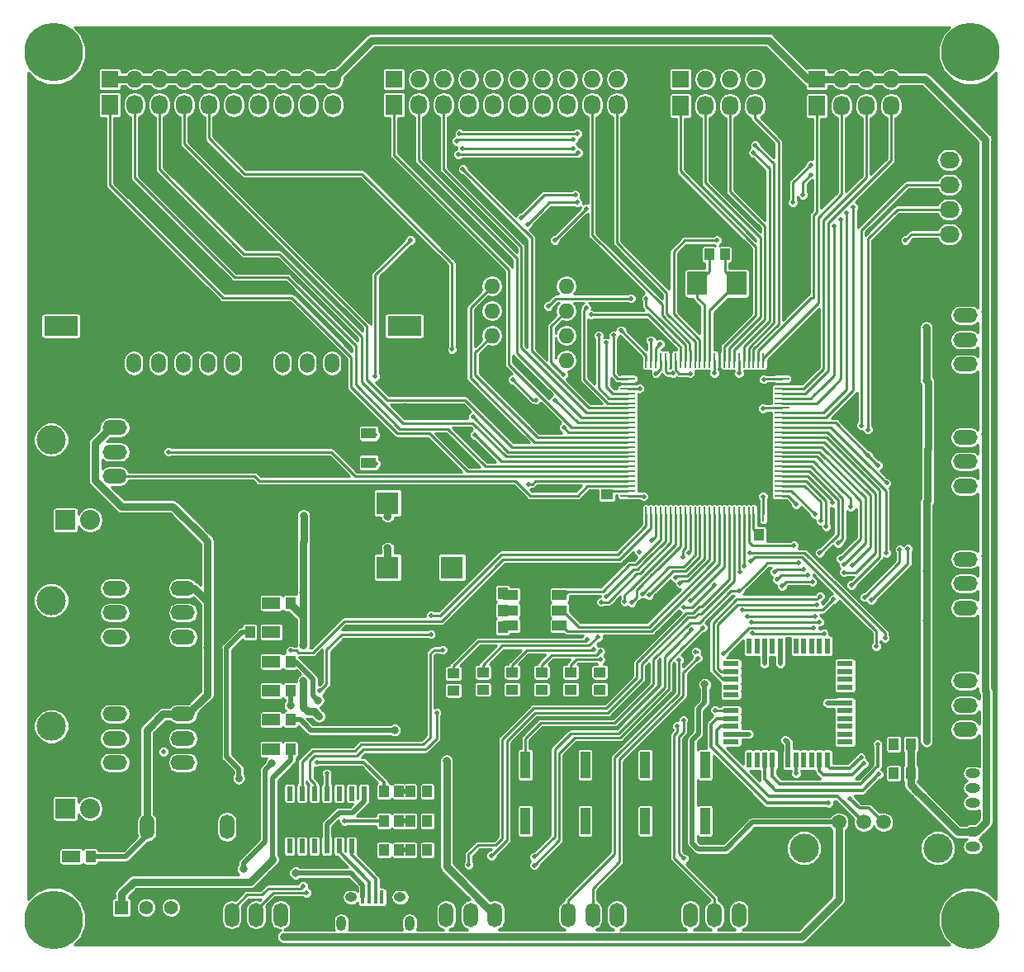
<source format=gbr>
G04 #@! TF.GenerationSoftware,KiCad,Pcbnew,(5.0.0)*
G04 #@! TF.CreationDate,2019-02-23T04:14:28+09:00*
G04 #@! TF.ProjectId,stm32f4_Centaurus,73746D333266345F43656E7461757275,rev?*
G04 #@! TF.SameCoordinates,Original*
G04 #@! TF.FileFunction,Copper,L1,Top,Signal*
G04 #@! TF.FilePolarity,Positive*
%FSLAX46Y46*%
G04 Gerber Fmt 4.6, Leading zero omitted, Abs format (unit mm)*
G04 Created by KiCad (PCBNEW (5.0.0)) date 02/23/19 04:14:28*
%MOMM*%
%LPD*%
G01*
G04 APERTURE LIST*
G04 #@! TA.AperFunction,ComponentPad*
%ADD10O,1.600000X1.600000*%
G04 #@! TD*
G04 #@! TA.AperFunction,SMDPad,CuDef*
%ADD11R,1.000000X1.200000*%
G04 #@! TD*
G04 #@! TA.AperFunction,ComponentPad*
%ADD12O,1.727200X2.032000*%
G04 #@! TD*
G04 #@! TA.AperFunction,ComponentPad*
%ADD13R,1.727200X2.032000*%
G04 #@! TD*
G04 #@! TA.AperFunction,ComponentPad*
%ADD14R,1.727200X1.727200*%
G04 #@! TD*
G04 #@! TA.AperFunction,ComponentPad*
%ADD15O,1.727200X1.727200*%
G04 #@! TD*
G04 #@! TA.AperFunction,SMDPad,CuDef*
%ADD16R,0.280000X1.500000*%
G04 #@! TD*
G04 #@! TA.AperFunction,SMDPad,CuDef*
%ADD17R,1.500000X0.280000*%
G04 #@! TD*
G04 #@! TA.AperFunction,ComponentPad*
%ADD18C,3.000000*%
G04 #@! TD*
G04 #@! TA.AperFunction,ComponentPad*
%ADD19O,2.500000X1.500000*%
G04 #@! TD*
G04 #@! TA.AperFunction,SMDPad,CuDef*
%ADD20R,1.500000X1.000000*%
G04 #@! TD*
G04 #@! TA.AperFunction,SMDPad,CuDef*
%ADD21R,1.600000X0.560000*%
G04 #@! TD*
G04 #@! TA.AperFunction,SMDPad,CuDef*
%ADD22R,0.560000X1.600000*%
G04 #@! TD*
G04 #@! TA.AperFunction,ComponentPad*
%ADD23O,1.524000X1.000000*%
G04 #@! TD*
G04 #@! TA.AperFunction,ComponentPad*
%ADD24C,1.501140*%
G04 #@! TD*
G04 #@! TA.AperFunction,ComponentPad*
%ADD25C,2.999740*%
G04 #@! TD*
G04 #@! TA.AperFunction,SMDPad,CuDef*
%ADD26R,1.200000X1.000000*%
G04 #@! TD*
G04 #@! TA.AperFunction,SMDPad,CuDef*
%ADD27R,1.500000X1.100000*%
G04 #@! TD*
G04 #@! TA.AperFunction,SMDPad,CuDef*
%ADD28R,0.400000X1.350000*%
G04 #@! TD*
G04 #@! TA.AperFunction,ComponentPad*
%ADD29O,1.250000X0.950000*%
G04 #@! TD*
G04 #@! TA.AperFunction,ComponentPad*
%ADD30O,1.000000X1.550000*%
G04 #@! TD*
G04 #@! TA.AperFunction,ComponentPad*
%ADD31O,1.500000X2.500000*%
G04 #@! TD*
G04 #@! TA.AperFunction,ComponentPad*
%ADD32O,2.032000X1.727200*%
G04 #@! TD*
G04 #@! TA.AperFunction,ComponentPad*
%ADD33R,2.032000X1.727200*%
G04 #@! TD*
G04 #@! TA.AperFunction,SMDPad,CuDef*
%ADD34R,2.300000X2.300000*%
G04 #@! TD*
G04 #@! TA.AperFunction,SMDPad,CuDef*
%ADD35R,0.600000X1.500000*%
G04 #@! TD*
G04 #@! TA.AperFunction,SMDPad,CuDef*
%ADD36R,2.000000X2.400000*%
G04 #@! TD*
G04 #@! TA.AperFunction,ComponentPad*
%ADD37R,2.032000X2.032000*%
G04 #@! TD*
G04 #@! TA.AperFunction,ComponentPad*
%ADD38O,2.032000X2.032000*%
G04 #@! TD*
G04 #@! TA.AperFunction,SMDPad,CuDef*
%ADD39R,1.000000X2.750000*%
G04 #@! TD*
G04 #@! TA.AperFunction,ComponentPad*
%ADD40O,1.500000X2.000000*%
G04 #@! TD*
G04 #@! TA.AperFunction,ComponentPad*
%ADD41R,3.500000X2.000000*%
G04 #@! TD*
G04 #@! TA.AperFunction,ComponentPad*
%ADD42R,1.397000X1.397000*%
G04 #@! TD*
G04 #@! TA.AperFunction,ComponentPad*
%ADD43C,1.397000*%
G04 #@! TD*
G04 #@! TA.AperFunction,ViaPad*
%ADD44C,6.000000*%
G04 #@! TD*
G04 #@! TA.AperFunction,ViaPad*
%ADD45C,0.500000*%
G04 #@! TD*
G04 #@! TA.AperFunction,ViaPad*
%ADD46C,0.800000*%
G04 #@! TD*
G04 #@! TA.AperFunction,Conductor*
%ADD47C,0.250000*%
G04 #@! TD*
G04 #@! TA.AperFunction,Conductor*
%ADD48C,0.800000*%
G04 #@! TD*
G04 #@! TA.AperFunction,Conductor*
%ADD49C,0.350000*%
G04 #@! TD*
G04 #@! TA.AperFunction,Conductor*
%ADD50C,0.500000*%
G04 #@! TD*
G04 APERTURE END LIST*
D10*
G04 #@! TO.P,U12,1*
G04 #@! TO.N,/PE8*
X100950000Y-69990000D03*
G04 #@! TO.P,U12,2*
G04 #@! TO.N,Net-(R62-Pad1)*
X100950000Y-72530000D03*
G04 #@! TO.P,U12,3*
G04 #@! TO.N,/PE7*
X100950000Y-75070000D03*
G04 #@! TO.P,U12,4*
G04 #@! TO.N,GND*
X100950000Y-77610000D03*
G04 #@! TO.P,U12,5*
G04 #@! TO.N,Net-(R64-Pad2)*
X108570000Y-77610000D03*
G04 #@! TO.P,U12,6*
G04 #@! TO.N,Net-(R63-Pad2)*
X108570000Y-75070000D03*
G04 #@! TO.P,U12,7*
G04 #@! TO.N,/PB2*
X108570000Y-72530000D03*
G04 #@! TO.P,U12,8*
G04 #@! TO.N,+3.3V*
X108570000Y-69990000D03*
G04 #@! TD*
D11*
G04 #@! TO.P,R44,2*
G04 #@! TO.N,+12V*
X59780000Y-128500000D03*
G04 #@! TO.P,R44,1*
G04 #@! TO.N,Net-(D18-Pad1)*
X58220000Y-128500000D03*
G04 #@! TD*
D12*
G04 #@! TO.P,P28,4*
G04 #@! TO.N,/PE4*
X127870000Y-51500000D03*
G04 #@! TO.P,P28,3*
G04 #@! TO.N,/PC13*
X125330000Y-51500000D03*
G04 #@! TO.P,P28,2*
G04 #@! TO.N,/PC14*
X122790000Y-51500000D03*
D13*
G04 #@! TO.P,P28,1*
G04 #@! TO.N,/PC15*
X120250000Y-51500000D03*
G04 #@! TD*
D14*
G04 #@! TO.P,P31,1*
G04 #@! TO.N,+5V*
X134250000Y-48750000D03*
D15*
G04 #@! TO.P,P31,2*
G04 #@! TO.N,GND*
X134250000Y-46210000D03*
G04 #@! TO.P,P31,3*
G04 #@! TO.N,+5V*
X136790000Y-48750000D03*
G04 #@! TO.P,P31,4*
G04 #@! TO.N,GND*
X136790000Y-46210000D03*
G04 #@! TO.P,P31,5*
G04 #@! TO.N,+5V*
X139330000Y-48750000D03*
G04 #@! TO.P,P31,6*
G04 #@! TO.N,GND*
X139330000Y-46210000D03*
G04 #@! TO.P,P31,7*
G04 #@! TO.N,+5V*
X141870000Y-48750000D03*
G04 #@! TO.P,P31,8*
G04 #@! TO.N,GND*
X141870000Y-46210000D03*
G04 #@! TD*
D13*
G04 #@! TO.P,P29,1*
G04 #@! TO.N,/PE3*
X134250000Y-51500000D03*
D12*
G04 #@! TO.P,P29,2*
G04 #@! TO.N,/PE2*
X136790000Y-51500000D03*
G04 #@! TO.P,P29,3*
G04 #@! TO.N,/PE1*
X139330000Y-51500000D03*
G04 #@! TO.P,P29,4*
G04 #@! TO.N,/PE0*
X141870000Y-51500000D03*
G04 #@! TD*
D15*
G04 #@! TO.P,P30,8*
G04 #@! TO.N,GND*
X127870000Y-46210000D03*
G04 #@! TO.P,P30,7*
G04 #@! TO.N,+3.3V*
X127870000Y-48750000D03*
G04 #@! TO.P,P30,6*
G04 #@! TO.N,GND*
X125330000Y-46210000D03*
G04 #@! TO.P,P30,5*
G04 #@! TO.N,+3.3V*
X125330000Y-48750000D03*
G04 #@! TO.P,P30,4*
G04 #@! TO.N,GND*
X122790000Y-46210000D03*
G04 #@! TO.P,P30,3*
G04 #@! TO.N,+3.3V*
X122790000Y-48750000D03*
G04 #@! TO.P,P30,2*
G04 #@! TO.N,GND*
X120250000Y-46210000D03*
D14*
G04 #@! TO.P,P30,1*
G04 #@! TO.N,+3.3V*
X120250000Y-48750000D03*
G04 #@! TD*
D11*
G04 #@! TO.P,R28,2*
G04 #@! TO.N,/CAN_BUS_5V*
X80280000Y-108500000D03*
G04 #@! TO.P,R28,1*
G04 #@! TO.N,Net-(D8-Pad1)*
X78720000Y-108500000D03*
G04 #@! TD*
G04 #@! TO.P,R30,2*
G04 #@! TO.N,+5V*
X80280000Y-114500000D03*
G04 #@! TO.P,R30,1*
G04 #@! TO.N,Net-(D10-Pad1)*
X78720000Y-114500000D03*
G04 #@! TD*
G04 #@! TO.P,R26,2*
G04 #@! TO.N,Net-(D6-Pad2)*
X78720000Y-105500000D03*
G04 #@! TO.P,R26,1*
G04 #@! TO.N,GND*
X80280000Y-105500000D03*
G04 #@! TD*
G04 #@! TO.P,R27,1*
G04 #@! TO.N,Net-(D7-Pad1)*
X78720000Y-111500000D03*
G04 #@! TO.P,R27,2*
G04 #@! TO.N,/BUS_5V*
X80280000Y-111500000D03*
G04 #@! TD*
G04 #@! TO.P,R29,2*
G04 #@! TO.N,+5C*
X80280000Y-117500000D03*
G04 #@! TO.P,R29,1*
G04 #@! TO.N,Net-(D9-Pad1)*
X78720000Y-117500000D03*
G04 #@! TD*
G04 #@! TO.P,R31,1*
G04 #@! TO.N,Net-(D11-Pad1)*
X78720000Y-102500000D03*
G04 #@! TO.P,R31,2*
G04 #@! TO.N,+3.3V*
X80280000Y-102500000D03*
G04 #@! TD*
G04 #@! TO.P,D7,2*
G04 #@! TO.N,GND*
X76120000Y-111500000D03*
G04 #@! TO.P,D7,1*
G04 #@! TO.N,Net-(D7-Pad1)*
X77880000Y-111500000D03*
G04 #@! TD*
G04 #@! TO.P,D8,1*
G04 #@! TO.N,Net-(D8-Pad1)*
X77880000Y-108500000D03*
G04 #@! TO.P,D8,2*
G04 #@! TO.N,GND*
X76120000Y-108500000D03*
G04 #@! TD*
G04 #@! TO.P,D9,2*
G04 #@! TO.N,GND*
X76120000Y-117500000D03*
G04 #@! TO.P,D9,1*
G04 #@! TO.N,Net-(D9-Pad1)*
X77880000Y-117500000D03*
G04 #@! TD*
G04 #@! TO.P,D11,2*
G04 #@! TO.N,GND*
X76120000Y-102500000D03*
G04 #@! TO.P,D11,1*
G04 #@! TO.N,Net-(D11-Pad1)*
X77880000Y-102500000D03*
G04 #@! TD*
G04 #@! TO.P,D6,1*
G04 #@! TO.N,/XA_5V*
X76120000Y-105500000D03*
G04 #@! TO.P,D6,2*
G04 #@! TO.N,Net-(D6-Pad2)*
X77880000Y-105500000D03*
G04 #@! TD*
G04 #@! TO.P,D10,1*
G04 #@! TO.N,Net-(D10-Pad1)*
X77880000Y-114500000D03*
G04 #@! TO.P,D10,2*
G04 #@! TO.N,GND*
X76120000Y-114500000D03*
G04 #@! TD*
G04 #@! TO.P,D18,2*
G04 #@! TO.N,GND*
X55620000Y-128500000D03*
G04 #@! TO.P,D18,1*
G04 #@! TO.N,Net-(D18-Pad1)*
X57380000Y-128500000D03*
G04 #@! TD*
D16*
G04 #@! TO.P,U1,1*
G04 #@! TO.N,/PE2*
X128750000Y-77600000D03*
G04 #@! TO.P,U1,2*
G04 #@! TO.N,/PE3*
X128250000Y-77600000D03*
G04 #@! TO.P,U1,3*
G04 #@! TO.N,/PE4*
X127750000Y-77600000D03*
G04 #@! TO.P,U1,4*
G04 #@! TO.N,/TIM9_CH1*
X127250000Y-77600000D03*
G04 #@! TO.P,U1,5*
G04 #@! TO.N,/TIM9_CH2*
X126750000Y-77600000D03*
G04 #@! TO.P,U1,6*
G04 #@! TO.N,+3.3V*
X126250000Y-77600000D03*
G04 #@! TO.P,U1,7*
G04 #@! TO.N,/PC13*
X125750000Y-77600000D03*
G04 #@! TO.P,U1,8*
G04 #@! TO.N,/PC14*
X125250000Y-77600000D03*
G04 #@! TO.P,U1,9*
G04 #@! TO.N,/PC15*
X124750000Y-77600000D03*
G04 #@! TO.P,U1,10*
G04 #@! TO.N,GND*
X124250000Y-77600000D03*
G04 #@! TO.P,U1,11*
G04 #@! TO.N,+3.3V*
X123750000Y-77600000D03*
G04 #@! TO.P,U1,12*
G04 #@! TO.N,/OSC_IN*
X123250000Y-77600000D03*
G04 #@! TO.P,U1,13*
G04 #@! TO.N,/OSC_OUT*
X122750000Y-77600000D03*
G04 #@! TO.P,U1,14*
G04 #@! TO.N,/NRST*
X122250000Y-77600000D03*
G04 #@! TO.P,U1,15*
G04 #@! TO.N,/ADC12_IN10*
X121750000Y-77600000D03*
G04 #@! TO.P,U1,16*
G04 #@! TO.N,/ADC12_IN11*
X121250000Y-77600000D03*
G04 #@! TO.P,U1,17*
G04 #@! TO.N,/SPI2_MISO*
X120750000Y-77600000D03*
G04 #@! TO.P,U1,18*
G04 #@! TO.N,/SPI2_MOSI*
X120250000Y-77600000D03*
G04 #@! TO.P,U1,19*
G04 #@! TO.N,+3.3V*
X119750000Y-77600000D03*
G04 #@! TO.P,U1,20*
G04 #@! TO.N,GND*
X119250000Y-77600000D03*
G04 #@! TO.P,U1,21*
G04 #@! TO.N,+3.3V*
X118750000Y-77600000D03*
G04 #@! TO.P,U1,22*
X118250000Y-77600000D03*
G04 #@! TO.P,U1,23*
G04 #@! TO.N,/TIM5_CH1*
X117750000Y-77600000D03*
G04 #@! TO.P,U1,24*
G04 #@! TO.N,/TIM5_CH2*
X117250000Y-77600000D03*
G04 #@! TO.P,U1,25*
G04 #@! TO.N,/ADC12_IN2*
X116750000Y-77600000D03*
D17*
G04 #@! TO.P,U1,26*
G04 #@! TO.N,/ADC12_IN3*
X114850000Y-79500000D03*
G04 #@! TO.P,U1,27*
G04 #@! TO.N,GND*
X114850000Y-80000000D03*
G04 #@! TO.P,U1,28*
G04 #@! TO.N,+3.3V*
X114850000Y-80500000D03*
G04 #@! TO.P,U1,29*
G04 #@! TO.N,/ADC12_IN4*
X114850000Y-81000000D03*
G04 #@! TO.P,U1,30*
G04 #@! TO.N,/ADC12_IN5*
X114850000Y-81500000D03*
G04 #@! TO.P,U1,31*
G04 #@! TO.N,/ADC12_IN6*
X114850000Y-82000000D03*
G04 #@! TO.P,U1,32*
G04 #@! TO.N,/TIM8_CH1*
X114850000Y-82500000D03*
G04 #@! TO.P,U1,33*
G04 #@! TO.N,/ADC12_IN14*
X114850000Y-83000000D03*
G04 #@! TO.P,U1,34*
G04 #@! TO.N,/ADC12_IN15*
X114850000Y-83500000D03*
G04 #@! TO.P,U1,35*
G04 #@! TO.N,/TIM8_CH2*
X114850000Y-84000000D03*
G04 #@! TO.P,U1,36*
G04 #@! TO.N,/ADC12_IN9*
X114850000Y-84500000D03*
G04 #@! TO.P,U1,37*
G04 #@! TO.N,/PB2*
X114850000Y-85000000D03*
G04 #@! TO.P,U1,38*
G04 #@! TO.N,/PE7*
X114850000Y-85500000D03*
G04 #@! TO.P,U1,39*
G04 #@! TO.N,/PE8*
X114850000Y-86000000D03*
G04 #@! TO.P,U1,40*
G04 #@! TO.N,/TIM1_CH1*
X114850000Y-86500000D03*
G04 #@! TO.P,U1,41*
G04 #@! TO.N,/PE10*
X114850000Y-87000000D03*
G04 #@! TO.P,U1,42*
G04 #@! TO.N,/TIM1_CH2*
X114850000Y-87500000D03*
G04 #@! TO.P,U1,43*
G04 #@! TO.N,/PE12*
X114850000Y-88000000D03*
G04 #@! TO.P,U1,44*
G04 #@! TO.N,/TIM1_CH3*
X114850000Y-88500000D03*
G04 #@! TO.P,U1,45*
G04 #@! TO.N,/TIM1_CH4*
X114850000Y-89000000D03*
G04 #@! TO.P,U1,46*
G04 #@! TO.N,/PE15*
X114850000Y-89500000D03*
G04 #@! TO.P,U1,47*
G04 #@! TO.N,/SPI2_SCK*
X114850000Y-90000000D03*
G04 #@! TO.P,U1,48*
G04 #@! TO.N,/PB11*
X114850000Y-90500000D03*
G04 #@! TO.P,U1,49*
G04 #@! TO.N,Net-(C26-Pad1)*
X114850000Y-91000000D03*
G04 #@! TO.P,U1,50*
G04 #@! TO.N,+3.3V*
X114850000Y-91500000D03*
D16*
G04 #@! TO.P,U1,51*
G04 #@! TO.N,/CAN2_RX*
X116750000Y-93400000D03*
G04 #@! TO.P,U1,52*
G04 #@! TO.N,/CAN2_TX*
X117250000Y-93400000D03*
G04 #@! TO.P,U1,53*
G04 #@! TO.N,/TIM12_CH1*
X117750000Y-93400000D03*
G04 #@! TO.P,U1,54*
G04 #@! TO.N,/TIM12_CH2*
X118250000Y-93400000D03*
G04 #@! TO.P,U1,55*
G04 #@! TO.N,/USART3_TX*
X118750000Y-93400000D03*
G04 #@! TO.P,U1,56*
G04 #@! TO.N,/USART3_RX*
X119250000Y-93400000D03*
G04 #@! TO.P,U1,57*
G04 #@! TO.N,/PD10*
X119750000Y-93400000D03*
G04 #@! TO.P,U1,58*
G04 #@! TO.N,/PD11*
X120250000Y-93400000D03*
G04 #@! TO.P,U1,59*
G04 #@! TO.N,/TIM4_CH1*
X120750000Y-93400000D03*
G04 #@! TO.P,U1,60*
G04 #@! TO.N,/TIM4_CH2*
X121250000Y-93400000D03*
G04 #@! TO.P,U1,61*
G04 #@! TO.N,/PD14*
X121750000Y-93400000D03*
G04 #@! TO.P,U1,62*
G04 #@! TO.N,/PD15*
X122250000Y-93400000D03*
G04 #@! TO.P,U1,63*
G04 #@! TO.N,/USART6_TX*
X122750000Y-93400000D03*
G04 #@! TO.P,U1,64*
G04 #@! TO.N,/USART6_RX*
X123250000Y-93400000D03*
G04 #@! TO.P,U1,65*
G04 #@! TO.N,/TIM8_CH3*
X123750000Y-93400000D03*
G04 #@! TO.P,U1,66*
G04 #@! TO.N,/TIM8_CH4*
X124250000Y-93400000D03*
G04 #@! TO.P,U1,67*
G04 #@! TO.N,/PA8*
X124750000Y-93400000D03*
G04 #@! TO.P,U1,68*
G04 #@! TO.N,/USART1_TX*
X125250000Y-93400000D03*
G04 #@! TO.P,U1,69*
G04 #@! TO.N,/USART1_RX*
X125750000Y-93400000D03*
G04 #@! TO.P,U1,70*
G04 #@! TO.N,/CAN1_RX*
X126250000Y-93400000D03*
G04 #@! TO.P,U1,71*
G04 #@! TO.N,/CAN1_TX*
X126750000Y-93400000D03*
G04 #@! TO.P,U1,72*
G04 #@! TO.N,/SWDIO*
X127250000Y-93400000D03*
G04 #@! TO.P,U1,73*
G04 #@! TO.N,Net-(C27-Pad1)*
X127750000Y-93400000D03*
G04 #@! TO.P,U1,74*
G04 #@! TO.N,GND*
X128250000Y-93400000D03*
G04 #@! TO.P,U1,75*
G04 #@! TO.N,+3.3V*
X128750000Y-93400000D03*
D17*
G04 #@! TO.P,U1,76*
G04 #@! TO.N,/SWCLK*
X130650000Y-91500000D03*
G04 #@! TO.P,U1,77*
G04 #@! TO.N,/TIM2_CH1*
X130650000Y-91000000D03*
G04 #@! TO.P,U1,78*
G04 #@! TO.N,/USART4_TX*
X130650000Y-90500000D03*
G04 #@! TO.P,U1,79*
G04 #@! TO.N,/USART4_RX*
X130650000Y-90000000D03*
G04 #@! TO.P,U1,80*
G04 #@! TO.N,/UART5_TX*
X130650000Y-89500000D03*
G04 #@! TO.P,U1,81*
G04 #@! TO.N,/PD0*
X130650000Y-89000000D03*
G04 #@! TO.P,U1,82*
G04 #@! TO.N,/PD1*
X130650000Y-88500000D03*
G04 #@! TO.P,U1,83*
G04 #@! TO.N,/UART5_RX*
X130650000Y-88000000D03*
G04 #@! TO.P,U1,84*
G04 #@! TO.N,/PD3*
X130650000Y-87500000D03*
G04 #@! TO.P,U1,85*
G04 #@! TO.N,/PD4*
X130650000Y-87000000D03*
G04 #@! TO.P,U1,86*
G04 #@! TO.N,/USART2_TX*
X130650000Y-86500000D03*
G04 #@! TO.P,U1,87*
G04 #@! TO.N,/USART2_RX*
X130650000Y-86000000D03*
G04 #@! TO.P,U1,88*
G04 #@! TO.N,/PD7*
X130650000Y-85500000D03*
G04 #@! TO.P,U1,89*
G04 #@! TO.N,/TIM2_CH2*
X130650000Y-85000000D03*
G04 #@! TO.P,U1,90*
G04 #@! TO.N,/TIM3_CH1*
X130650000Y-84500000D03*
G04 #@! TO.P,U1,91*
G04 #@! TO.N,/TIM3_CH2*
X130650000Y-84000000D03*
G04 #@! TO.P,U1,92*
G04 #@! TO.N,/I2C1_SCL*
X130650000Y-83500000D03*
G04 #@! TO.P,U1,93*
G04 #@! TO.N,/I2C1_SDA*
X130650000Y-83000000D03*
G04 #@! TO.P,U1,94*
G04 #@! TO.N,Net-(R25-Pad1)*
X130650000Y-82500000D03*
G04 #@! TO.P,U1,95*
G04 #@! TO.N,/TIM10_CH1*
X130650000Y-82000000D03*
G04 #@! TO.P,U1,96*
G04 #@! TO.N,/TIM11_CH1*
X130650000Y-81500000D03*
G04 #@! TO.P,U1,97*
G04 #@! TO.N,/PE0*
X130650000Y-81000000D03*
G04 #@! TO.P,U1,98*
G04 #@! TO.N,/PE1*
X130650000Y-80500000D03*
G04 #@! TO.P,U1,99*
G04 #@! TO.N,GND*
X130650000Y-80000000D03*
G04 #@! TO.P,U1,100*
G04 #@! TO.N,+3.3V*
X130650000Y-79500000D03*
G04 #@! TD*
D18*
G04 #@! TO.P,P14,*
G04 #@! TO.N,*
X55750000Y-115150000D03*
D19*
G04 #@! TO.P,P14,4*
G04 #@! TO.N,/CAN1_L*
X62250000Y-118900000D03*
G04 #@! TO.P,P14,3*
G04 #@! TO.N,/CAN1_H*
X62250000Y-116400000D03*
G04 #@! TO.P,P14,2*
G04 #@! TO.N,+12V*
X62250000Y-113900000D03*
G04 #@! TO.P,P14,1*
G04 #@! TO.N,GND*
X62250000Y-111400000D03*
G04 #@! TD*
G04 #@! TO.P,P11,1*
G04 #@! TO.N,GND*
X69250000Y-98500000D03*
G04 #@! TO.P,P11,2*
G04 #@! TO.N,+12V*
X69250000Y-101000000D03*
G04 #@! TO.P,P11,3*
G04 #@! TO.N,/CAN0_H*
X69250000Y-103500000D03*
G04 #@! TO.P,P11,4*
G04 #@! TO.N,/CAN0_L*
X69250000Y-106000000D03*
G04 #@! TD*
D11*
G04 #@! TO.P,R46,1*
G04 #@! TO.N,GND*
X100470000Y-105000000D03*
G04 #@! TO.P,R46,2*
G04 #@! TO.N,Net-(R46-Pad2)*
X102030000Y-105000000D03*
G04 #@! TD*
G04 #@! TO.P,R48,1*
G04 #@! TO.N,GND*
X100470000Y-101500000D03*
G04 #@! TO.P,R48,2*
G04 #@! TO.N,Net-(R48-Pad2)*
X102030000Y-101500000D03*
G04 #@! TD*
G04 #@! TO.P,R47,2*
G04 #@! TO.N,Net-(R47-Pad2)*
X102030000Y-103250000D03*
G04 #@! TO.P,R47,1*
G04 #@! TO.N,GND*
X100470000Y-103250000D03*
G04 #@! TD*
D20*
G04 #@! TO.P,U8,1*
G04 #@! TO.N,/TIM8_CH4*
X107850000Y-104850000D03*
G04 #@! TO.P,U8,2*
G04 #@! TO.N,/TIM8_CH3*
X107850000Y-103250000D03*
G04 #@! TO.P,U8,3*
G04 #@! TO.N,/TIM12_CH2*
X107850000Y-101650000D03*
G04 #@! TO.P,U8,4*
G04 #@! TO.N,Net-(R48-Pad2)*
X102850000Y-101650000D03*
G04 #@! TO.P,U8,5*
G04 #@! TO.N,Net-(R47-Pad2)*
X102850000Y-103250000D03*
G04 #@! TO.P,U8,6*
G04 #@! TO.N,Net-(R46-Pad2)*
X102850000Y-104850000D03*
G04 #@! TD*
D11*
G04 #@! TO.P,C11,2*
G04 #@! TO.N,GND*
X121320000Y-66750000D03*
G04 #@! TO.P,C11,1*
G04 #@! TO.N,/OSC_OUT*
X123200000Y-66750000D03*
G04 #@! TD*
G04 #@! TO.P,C13,1*
G04 #@! TO.N,/OSC_IN*
X124800000Y-66750000D03*
G04 #@! TO.P,C13,2*
G04 #@! TO.N,GND*
X126680000Y-66750000D03*
G04 #@! TD*
G04 #@! TO.P,D1,2*
G04 #@! TO.N,Net-(D1-Pad2)*
X142120000Y-120000000D03*
G04 #@! TO.P,D1,1*
G04 #@! TO.N,+5V*
X143880000Y-120000000D03*
G04 #@! TD*
G04 #@! TO.P,D2,1*
G04 #@! TO.N,+5V*
X143880000Y-117000000D03*
G04 #@! TO.P,D2,2*
G04 #@! TO.N,Net-(D2-Pad2)*
X142120000Y-117000000D03*
G04 #@! TD*
G04 #@! TO.P,D3,1*
G04 #@! TO.N,+3.3V*
X94300000Y-127870000D03*
G04 #@! TO.P,D3,2*
G04 #@! TO.N,Net-(D3-Pad2)*
X92540000Y-127870000D03*
G04 #@! TD*
G04 #@! TO.P,D4,2*
G04 #@! TO.N,Net-(D4-Pad2)*
X92540000Y-124870000D03*
G04 #@! TO.P,D4,1*
G04 #@! TO.N,+3.3V*
X94300000Y-124870000D03*
G04 #@! TD*
G04 #@! TO.P,D5,1*
G04 #@! TO.N,+3.3V*
X94300000Y-121870000D03*
G04 #@! TO.P,D5,2*
G04 #@! TO.N,Net-(D5-Pad2)*
X92540000Y-121870000D03*
G04 #@! TD*
D21*
G04 #@! TO.P,IC1,1*
G04 #@! TO.N,Net-(IC1-Pad1)*
X125450000Y-108750000D03*
G04 #@! TO.P,IC1,2*
G04 #@! TO.N,/USART2_TX*
X125450000Y-109550000D03*
G04 #@! TO.P,IC1,3*
G04 #@! TO.N,/USART2_RX*
X125450000Y-110350000D03*
G04 #@! TO.P,IC1,4*
G04 #@! TO.N,Net-(IC1-Pad4)*
X125450000Y-111150000D03*
G04 #@! TO.P,IC1,5*
G04 #@! TO.N,Net-(IC1-Pad5)*
X125450000Y-111950000D03*
G04 #@! TO.P,IC1,6*
G04 #@! TO.N,GND*
X125450000Y-112750000D03*
G04 #@! TO.P,IC1,7*
G04 #@! TO.N,Net-(C1-Pad1)*
X125450000Y-113550000D03*
G04 #@! TO.P,IC1,8*
G04 #@! TO.N,/D+*
X125450000Y-114350000D03*
G04 #@! TO.P,IC1,9*
G04 #@! TO.N,/D-*
X125450000Y-115150000D03*
G04 #@! TO.P,IC1,10*
G04 #@! TO.N,+3.3V*
X125450000Y-115950000D03*
G04 #@! TO.P,IC1,11*
G04 #@! TO.N,Net-(IC1-Pad11)*
X125450000Y-116750000D03*
D22*
G04 #@! TO.P,IC1,12*
G04 #@! TO.N,Net-(IC1-Pad12)*
X127300000Y-118600000D03*
G04 #@! TO.P,IC1,13*
G04 #@! TO.N,Net-(IC1-Pad13)*
X128100000Y-118600000D03*
G04 #@! TO.P,IC1,14*
G04 #@! TO.N,Net-(IC1-Pad14)*
X128900000Y-118600000D03*
G04 #@! TO.P,IC1,15*
G04 #@! TO.N,Net-(IC1-Pad15)*
X129700000Y-118600000D03*
G04 #@! TO.P,IC1,16*
G04 #@! TO.N,GND*
X130500000Y-118600000D03*
G04 #@! TO.P,IC1,17*
G04 #@! TO.N,+3.3V*
X131300000Y-118600000D03*
G04 #@! TO.P,IC1,18*
G04 #@! TO.N,/MCLR*
X132100000Y-118600000D03*
G04 #@! TO.P,IC1,19*
G04 #@! TO.N,Net-(IC1-Pad19)*
X132900000Y-118600000D03*
G04 #@! TO.P,IC1,20*
G04 #@! TO.N,Net-(IC1-Pad20)*
X133700000Y-118600000D03*
G04 #@! TO.P,IC1,21*
G04 #@! TO.N,/PGED1*
X134500000Y-118600000D03*
G04 #@! TO.P,IC1,22*
G04 #@! TO.N,/PGEC1*
X135300000Y-118600000D03*
D21*
G04 #@! TO.P,IC1,23*
G04 #@! TO.N,Net-(IC1-Pad23)*
X137150000Y-116750000D03*
G04 #@! TO.P,IC1,24*
G04 #@! TO.N,Net-(IC1-Pad24)*
X137150000Y-115950000D03*
G04 #@! TO.P,IC1,25*
G04 #@! TO.N,Net-(IC1-Pad25)*
X137150000Y-115150000D03*
G04 #@! TO.P,IC1,26*
G04 #@! TO.N,Net-(IC1-Pad26)*
X137150000Y-114350000D03*
G04 #@! TO.P,IC1,27*
G04 #@! TO.N,Net-(IC1-Pad27)*
X137150000Y-113550000D03*
G04 #@! TO.P,IC1,28*
G04 #@! TO.N,+3.3V*
X137150000Y-112750000D03*
G04 #@! TO.P,IC1,29*
G04 #@! TO.N,GND*
X137150000Y-111950000D03*
G04 #@! TO.P,IC1,30*
G04 #@! TO.N,Net-(IC1-Pad30)*
X137150000Y-111150000D03*
G04 #@! TO.P,IC1,31*
G04 #@! TO.N,Net-(IC1-Pad31)*
X137150000Y-110350000D03*
G04 #@! TO.P,IC1,32*
G04 #@! TO.N,Net-(IC1-Pad32)*
X137150000Y-109550000D03*
G04 #@! TO.P,IC1,33*
G04 #@! TO.N,Net-(IC1-Pad33)*
X137150000Y-108750000D03*
D22*
G04 #@! TO.P,IC1,34*
G04 #@! TO.N,Net-(IC1-Pad34)*
X135300000Y-106900000D03*
G04 #@! TO.P,IC1,35*
G04 #@! TO.N,Net-(IC1-Pad35)*
X134500000Y-106900000D03*
G04 #@! TO.P,IC1,36*
G04 #@! TO.N,Net-(IC1-Pad36)*
X133700000Y-106900000D03*
G04 #@! TO.P,IC1,37*
G04 #@! TO.N,Net-(IC1-Pad37)*
X132900000Y-106900000D03*
G04 #@! TO.P,IC1,38*
G04 #@! TO.N,Net-(IC1-Pad38)*
X132100000Y-106900000D03*
G04 #@! TO.P,IC1,39*
G04 #@! TO.N,GND*
X131300000Y-106900000D03*
G04 #@! TO.P,IC1,40*
G04 #@! TO.N,+3.3V*
X130500000Y-106900000D03*
G04 #@! TO.P,IC1,41*
G04 #@! TO.N,Net-(IC1-Pad41)*
X129700000Y-106900000D03*
G04 #@! TO.P,IC1,42*
G04 #@! TO.N,+5V*
X128900000Y-106900000D03*
G04 #@! TO.P,IC1,43*
G04 #@! TO.N,Net-(IC1-Pad43)*
X128100000Y-106900000D03*
G04 #@! TO.P,IC1,44*
G04 #@! TO.N,Net-(IC1-Pad44)*
X127300000Y-106900000D03*
G04 #@! TD*
D23*
G04 #@! TO.P,P1,1*
G04 #@! TO.N,/MCLR*
X150250000Y-127500000D03*
G04 #@! TO.P,P1,2*
G04 #@! TO.N,+5V*
X150250000Y-126000000D03*
G04 #@! TO.P,P1,3*
G04 #@! TO.N,GND*
X150250000Y-124500000D03*
G04 #@! TO.P,P1,4*
G04 #@! TO.N,/PGED1*
X150250000Y-123000000D03*
G04 #@! TO.P,P1,5*
G04 #@! TO.N,/PGEC1*
X150250000Y-121500000D03*
G04 #@! TO.P,P1,6*
G04 #@! TO.N,Net-(P1-Pad6)*
X150250000Y-120000000D03*
G04 #@! TD*
D24*
G04 #@! TO.P,P2,4*
G04 #@! TO.N,GND*
X143612860Y-124997880D03*
G04 #@! TO.P,P2,3*
G04 #@! TO.N,/D+*
X141072860Y-124997880D03*
G04 #@! TO.P,P2,2*
G04 #@! TO.N,/D-*
X139040860Y-124997880D03*
G04 #@! TO.P,P2,1*
G04 #@! TO.N,+5V*
X136500860Y-124997880D03*
D25*
G04 #@! TO.P,P2,5*
G04 #@! TO.N,Net-(P2-Pad5)*
X146660860Y-127664880D03*
X132944860Y-127664880D03*
G04 #@! TD*
D26*
G04 #@! TO.P,C26,1*
G04 #@! TO.N,Net-(C26-Pad1)*
X112720000Y-91360000D03*
G04 #@! TO.P,C26,2*
G04 #@! TO.N,GND*
X112720000Y-93240000D03*
G04 #@! TD*
D11*
G04 #@! TO.P,C27,2*
G04 #@! TO.N,GND*
X130180000Y-95500000D03*
G04 #@! TO.P,C27,1*
G04 #@! TO.N,Net-(C27-Pad1)*
X128300000Y-95500000D03*
G04 #@! TD*
D26*
G04 #@! TO.P,D19,1*
G04 #@! TO.N,/PD10*
X96988703Y-109740000D03*
G04 #@! TO.P,D19,2*
G04 #@! TO.N,Net-(D19-Pad2)*
X96988703Y-111500000D03*
G04 #@! TD*
D27*
G04 #@! TO.P,LED1,1*
G04 #@! TO.N,/NRST*
X88290000Y-88100000D03*
G04 #@! TO.P,LED1,3*
G04 #@! TO.N,Net-(LED1-Pad3)*
X88290000Y-85100000D03*
G04 #@! TO.P,LED1,2*
G04 #@! TO.N,GND*
X82390000Y-88100000D03*
G04 #@! TO.P,LED1,4*
X82390000Y-85100000D03*
G04 #@! TD*
D19*
G04 #@! TO.P,P3,4*
G04 #@! TO.N,Net-(P3-Pad4)*
X149500000Y-103000000D03*
G04 #@! TO.P,P3,3*
G04 #@! TO.N,Net-(P3-Pad3)*
X149500000Y-100500000D03*
G04 #@! TO.P,P3,2*
G04 #@! TO.N,+5V*
X149500000Y-98000000D03*
G04 #@! TO.P,P3,1*
G04 #@! TO.N,GND*
X149500000Y-95500000D03*
G04 #@! TD*
G04 #@! TO.P,P4,1*
G04 #@! TO.N,GND*
X149500000Y-83000000D03*
G04 #@! TO.P,P4,2*
G04 #@! TO.N,+5V*
X149500000Y-85500000D03*
G04 #@! TO.P,P4,3*
G04 #@! TO.N,Net-(P4-Pad3)*
X149500000Y-88000000D03*
G04 #@! TO.P,P4,4*
G04 #@! TO.N,Net-(P4-Pad4)*
X149500000Y-90500000D03*
G04 #@! TD*
D28*
G04 #@! TO.P,P5,1*
G04 #@! TO.N,/BUS_5V*
X87699100Y-132687460D03*
G04 #@! TO.P,P5,2*
G04 #@! TO.N,/D-_USB*
X88349100Y-132687460D03*
G04 #@! TO.P,P5,3*
G04 #@! TO.N,/D+_USB*
X88999100Y-132687460D03*
G04 #@! TO.P,P5,4*
G04 #@! TO.N,Net-(P5-Pad4)*
X89649100Y-132687460D03*
G04 #@! TO.P,P5,5*
G04 #@! TO.N,GND*
X90299100Y-132687460D03*
D29*
G04 #@! TO.P,P5,6*
G04 #@! TO.N,Net-(P5-Pad6)*
X86499100Y-132687460D03*
X91499100Y-132687460D03*
D30*
X85499100Y-135387460D03*
X92499100Y-135387460D03*
G04 #@! TD*
D19*
G04 #@! TO.P,P6,1*
G04 #@! TO.N,GND*
X149500000Y-70500000D03*
G04 #@! TO.P,P6,2*
G04 #@! TO.N,+5V*
X149500000Y-73000000D03*
G04 #@! TO.P,P6,3*
G04 #@! TO.N,Net-(P6-Pad3)*
X149500000Y-75500000D03*
G04 #@! TO.P,P6,4*
G04 #@! TO.N,Net-(P6-Pad4)*
X149500000Y-78000000D03*
G04 #@! TD*
G04 #@! TO.P,P7,4*
G04 #@! TO.N,Net-(P7-Pad4)*
X149500000Y-115500000D03*
G04 #@! TO.P,P7,3*
G04 #@! TO.N,Net-(P7-Pad3)*
X149500000Y-113000000D03*
G04 #@! TO.P,P7,2*
G04 #@! TO.N,+5V*
X149500000Y-110500000D03*
G04 #@! TO.P,P7,1*
G04 #@! TO.N,GND*
X149500000Y-108000000D03*
G04 #@! TD*
D31*
G04 #@! TO.P,P8,4*
G04 #@! TO.N,/UART5_RX*
X121250000Y-134500000D03*
G04 #@! TO.P,P8,3*
G04 #@! TO.N,/UART5_TX*
X123750000Y-134500000D03*
G04 #@! TO.P,P8,2*
G04 #@! TO.N,+5V*
X126250000Y-134500000D03*
G04 #@! TO.P,P8,1*
G04 #@! TO.N,GND*
X128750000Y-134500000D03*
G04 #@! TD*
G04 #@! TO.P,P9,1*
G04 #@! TO.N,GND*
X116250000Y-134500000D03*
G04 #@! TO.P,P9,2*
G04 #@! TO.N,+5V*
X113750000Y-134500000D03*
G04 #@! TO.P,P9,3*
G04 #@! TO.N,/USART4_TX*
X111250000Y-134500000D03*
G04 #@! TO.P,P9,4*
G04 #@! TO.N,/USART4_RX*
X108750000Y-134500000D03*
G04 #@! TD*
G04 #@! TO.P,P10,1*
G04 #@! TO.N,GND*
X76250000Y-125500000D03*
G04 #@! TO.P,P10,2*
G04 #@! TO.N,/XA_5V*
X73750000Y-125500000D03*
G04 #@! TD*
D19*
G04 #@! TO.P,P12,4*
G04 #@! TO.N,/CAN1_L*
X69250000Y-118900000D03*
G04 #@! TO.P,P12,3*
G04 #@! TO.N,/CAN1_H*
X69250000Y-116400000D03*
G04 #@! TO.P,P12,2*
G04 #@! TO.N,+12V*
X69250000Y-113900000D03*
G04 #@! TO.P,P12,1*
G04 #@! TO.N,GND*
X69250000Y-111400000D03*
G04 #@! TD*
G04 #@! TO.P,P13,1*
G04 #@! TO.N,GND*
X62250000Y-98500000D03*
G04 #@! TO.P,P13,2*
G04 #@! TO.N,+12V*
X62250000Y-101000000D03*
G04 #@! TO.P,P13,3*
G04 #@! TO.N,/CAN0_H*
X62250000Y-103500000D03*
G04 #@! TO.P,P13,4*
G04 #@! TO.N,/CAN0_L*
X62250000Y-106000000D03*
D18*
G04 #@! TO.P,P13,*
G04 #@! TO.N,*
X55750000Y-102250000D03*
G04 #@! TD*
D31*
G04 #@! TO.P,P15,1*
G04 #@! TO.N,GND*
X103750000Y-134500000D03*
G04 #@! TO.P,P15,2*
G04 #@! TO.N,+5V*
X101250000Y-134500000D03*
G04 #@! TO.P,P15,3*
G04 #@! TO.N,/USART6_TX*
X98750000Y-134500000D03*
G04 #@! TO.P,P15,4*
G04 #@! TO.N,/USART6_RX*
X96250000Y-134500000D03*
G04 #@! TD*
G04 #@! TO.P,P16,4*
G04 #@! TO.N,/USART1_RX*
X74250000Y-134500000D03*
G04 #@! TO.P,P16,3*
G04 #@! TO.N,/USART1_TX*
X76750000Y-134500000D03*
G04 #@! TO.P,P16,2*
G04 #@! TO.N,+5V*
X79250000Y-134500000D03*
G04 #@! TO.P,P16,1*
G04 #@! TO.N,GND*
X81750000Y-134500000D03*
G04 #@! TD*
G04 #@! TO.P,P17,2*
G04 #@! TO.N,+12V*
X65550000Y-125500000D03*
G04 #@! TO.P,P17,1*
G04 #@! TO.N,GND*
X68050000Y-125500000D03*
G04 #@! TD*
D32*
G04 #@! TO.P,P18,5*
G04 #@! TO.N,/NRST*
X147830000Y-64660000D03*
G04 #@! TO.P,P18,4*
G04 #@! TO.N,/SWDIO*
X147830000Y-62120000D03*
G04 #@! TO.P,P18,3*
G04 #@! TO.N,/SWCLK*
X147830000Y-59580000D03*
G04 #@! TO.P,P18,2*
G04 #@! TO.N,Net-(JP3-Pad2)*
X147830000Y-57040000D03*
D33*
G04 #@! TO.P,P18,1*
G04 #@! TO.N,GND*
X147830000Y-54500000D03*
G04 #@! TD*
D13*
G04 #@! TO.P,P23,1*
G04 #@! TO.N,/ADC12_IN9*
X90890000Y-51400000D03*
D12*
G04 #@! TO.P,P23,2*
G04 #@! TO.N,/ADC12_IN15*
X93430000Y-51400000D03*
G04 #@! TO.P,P23,3*
G04 #@! TO.N,/ADC12_IN14*
X95970000Y-51400000D03*
G04 #@! TO.P,P23,4*
G04 #@! TO.N,/ADC12_IN6*
X98510000Y-51400000D03*
G04 #@! TO.P,P23,5*
G04 #@! TO.N,/ADC12_IN5*
X101050000Y-51400000D03*
G04 #@! TO.P,P23,6*
G04 #@! TO.N,/ADC12_IN4*
X103590000Y-51400000D03*
G04 #@! TO.P,P23,7*
G04 #@! TO.N,/ADC12_IN3*
X106130000Y-51400000D03*
G04 #@! TO.P,P23,8*
G04 #@! TO.N,/ADC12_IN2*
X108670000Y-51400000D03*
G04 #@! TO.P,P23,9*
G04 #@! TO.N,/ADC12_IN11*
X111210000Y-51400000D03*
G04 #@! TO.P,P23,10*
G04 #@! TO.N,/ADC12_IN10*
X113750000Y-51400000D03*
G04 #@! TD*
G04 #@! TO.P,P24,10*
G04 #@! TO.N,/TIM10_CH1*
X84610000Y-51400000D03*
G04 #@! TO.P,P24,9*
G04 #@! TO.N,/TIM11_CH1*
X82070000Y-51400000D03*
G04 #@! TO.P,P24,8*
G04 #@! TO.N,/TIM9_CH1*
X79530000Y-51400000D03*
G04 #@! TO.P,P24,7*
G04 #@! TO.N,/TIM9_CH2*
X76990000Y-51400000D03*
G04 #@! TO.P,P24,6*
G04 #@! TO.N,/TIM8_CH1*
X74450000Y-51400000D03*
G04 #@! TO.P,P24,5*
G04 #@! TO.N,/TIM8_CH2*
X71910000Y-51400000D03*
G04 #@! TO.P,P24,4*
G04 #@! TO.N,/TIM1_CH1*
X69370000Y-51400000D03*
G04 #@! TO.P,P24,3*
G04 #@! TO.N,/TIM1_CH2*
X66830000Y-51400000D03*
G04 #@! TO.P,P24,2*
G04 #@! TO.N,/TIM1_CH3*
X64290000Y-51400000D03*
D13*
G04 #@! TO.P,P24,1*
G04 #@! TO.N,/TIM1_CH4*
X61750000Y-51400000D03*
G04 #@! TD*
D15*
G04 #@! TO.P,P25,20*
G04 #@! TO.N,GND*
X113750000Y-46210000D03*
G04 #@! TO.P,P25,19*
G04 #@! TO.N,+3.3V*
X113750000Y-48750000D03*
G04 #@! TO.P,P25,18*
G04 #@! TO.N,GND*
X111210000Y-46210000D03*
G04 #@! TO.P,P25,17*
G04 #@! TO.N,+3.3V*
X111210000Y-48750000D03*
G04 #@! TO.P,P25,16*
G04 #@! TO.N,GND*
X108670000Y-46210000D03*
G04 #@! TO.P,P25,15*
G04 #@! TO.N,+3.3V*
X108670000Y-48750000D03*
G04 #@! TO.P,P25,14*
G04 #@! TO.N,GND*
X106130000Y-46210000D03*
G04 #@! TO.P,P25,13*
G04 #@! TO.N,+3.3V*
X106130000Y-48750000D03*
G04 #@! TO.P,P25,12*
G04 #@! TO.N,GND*
X103590000Y-46210000D03*
G04 #@! TO.P,P25,11*
G04 #@! TO.N,+3.3V*
X103590000Y-48750000D03*
G04 #@! TO.P,P25,10*
G04 #@! TO.N,GND*
X101050000Y-46210000D03*
G04 #@! TO.P,P25,9*
G04 #@! TO.N,+3.3V*
X101050000Y-48750000D03*
G04 #@! TO.P,P25,8*
G04 #@! TO.N,GND*
X98510000Y-46210000D03*
G04 #@! TO.P,P25,7*
G04 #@! TO.N,+3.3V*
X98510000Y-48750000D03*
G04 #@! TO.P,P25,6*
G04 #@! TO.N,GND*
X95970000Y-46210000D03*
G04 #@! TO.P,P25,5*
G04 #@! TO.N,+3.3V*
X95970000Y-48750000D03*
G04 #@! TO.P,P25,4*
G04 #@! TO.N,GND*
X93430000Y-46210000D03*
G04 #@! TO.P,P25,3*
G04 #@! TO.N,+3.3V*
X93430000Y-48750000D03*
G04 #@! TO.P,P25,2*
G04 #@! TO.N,GND*
X90890000Y-46210000D03*
D14*
G04 #@! TO.P,P25,1*
G04 #@! TO.N,+3.3V*
X90890000Y-48750000D03*
G04 #@! TD*
G04 #@! TO.P,P26,1*
G04 #@! TO.N,+5V*
X61750000Y-48750000D03*
D15*
G04 #@! TO.P,P26,2*
G04 #@! TO.N,GND*
X61750000Y-46210000D03*
G04 #@! TO.P,P26,3*
G04 #@! TO.N,+5V*
X64290000Y-48750000D03*
G04 #@! TO.P,P26,4*
G04 #@! TO.N,GND*
X64290000Y-46210000D03*
G04 #@! TO.P,P26,5*
G04 #@! TO.N,+5V*
X66830000Y-48750000D03*
G04 #@! TO.P,P26,6*
G04 #@! TO.N,GND*
X66830000Y-46210000D03*
G04 #@! TO.P,P26,7*
G04 #@! TO.N,+5V*
X69370000Y-48750000D03*
G04 #@! TO.P,P26,8*
G04 #@! TO.N,GND*
X69370000Y-46210000D03*
G04 #@! TO.P,P26,9*
G04 #@! TO.N,+5V*
X71910000Y-48750000D03*
G04 #@! TO.P,P26,10*
G04 #@! TO.N,GND*
X71910000Y-46210000D03*
G04 #@! TO.P,P26,11*
G04 #@! TO.N,+5V*
X74450000Y-48750000D03*
G04 #@! TO.P,P26,12*
G04 #@! TO.N,GND*
X74450000Y-46210000D03*
G04 #@! TO.P,P26,13*
G04 #@! TO.N,+5V*
X76990000Y-48750000D03*
G04 #@! TO.P,P26,14*
G04 #@! TO.N,GND*
X76990000Y-46210000D03*
G04 #@! TO.P,P26,15*
G04 #@! TO.N,+5V*
X79530000Y-48750000D03*
G04 #@! TO.P,P26,16*
G04 #@! TO.N,GND*
X79530000Y-46210000D03*
G04 #@! TO.P,P26,17*
G04 #@! TO.N,+5V*
X82070000Y-48750000D03*
G04 #@! TO.P,P26,18*
G04 #@! TO.N,GND*
X82070000Y-46210000D03*
G04 #@! TO.P,P26,19*
G04 #@! TO.N,+5V*
X84610000Y-48750000D03*
G04 #@! TO.P,P26,20*
G04 #@! TO.N,GND*
X84610000Y-46210000D03*
G04 #@! TD*
D11*
G04 #@! TO.P,R22,1*
G04 #@! TO.N,Net-(D3-Pad2)*
X91420000Y-127870000D03*
G04 #@! TO.P,R22,2*
G04 #@! TO.N,/GP0*
X89860000Y-127870000D03*
G04 #@! TD*
G04 #@! TO.P,R23,2*
G04 #@! TO.N,/GP1*
X89860000Y-124870000D03*
G04 #@! TO.P,R23,1*
G04 #@! TO.N,Net-(D4-Pad2)*
X91420000Y-124870000D03*
G04 #@! TD*
G04 #@! TO.P,R24,1*
G04 #@! TO.N,Net-(D5-Pad2)*
X91420000Y-121870000D03*
G04 #@! TO.P,R24,2*
G04 #@! TO.N,/GP2*
X89860000Y-121870000D03*
G04 #@! TD*
D34*
G04 #@! TO.P,SP1,1*
G04 #@! TO.N,+3.3V*
X90250000Y-92250000D03*
G04 #@! TO.P,SP1,2*
G04 #@! TO.N,Net-(D20-Pad1)*
X90250000Y-98850000D03*
G04 #@! TO.P,SP1,3*
G04 #@! TO.N,N/C*
X96850000Y-98850000D03*
G04 #@! TD*
D35*
G04 #@! TO.P,U3,1*
G04 #@! TO.N,+3.3V*
X87810000Y-122050000D03*
G04 #@! TO.P,U3,2*
G04 #@! TO.N,/GP0*
X86540000Y-122050000D03*
G04 #@! TO.P,U3,3*
G04 #@! TO.N,/GP1*
X85270000Y-122050000D03*
G04 #@! TO.P,U3,4*
G04 #@! TO.N,Net-(R12-Pad1)*
X84000000Y-122050000D03*
G04 #@! TO.P,U3,5*
G04 #@! TO.N,/USART3_TX*
X82730000Y-122050000D03*
G04 #@! TO.P,U3,6*
G04 #@! TO.N,/USART3_RX*
X81460000Y-122050000D03*
G04 #@! TO.P,U3,7*
G04 #@! TO.N,/GP2*
X80190000Y-122050000D03*
G04 #@! TO.P,U3,8*
G04 #@! TO.N,Net-(U3-Pad8)*
X80190000Y-127450000D03*
G04 #@! TO.P,U3,9*
G04 #@! TO.N,Net-(U3-Pad9)*
X81460000Y-127450000D03*
G04 #@! TO.P,U3,10*
G04 #@! TO.N,Net-(U3-Pad10)*
X82730000Y-127450000D03*
G04 #@! TO.P,U3,11*
G04 #@! TO.N,+3.3V*
X84000000Y-127450000D03*
G04 #@! TO.P,U3,12*
G04 #@! TO.N,/D-_USB*
X85270000Y-127450000D03*
G04 #@! TO.P,U3,13*
G04 #@! TO.N,/D+_USB*
X86540000Y-127450000D03*
G04 #@! TO.P,U3,14*
G04 #@! TO.N,GND*
X87810000Y-127450000D03*
G04 #@! TD*
D36*
G04 #@! TO.P,X1,1*
G04 #@! TO.N,/OSC_OUT*
X121950000Y-69720000D03*
G04 #@! TO.P,X1,2*
G04 #@! TO.N,/OSC_IN*
X126050000Y-69720000D03*
G04 #@! TD*
D26*
G04 #@! TO.P,D21,2*
G04 #@! TO.N,Net-(D21-Pad2)*
X100000000Y-111380000D03*
G04 #@! TO.P,D21,1*
G04 #@! TO.N,/PD11*
X100000000Y-109620000D03*
G04 #@! TD*
G04 #@! TO.P,D22,1*
G04 #@! TO.N,/PD14*
X103000000Y-109620000D03*
G04 #@! TO.P,D22,2*
G04 #@! TO.N,Net-(D22-Pad2)*
X103000000Y-111380000D03*
G04 #@! TD*
G04 #@! TO.P,D23,1*
G04 #@! TO.N,/PA8*
X109000000Y-109620000D03*
G04 #@! TO.P,D23,2*
G04 #@! TO.N,Net-(D23-Pad2)*
X109000000Y-111380000D03*
G04 #@! TD*
G04 #@! TO.P,D24,2*
G04 #@! TO.N,Net-(D24-Pad2)*
X106000000Y-111380000D03*
G04 #@! TO.P,D24,1*
G04 #@! TO.N,/PD15*
X106000000Y-109620000D03*
G04 #@! TD*
G04 #@! TO.P,D25,1*
G04 #@! TO.N,/PD0*
X112000000Y-109620000D03*
G04 #@! TO.P,D25,2*
G04 #@! TO.N,Net-(D25-Pad2)*
X112000000Y-111380000D03*
G04 #@! TD*
D37*
G04 #@! TO.P,JP1,1*
G04 #@! TO.N,/CAN0_L*
X57200000Y-94000000D03*
D38*
G04 #@! TO.P,JP1,2*
G04 #@! TO.N,Net-(JP1-Pad2)*
X59740000Y-94000000D03*
G04 #@! TD*
G04 #@! TO.P,JP2,2*
G04 #@! TO.N,/CAN1_L*
X59740000Y-123600000D03*
D37*
G04 #@! TO.P,JP2,1*
G04 #@! TO.N,Net-(JP2-Pad1)*
X57200000Y-123600000D03*
G04 #@! TD*
D19*
G04 #@! TO.P,P27,1*
G04 #@! TO.N,GND*
X62250000Y-82000000D03*
G04 #@! TO.P,P27,2*
G04 #@! TO.N,+12V*
X62250000Y-84500000D03*
G04 #@! TO.P,P27,3*
G04 #@! TO.N,Net-(D26-Pad2)*
X62250000Y-87000000D03*
G04 #@! TO.P,P27,4*
G04 #@! TO.N,/PB11*
X62250000Y-89500000D03*
D18*
G04 #@! TO.P,P27,*
G04 #@! TO.N,*
X55750000Y-85750000D03*
G04 #@! TD*
D39*
G04 #@! TO.P,SW2,2*
G04 #@! TO.N,/PD3*
X110500000Y-119125000D03*
X110500000Y-124875000D03*
G04 #@! TO.P,SW2,1*
G04 #@! TO.N,GND*
X106500000Y-124875000D03*
X106500000Y-119125000D03*
G04 #@! TD*
G04 #@! TO.P,SW3,1*
G04 #@! TO.N,GND*
X100350000Y-119125000D03*
X100350000Y-124875000D03*
G04 #@! TO.P,SW3,2*
G04 #@! TO.N,/PD1*
X104350000Y-124875000D03*
X104350000Y-119125000D03*
G04 #@! TD*
G04 #@! TO.P,SW4,2*
G04 #@! TO.N,/PD4*
X116650000Y-119125000D03*
X116650000Y-124875000D03*
G04 #@! TO.P,SW4,1*
G04 #@! TO.N,GND*
X112650000Y-124875000D03*
X112650000Y-119125000D03*
G04 #@! TD*
G04 #@! TO.P,SW5,1*
G04 #@! TO.N,GND*
X118800000Y-119125000D03*
X118800000Y-124875000D03*
G04 #@! TO.P,SW5,2*
G04 #@! TO.N,/PD7*
X122800000Y-124875000D03*
X122800000Y-119125000D03*
G04 #@! TD*
D40*
G04 #@! TO.P,U7,1*
G04 #@! TO.N,Net-(U7-Pad1)*
X64190000Y-77885000D03*
G04 #@! TO.P,U7,2*
G04 #@! TO.N,Net-(C29-Pad1)*
X66730000Y-77885000D03*
G04 #@! TO.P,U7,3*
G04 #@! TO.N,Net-(C30-Pad1)*
X69270000Y-77885000D03*
G04 #@! TO.P,U7,4*
G04 #@! TO.N,Net-(C30-Pad2)*
X71810000Y-77885000D03*
G04 #@! TO.P,U7,5*
G04 #@! TO.N,+3.3V*
X74350000Y-77885000D03*
G04 #@! TO.P,U7,6*
G04 #@! TO.N,GND*
X76890000Y-77885000D03*
G04 #@! TO.P,U7,7*
G04 #@! TO.N,/I2C1_SDA*
X79430000Y-77885000D03*
G04 #@! TO.P,U7,8*
G04 #@! TO.N,/I2C1_SCL*
X81970000Y-77885000D03*
G04 #@! TO.P,U7,9*
G04 #@! TO.N,+3.3V*
X84510000Y-77885000D03*
D41*
G04 #@! TO.P,U7,10*
X56750000Y-74085000D03*
G04 #@! TO.P,U7,11*
G04 #@! TO.N,Net-(Q4-Pad3)*
X91950000Y-74085000D03*
G04 #@! TD*
D42*
G04 #@! TO.P,SW1,1*
G04 #@! TO.N,+5C*
X62960000Y-133750000D03*
D43*
G04 #@! TO.P,SW1,2*
G04 #@! TO.N,Net-(R34-Pad2)*
X65500000Y-133750000D03*
G04 #@! TO.P,SW1,3*
G04 #@! TO.N,Net-(R32-Pad1)*
X68040000Y-133750000D03*
G04 #@! TD*
D44*
G04 #@! TO.N,*
X56000000Y-135000000D03*
X150000000Y-135000000D03*
X150000000Y-46000000D03*
X56000000Y-46000000D03*
D45*
X116000000Y-97250000D03*
G04 #@! TO.N,Net-(C1-Pad1)*
X123800000Y-113500000D03*
D46*
G04 #@! TO.N,GND*
X106500000Y-119250000D03*
D45*
X118790000Y-118110000D03*
X119142347Y-76274999D03*
X118770000Y-81440000D03*
X113457653Y-80112347D03*
X80750000Y-76000000D03*
X106870000Y-73240000D03*
X107730000Y-76450000D03*
X109700000Y-73650000D03*
X109660000Y-79250000D03*
X106680000Y-83200000D03*
X105280000Y-79600000D03*
X117500000Y-58250000D03*
X107600000Y-63410000D03*
X105670000Y-64320000D03*
X99660000Y-73910000D03*
X58500000Y-96250000D03*
X58500000Y-98000000D03*
X58500000Y-99750000D03*
X60250000Y-104750000D03*
X64250000Y-104750000D03*
X67250000Y-104750000D03*
X58500000Y-121500000D03*
X59250000Y-119750000D03*
X61000000Y-117750000D03*
X64000000Y-117750000D03*
X71000000Y-117750000D03*
X71500000Y-116250000D03*
X83250000Y-99250000D03*
X85250000Y-100750000D03*
X85250000Y-99250000D03*
X87340000Y-119780000D03*
X85470000Y-125870000D03*
X117820000Y-105780000D03*
X115050000Y-97890000D03*
X96250000Y-86000000D03*
X92000000Y-82250000D03*
X100500000Y-87750000D03*
X98750000Y-88000000D03*
X97750000Y-82500000D03*
X106000000Y-90750000D03*
X109250000Y-90750000D03*
X110500000Y-57000000D03*
X110500000Y-60000000D03*
X109500000Y-103250000D03*
X113000000Y-103000000D03*
X112650000Y-119145000D03*
X130910000Y-120130000D03*
X128080000Y-120170000D03*
X126130000Y-117840000D03*
X129810000Y-101490000D03*
X133750000Y-101190000D03*
X136040000Y-99300000D03*
X89700000Y-105040000D03*
D46*
X83170000Y-109560000D03*
X132250000Y-78000000D03*
D45*
X121500000Y-58250000D03*
X124000000Y-58250000D03*
X127250000Y-58250000D03*
X112500000Y-58250000D03*
X107500000Y-58250000D03*
X100000000Y-58250000D03*
X126680000Y-66750000D03*
X121320000Y-66750000D03*
G04 #@! TO.N,+3.3V*
X131000000Y-116570000D03*
X130500000Y-108750000D03*
X135320000Y-112750000D03*
X127280000Y-115950000D03*
X145470000Y-111650000D03*
X145470000Y-116700000D03*
X116085768Y-80492182D03*
X117750000Y-78950002D03*
X119501800Y-78939494D03*
X121250000Y-78950002D03*
X123750000Y-78930000D03*
X128790000Y-79560000D03*
X128750000Y-91570000D03*
X116500000Y-91570000D03*
X126260000Y-78930000D03*
D46*
X81600000Y-110530000D03*
X81600000Y-101400000D03*
X81620000Y-93520000D03*
D45*
X94300000Y-121870000D03*
X94300000Y-124870000D03*
X94300000Y-127870000D03*
D46*
X90250000Y-93615000D03*
X81600000Y-106860000D03*
X83210000Y-114140000D03*
D45*
X87810000Y-122050000D03*
D46*
X145470000Y-104300000D03*
X145470000Y-99200000D03*
X145470000Y-74250000D03*
X145470000Y-79650000D03*
X145640000Y-86700000D03*
X145610000Y-92000000D03*
G04 #@! TO.N,/CAN_BUS_5V*
X83110000Y-112490000D03*
D45*
G04 #@! TO.N,+5V*
X79570000Y-136750000D03*
X101570000Y-136750000D03*
X151500000Y-110180000D03*
X145210000Y-122522000D03*
D46*
X96290000Y-118700000D03*
D45*
X128870000Y-108740000D03*
D46*
X90960000Y-115560000D03*
X122760000Y-110860000D03*
X151500000Y-72680000D03*
X151500000Y-85180000D03*
X151500000Y-97680000D03*
X114070000Y-136750000D03*
X126570000Y-136750000D03*
D45*
G04 #@! TO.N,/NRST*
X88970000Y-79230000D03*
X92560000Y-65260000D03*
X107370000Y-65260000D03*
X110580000Y-62050000D03*
X89050000Y-88250000D03*
X143320000Y-65300000D03*
X124000000Y-65300000D03*
G04 #@! TO.N,+12V*
X67250000Y-117750000D03*
D46*
X71760000Y-107130000D03*
D45*
G04 #@! TO.N,Net-(D1-Pad2)*
X142120000Y-120000000D03*
G04 #@! TO.N,Net-(D2-Pad2)*
X142120000Y-117000000D03*
G04 #@! TO.N,/XA_5V*
X74999240Y-120450000D03*
D46*
G04 #@! TO.N,/BUS_5V*
X80810000Y-130220000D03*
X75440000Y-129820000D03*
X80280000Y-113040000D03*
X78390000Y-118920000D03*
G04 #@! TO.N,+5C*
X78450000Y-128820000D03*
D45*
G04 #@! TO.N,/USART1_TX*
X81890000Y-132260000D03*
X98540000Y-129370000D03*
G04 #@! TO.N,/USART1_RX*
X81570000Y-131590000D03*
X100860000Y-128420000D03*
G04 #@! TO.N,/D+*
X137640000Y-122570000D03*
X135450000Y-123040000D03*
G04 #@! TO.N,Net-(IC1-Pad14)*
X140566942Y-120096942D03*
G04 #@! TO.N,Net-(IC1-Pad15)*
X140470000Y-117000000D03*
G04 #@! TO.N,/MCLR*
X132100000Y-119960000D03*
G04 #@! TO.N,/PGED1*
X139070000Y-118990000D03*
G04 #@! TO.N,/PGEC1*
X138770000Y-118320000D03*
G04 #@! TO.N,/USART3_TX*
X112640000Y-101830000D03*
X95260000Y-113810000D03*
G04 #@! TO.N,/USART3_RX*
X112110000Y-102410000D03*
X95900000Y-107320000D03*
G04 #@! TO.N,/USART4_TX*
X134630000Y-94080000D03*
X134480000Y-104450000D03*
X127520000Y-104450000D03*
X122030000Y-108160000D03*
G04 #@! TO.N,/USART4_RX*
X135200000Y-94670000D03*
X134050000Y-103850000D03*
X127100000Y-103850000D03*
X121826995Y-107490081D03*
X120090000Y-108370000D03*
G04 #@! TO.N,/UART5_TX*
X135826410Y-92190000D03*
X142740000Y-97000000D03*
X139150000Y-101910000D03*
X133920000Y-105040000D03*
X124660000Y-107700000D03*
X119930000Y-115140000D03*
G04 #@! TO.N,/UART5_RX*
X137720000Y-92640000D03*
X143590000Y-96960000D03*
X139830000Y-102190000D03*
X134970000Y-105635000D03*
X127590000Y-105615000D03*
X120570000Y-114520000D03*
X120590000Y-128720000D03*
G04 #@! TO.N,Net-(R25-Pad1)*
X128690000Y-82560000D03*
D46*
G04 #@! TO.N,Net-(D20-Pad1)*
X90250000Y-96885000D03*
D45*
G04 #@! TO.N,Net-(LED1-Pad3)*
X88970000Y-85250000D03*
G04 #@! TO.N,/SWCLK*
X138800000Y-84290000D03*
X132110000Y-92350000D03*
G04 #@! TO.N,/SWDIO*
X139480000Y-84720000D03*
X131900000Y-96600000D03*
G04 #@! TO.N,/TIM2_CH2*
X141360000Y-97390000D03*
G04 #@! TO.N,/TIM2_CH1*
X134051086Y-93401086D03*
G04 #@! TO.N,/TIM3_CH2*
X139510000Y-87350000D03*
X140530000Y-88400000D03*
G04 #@! TO.N,/TIM3_CH1*
X141400000Y-90200000D03*
G04 #@! TO.N,Net-(R12-Pad1)*
X84000000Y-120000000D03*
G04 #@! TO.N,/TIM4_CH2*
X121130000Y-97350000D03*
X127410000Y-97350000D03*
X141230000Y-106110000D03*
G04 #@! TO.N,/TIM4_CH1*
X140320000Y-106960000D03*
X127463413Y-98216587D03*
X120520000Y-97770000D03*
G04 #@! TO.N,/TIM5_CH2*
X117234076Y-75548640D03*
G04 #@! TO.N,/TIM5_CH1*
X118150000Y-75949998D03*
G04 #@! TO.N,/GP0*
X86540000Y-122050000D03*
X89860000Y-127870000D03*
G04 #@! TO.N,/GP1*
X85270000Y-122050000D03*
X85830000Y-124870000D03*
G04 #@! TO.N,/GP2*
X82970000Y-118830000D03*
X80190000Y-122050000D03*
G04 #@! TO.N,/I2C1_SDA*
X109470000Y-60640000D03*
X103950000Y-62960000D03*
X132820000Y-60640000D03*
X137310000Y-62470000D03*
X133640000Y-58550000D03*
G04 #@! TO.N,/TIM10_CH1*
X136700000Y-63140000D03*
X109690000Y-54360000D03*
X97610000Y-54360000D03*
G04 #@! TO.N,/I2C1_SCL*
X133650000Y-57540000D03*
X109710000Y-61420000D03*
X104570000Y-63660000D03*
X131800000Y-61420000D03*
X137980000Y-61870000D03*
G04 #@! TO.N,/ADC12_IN2*
X114160000Y-74530000D03*
G04 #@! TO.N,/ADC12_IN3*
X113420000Y-75045000D03*
G04 #@! TO.N,/ADC12_IN4*
X112670000Y-75800000D03*
G04 #@! TO.N,/TIM8_CH1*
X97950000Y-58010000D03*
G04 #@! TO.N,/TIM8_CH2*
X107410000Y-81660000D03*
X105460000Y-81660000D03*
X103040000Y-79600000D03*
X96840000Y-76490000D03*
G04 #@! TO.N,/TIM12_CH1*
X117300000Y-96100000D03*
G04 #@! TO.N,/TIM11_CH1*
X135980000Y-63800000D03*
X109245000Y-54950000D03*
X97310000Y-55100000D03*
G04 #@! TO.N,/CAN1_RX*
X126325000Y-99330000D03*
G04 #@! TO.N,/CAN1_TX*
X126825000Y-98720000D03*
G04 #@! TO.N,/CAN2_TX*
X80290000Y-107390000D03*
G04 #@! TO.N,/CAN2_RX*
X94670000Y-103770000D03*
X94670000Y-105720000D03*
X83300000Y-111510000D03*
G04 #@! TO.N,/PD11*
X115240000Y-102470000D03*
X111800000Y-105980000D03*
G04 #@! TO.N,/TIM9_CH2*
X127740000Y-56310000D03*
X109790000Y-56310000D03*
X97510000Y-56470000D03*
G04 #@! TO.N,/TIM9_CH1*
X127920000Y-55530000D03*
X109245000Y-55870000D03*
X97890000Y-55870000D03*
G04 #@! TO.N,/PD3*
X110500000Y-119970000D03*
X130170000Y-100110000D03*
X136679199Y-97938562D03*
X133280000Y-99680000D03*
G04 #@! TO.N,/PD10*
X110683413Y-106283413D03*
X114545084Y-102385768D03*
G04 #@! TO.N,/PD14*
X111376656Y-107228714D03*
X116335000Y-101560000D03*
G04 #@! TO.N,/PD15*
X112030000Y-107480000D03*
X117018586Y-101710711D03*
G04 #@! TO.N,/PD4*
X137020000Y-98550000D03*
X130670000Y-100740000D03*
X133770000Y-100340000D03*
X116750000Y-119970000D03*
G04 #@! TO.N,/PD7*
X122750000Y-119970000D03*
X137770000Y-100680000D03*
X126620000Y-103240000D03*
X135950000Y-102130000D03*
G04 #@! TO.N,/SPI2_MISO*
X116750000Y-71250000D03*
G04 #@! TO.N,/SPI2_MOSI*
X111090000Y-72930000D03*
G04 #@! TO.N,/ADC12_IN5*
X111892045Y-75045000D03*
G04 #@! TO.N,/ADC12_IN6*
X110590000Y-72220000D03*
G04 #@! TO.N,/PB2*
X108290000Y-84510000D03*
X108260000Y-79050000D03*
G04 #@! TO.N,/PE10*
X99000000Y-83390000D03*
G04 #@! TO.N,/PE12*
X99150000Y-85250000D03*
G04 #@! TO.N,/PE15*
X67770000Y-87000000D03*
G04 #@! TO.N,/SPI2_SCK*
X104720000Y-90300000D03*
G04 #@! TO.N,/USART6_TX*
X119730000Y-99905000D03*
X122540000Y-105030000D03*
X105270000Y-129420000D03*
G04 #@! TO.N,/USART6_RX*
X120220000Y-100520000D03*
X121390000Y-105247042D03*
X105280000Y-128560000D03*
G04 #@! TO.N,/USART2_TX*
X137880000Y-98610000D03*
X134225001Y-102664999D03*
G04 #@! TO.N,/USART2_RX*
X134600000Y-101810000D03*
X137050000Y-99360000D03*
G04 #@! TO.N,Net-(R62-Pad1)*
X115190000Y-71250000D03*
X106690000Y-72070000D03*
G04 #@! TO.N,/PA8*
X121290000Y-102300000D03*
X112029990Y-108300010D03*
G04 #@! TO.N,Net-(D19-Pad2)*
X97000000Y-111470000D03*
G04 #@! TO.N,Net-(D21-Pad2)*
X100000000Y-111470000D03*
G04 #@! TO.N,Net-(D22-Pad2)*
X103000000Y-111470000D03*
G04 #@! TO.N,Net-(D23-Pad2)*
X109000000Y-111470000D03*
G04 #@! TO.N,Net-(D24-Pad2)*
X106000000Y-111470000D03*
G04 #@! TO.N,Net-(D25-Pad2)*
X112000000Y-111470000D03*
G04 #@! TO.N,/PD0*
X112000000Y-109620000D03*
X120580000Y-102980000D03*
X129928525Y-99295020D03*
X132850000Y-99050000D03*
X134530000Y-97370000D03*
X123750000Y-100683590D03*
G04 #@! TO.N,/PD1*
X136430000Y-96340000D03*
X132340000Y-98400000D03*
X126270000Y-101280000D03*
X104250000Y-119970000D03*
G04 #@! TD*
D47*
G04 #@! TO.N,Net-(C1-Pad1)*
X125450000Y-113550000D02*
X123850000Y-113550000D01*
X123850000Y-113550000D02*
X123800000Y-113500000D01*
G04 #@! TO.N,GND*
X124250000Y-77600000D02*
X124250000Y-76490000D01*
X119250000Y-77290000D02*
X119250000Y-77600000D01*
X119250000Y-76600000D02*
X119250000Y-77290000D01*
X114850000Y-80000000D02*
X113570000Y-80000000D01*
X113570000Y-80000000D02*
X113457653Y-80112347D01*
X130650000Y-80000000D02*
X132410000Y-80000000D01*
X128250000Y-93400000D02*
X128250000Y-92400000D01*
D48*
X80290000Y-105750000D02*
X80280000Y-105750000D01*
D47*
X112650000Y-119125000D02*
X112650000Y-119145000D01*
D49*
X131300000Y-108050000D02*
X131520000Y-108270000D01*
X131300000Y-106900000D02*
X131300000Y-108050000D01*
X126600000Y-112750000D02*
X126670000Y-112820000D01*
X125450000Y-112750000D02*
X126600000Y-112750000D01*
X130500000Y-117450000D02*
X129860000Y-116810000D01*
X130500000Y-118600000D02*
X130500000Y-117450000D01*
X137150000Y-111950000D02*
X135560000Y-111950000D01*
D47*
X130650000Y-80000000D02*
X129460000Y-80000000D01*
X129460000Y-80000000D02*
X129070000Y-80390000D01*
D50*
G04 #@! TO.N,+3.3V*
X131300000Y-116870000D02*
X131000000Y-116570000D01*
X131300000Y-118600000D02*
X131300000Y-116870000D01*
X130500000Y-106900000D02*
X130500000Y-108750000D01*
X125450000Y-115950000D02*
X127280000Y-115950000D01*
D47*
X116077950Y-80500000D02*
X116085768Y-80492182D01*
X114850000Y-80500000D02*
X116077950Y-80500000D01*
X116430000Y-91500000D02*
X116500000Y-91570000D01*
X114850000Y-91500000D02*
X116430000Y-91500000D01*
X128750000Y-93400000D02*
X128750000Y-91570000D01*
X128850000Y-79500000D02*
X128790000Y-79560000D01*
X130650000Y-79500000D02*
X128850000Y-79500000D01*
X126260000Y-77610000D02*
X126250000Y-77600000D01*
X126260000Y-78930000D02*
X126260000Y-77610000D01*
X123750000Y-77600000D02*
X123750000Y-78930000D01*
X120684315Y-78950002D02*
X121250000Y-78950002D01*
X120100002Y-78950002D02*
X120684315Y-78950002D01*
X119750000Y-78600000D02*
X120100002Y-78950002D01*
X119750000Y-77600000D02*
X119750000Y-78600000D01*
X118750000Y-78600000D02*
X118750000Y-77600000D01*
X118750000Y-78753379D02*
X118750000Y-78600000D01*
X118936115Y-78939494D02*
X118750000Y-78753379D01*
X119501800Y-78939494D02*
X118936115Y-78939494D01*
X118250000Y-78450002D02*
X117750000Y-78950002D01*
X118250000Y-77600000D02*
X118250000Y-78450002D01*
D50*
X87810000Y-122810000D02*
X87810000Y-122050000D01*
X137150000Y-112750000D02*
X135320000Y-112750000D01*
D48*
X81600000Y-111889998D02*
X81600000Y-111830000D01*
X81600000Y-111830000D02*
X81600000Y-110530000D01*
D50*
X84000000Y-127450000D02*
X84000000Y-125260000D01*
X85260000Y-124000000D02*
X86620000Y-124000000D01*
X84000000Y-125260000D02*
X85260000Y-124000000D01*
X86620000Y-124000000D02*
X87810000Y-122810000D01*
D48*
X81620000Y-96210000D02*
X81620000Y-93520000D01*
X81600000Y-96230000D02*
X81620000Y-96210000D01*
X80280000Y-102600000D02*
X80280000Y-102500000D01*
X81600000Y-103920000D02*
X80280000Y-102600000D01*
X81600000Y-104550000D02*
X81600000Y-103920000D01*
X81600000Y-104550000D02*
X81600000Y-96230000D01*
X81600000Y-112480000D02*
X81600000Y-111830000D01*
X81600000Y-113160000D02*
X81600000Y-112480000D01*
X82070000Y-113630000D02*
X81600000Y-113160000D01*
X90250000Y-93615000D02*
X90250000Y-92250000D01*
X81600000Y-106860000D02*
X81600000Y-104550000D01*
X82070000Y-113630000D02*
X82080000Y-113630000D01*
X82760000Y-113630000D02*
X82070000Y-113630000D01*
X82760000Y-113630000D02*
X82760000Y-113690000D01*
X82760000Y-113690000D02*
X83210000Y-114140000D01*
X145470000Y-74250000D02*
X145470000Y-77900000D01*
X145640000Y-79820000D02*
X145470000Y-79650000D01*
X145640000Y-86700000D02*
X145640000Y-79820000D01*
X145470000Y-79650000D02*
X145470000Y-77900000D01*
X145610000Y-86730000D02*
X145640000Y-86700000D01*
X145610000Y-92000000D02*
X145610000Y-86730000D01*
X145470000Y-92140000D02*
X145610000Y-92000000D01*
X145470000Y-116650000D02*
X145470000Y-92140000D01*
D50*
G04 #@! TO.N,/CAN_BUS_5V*
X80280000Y-108500000D02*
X80440000Y-108500000D01*
X82600000Y-111980000D02*
X83110000Y-112490000D01*
X82600000Y-110327905D02*
X82600000Y-111980000D01*
X81952085Y-109679990D02*
X82600000Y-110327905D01*
X81949990Y-109679990D02*
X81952085Y-109679990D01*
X80280000Y-108500000D02*
X80770000Y-108500000D01*
X80770000Y-108500000D02*
X81949990Y-109679990D01*
D48*
G04 #@! TO.N,+5V*
X100270000Y-136750000D02*
X101570000Y-136750000D01*
X100257530Y-136762470D02*
X100270000Y-136750000D01*
X80882470Y-136762470D02*
X100257530Y-136762470D01*
X80870000Y-136750000D02*
X80882470Y-136762470D01*
X79570000Y-136750000D02*
X80870000Y-136750000D01*
X101570000Y-136750000D02*
X114570000Y-136750000D01*
X114570000Y-136750000D02*
X127570000Y-136750000D01*
X127570000Y-136750000D02*
X132670000Y-136750000D01*
X136500860Y-132919140D02*
X136500860Y-124997880D01*
X132670000Y-136750000D02*
X136500860Y-132919140D01*
X151500000Y-71180000D02*
X151500000Y-84180000D01*
X151500000Y-97180000D02*
X151500000Y-84180000D01*
X151500000Y-108880000D02*
X151500000Y-97180000D01*
X151500000Y-110180000D02*
X151500000Y-108880000D01*
X61750000Y-48750000D02*
X64290000Y-48750000D01*
X64290000Y-48750000D02*
X66830000Y-48750000D01*
X66830000Y-48750000D02*
X69370000Y-48750000D01*
X69370000Y-48750000D02*
X71910000Y-48750000D01*
X71910000Y-48750000D02*
X74450000Y-48750000D01*
X74450000Y-48750000D02*
X76990000Y-48750000D01*
X76990000Y-48750000D02*
X79530000Y-48750000D01*
X79530000Y-48750000D02*
X82070000Y-48750000D01*
X82070000Y-48750000D02*
X84610000Y-48750000D01*
X150567649Y-126000000D02*
X150250000Y-126000000D01*
X151612010Y-124955639D02*
X150567649Y-126000000D01*
X151612010Y-111592010D02*
X151612010Y-124955639D01*
X151500000Y-111480000D02*
X151612010Y-111592010D01*
X151500000Y-110180000D02*
X151500000Y-111480000D01*
X150250000Y-126000000D02*
X148688000Y-126000000D01*
X148688000Y-126000000D02*
X145210000Y-122522000D01*
X151500000Y-54930000D02*
X145320000Y-48750000D01*
X151500000Y-71180000D02*
X151500000Y-54930000D01*
X145320000Y-48750000D02*
X141870000Y-48750000D01*
X141870000Y-48750000D02*
X139330000Y-48750000D01*
X139330000Y-48750000D02*
X136790000Y-48750000D01*
X136790000Y-48750000D02*
X134250000Y-48750000D01*
X134240000Y-48760000D02*
X134250000Y-48750000D01*
X133300000Y-48760000D02*
X134240000Y-48760000D01*
X129286399Y-44746399D02*
X133300000Y-48760000D01*
X85473599Y-47886401D02*
X85473599Y-47882800D01*
X84610000Y-48750000D02*
X85473599Y-47886401D01*
X85473599Y-47882800D02*
X88610000Y-44746399D01*
X88610000Y-44746399D02*
X129286399Y-44746399D01*
X96290000Y-129540000D02*
X101250000Y-134500000D01*
X96290000Y-118700000D02*
X96290000Y-129540000D01*
D50*
X128870000Y-106930000D02*
X128900000Y-106900000D01*
X128870000Y-108740000D02*
X128870000Y-106930000D01*
X80280000Y-114500000D02*
X81280000Y-114500000D01*
X81280000Y-114500000D02*
X81870000Y-115090000D01*
X81870000Y-115090000D02*
X82340000Y-115560000D01*
X82340000Y-115560000D02*
X90960000Y-115560000D01*
D48*
X143880000Y-117000000D02*
X143880000Y-120000000D01*
X143880000Y-121192000D02*
X144410000Y-121722000D01*
X143880000Y-120700000D02*
X143880000Y-121192000D01*
X144410000Y-121722000D02*
X144130000Y-121442000D01*
X145210000Y-122522000D02*
X144410000Y-121722000D01*
X143880000Y-120000000D02*
X143880000Y-120700000D01*
D50*
X122090000Y-113370000D02*
X122760000Y-112700000D01*
X122090000Y-115920000D02*
X122090000Y-113370000D01*
X127662120Y-124997880D02*
X124910000Y-127750000D01*
X136500860Y-124997880D02*
X127662120Y-124997880D01*
X122760000Y-112700000D02*
X122760000Y-110860000D01*
X124910000Y-127750000D02*
X122070000Y-127750000D01*
X121460000Y-127140000D02*
X122070000Y-127750000D01*
X121460000Y-116550000D02*
X121460000Y-127140000D01*
X121460000Y-116550000D02*
X122090000Y-115920000D01*
D47*
G04 #@! TO.N,/OSC_OUT*
X121950000Y-71170000D02*
X121950000Y-69720000D01*
X122700010Y-71920010D02*
X121950000Y-71170000D01*
X122700010Y-76390010D02*
X122700010Y-71920010D01*
X122750000Y-76440000D02*
X122700010Y-76390010D01*
X122750000Y-77600000D02*
X122750000Y-76440000D01*
X123200000Y-68470000D02*
X121950000Y-69720000D01*
X123200000Y-66750000D02*
X123200000Y-68470000D01*
G04 #@! TO.N,/NRST*
X147830000Y-64660000D02*
X143960000Y-64660000D01*
X88970000Y-79230000D02*
X88970000Y-78876447D01*
X88970000Y-78876447D02*
X88970000Y-68850000D01*
X88970000Y-68850000D02*
X92560000Y-65260000D01*
X107370000Y-65260000D02*
X107619999Y-65010001D01*
X107619999Y-65010001D02*
X110580000Y-62050000D01*
X88440000Y-88250000D02*
X88290000Y-88100000D01*
X89050000Y-88250000D02*
X88440000Y-88250000D01*
X143960000Y-64660000D02*
X143320000Y-65300000D01*
X122250000Y-75510000D02*
X122250000Y-77600000D01*
X119550000Y-72810000D02*
X122250000Y-75510000D01*
X119550000Y-66450000D02*
X119550000Y-72810000D01*
X123844694Y-65300000D02*
X120700000Y-65300000D01*
X120700000Y-65300000D02*
X119550000Y-66450000D01*
G04 #@! TO.N,/OSC_IN*
X126040000Y-69720000D02*
X126050000Y-69720000D01*
X123250000Y-77600000D02*
X123250000Y-72510000D01*
X123250000Y-72510000D02*
X126040000Y-69720000D01*
X124800000Y-68470000D02*
X126050000Y-69720000D01*
X124800000Y-66750000D02*
X124800000Y-68470000D01*
D48*
G04 #@! TO.N,+12V*
X69250000Y-101000000D02*
X69490000Y-101000000D01*
X69750000Y-113900000D02*
X69250000Y-113900000D01*
X71300000Y-112350000D02*
X69750000Y-113900000D01*
X62250000Y-84500000D02*
X61870000Y-84500000D01*
X61870000Y-84500000D02*
X60270000Y-86100000D01*
X60270000Y-89929202D02*
X62950798Y-92610000D01*
X60270000Y-86100000D02*
X60270000Y-89929202D01*
X62950798Y-92610000D02*
X68200000Y-92610000D01*
X68200000Y-92610000D02*
X71300000Y-95710000D01*
X65550000Y-125500000D02*
X65550000Y-117600000D01*
D50*
X59780000Y-128500000D02*
X60780000Y-128500000D01*
D48*
X71760000Y-111890000D02*
X69750000Y-113900000D01*
X71300000Y-95710000D02*
X71760000Y-96170000D01*
X71760000Y-96170000D02*
X71760000Y-103060000D01*
X69250000Y-101000000D02*
X70360000Y-101000000D01*
X71760000Y-102400000D02*
X71760000Y-103060000D01*
X70360000Y-101000000D02*
X71760000Y-102400000D01*
X65550000Y-115550000D02*
X65550000Y-117600000D01*
X67200000Y-113900000D02*
X65550000Y-115550000D01*
X69250000Y-113900000D02*
X67200000Y-113900000D01*
D50*
X65550000Y-125500000D02*
X65550000Y-126360000D01*
X63410000Y-128500000D02*
X60780000Y-128500000D01*
X65550000Y-126360000D02*
X63410000Y-128500000D01*
D48*
X71760000Y-107790000D02*
X71760000Y-111890000D01*
X71760000Y-107130000D02*
X71760000Y-107790000D01*
X71760000Y-103060000D02*
X71760000Y-107130000D01*
D50*
G04 #@! TO.N,Net-(D7-Pad1)*
X78720000Y-111500000D02*
X77880000Y-111500000D01*
G04 #@! TO.N,Net-(D8-Pad1)*
X78720000Y-108500000D02*
X77880000Y-108500000D01*
G04 #@! TO.N,Net-(D9-Pad1)*
X78720000Y-117500000D02*
X77880000Y-117500000D01*
G04 #@! TO.N,Net-(D10-Pad1)*
X78720000Y-114500000D02*
X77880000Y-114500000D01*
G04 #@! TO.N,Net-(D11-Pad1)*
X78720000Y-102500000D02*
X77880000Y-102500000D01*
D48*
G04 #@! TO.N,/XA_5V*
X74990000Y-120460000D02*
X74990000Y-120459240D01*
X74999240Y-120450000D02*
X74990000Y-120459240D01*
D50*
X74999240Y-119549950D02*
X73730000Y-118280710D01*
X74999240Y-120450000D02*
X74999240Y-119549950D01*
X73730000Y-118280710D02*
X73730000Y-107100000D01*
X73730000Y-107100000D02*
X75330000Y-105500000D01*
X75330000Y-105500000D02*
X76120000Y-105500000D01*
G04 #@! TO.N,/BUS_5V*
X87699100Y-132687460D02*
X87699100Y-131550900D01*
X87699100Y-131550900D02*
X87699100Y-131519100D01*
X87699100Y-131550900D02*
X87699100Y-131459100D01*
X87699100Y-131459100D02*
X86460000Y-130220000D01*
X86460000Y-130220000D02*
X80810000Y-130220000D01*
X80280000Y-113040000D02*
X80280000Y-111500000D01*
X75440000Y-129820000D02*
X75440000Y-129254315D01*
X75440000Y-129254315D02*
X75440000Y-129230000D01*
X75440000Y-129230000D02*
X77700000Y-126970000D01*
X77700000Y-126970000D02*
X77700000Y-119820000D01*
X77700000Y-119610000D02*
X78390000Y-118920000D01*
X77700000Y-119820000D02*
X77700000Y-119610000D01*
D48*
G04 #@! TO.N,+5C*
X78440000Y-128810000D02*
X78450000Y-128820000D01*
X62960000Y-132335787D02*
X64175787Y-131120000D01*
X62960000Y-133750000D02*
X62960000Y-132335787D01*
X76150000Y-131120000D02*
X78450000Y-128820000D01*
X64175787Y-131120000D02*
X76150000Y-131120000D01*
D50*
X78450000Y-128820000D02*
X78450000Y-120460000D01*
X80280000Y-118630000D02*
X80280000Y-117500000D01*
X78450000Y-120460000D02*
X80280000Y-118630000D01*
D47*
G04 #@! TO.N,/USART1_TX*
X76750000Y-134500000D02*
X76750000Y-134000000D01*
X78490000Y-132260000D02*
X80850000Y-132260000D01*
X80850000Y-132260000D02*
X80940000Y-132260000D01*
X76750000Y-134000000D02*
X78490000Y-132260000D01*
X80850000Y-132260000D02*
X81890000Y-132260000D01*
X98540000Y-128300000D02*
X98540000Y-129370000D01*
X99500000Y-127340000D02*
X98540000Y-128300000D01*
X101980000Y-116500000D02*
X101980000Y-126660000D01*
X105180000Y-113300000D02*
X101980000Y-116500000D01*
X112640000Y-113300000D02*
X105180000Y-113300000D01*
X115810000Y-110130000D02*
X112640000Y-113300000D01*
X125250000Y-100070000D02*
X122440000Y-102880000D01*
X101300000Y-127340000D02*
X99500000Y-127340000D01*
X125250000Y-93400000D02*
X125250000Y-100070000D01*
X101980000Y-126660000D02*
X101300000Y-127340000D01*
X122440000Y-102880000D02*
X122190000Y-102880000D01*
X122190000Y-102880000D02*
X121510000Y-103560000D01*
X115810000Y-108630000D02*
X115810000Y-110130000D01*
X121510000Y-103560000D02*
X120880000Y-103560000D01*
X120880000Y-103560000D02*
X115810000Y-108630000D01*
G04 #@! TO.N,/USART1_RX*
X74250000Y-134000000D02*
X75810000Y-132440000D01*
X81570000Y-131590000D02*
X81360000Y-131800000D01*
X80860000Y-131800000D02*
X81360000Y-131800000D01*
X78010000Y-131800000D02*
X80860000Y-131800000D01*
X77370000Y-132440000D02*
X77620000Y-132190000D01*
X77620000Y-132190000D02*
X78010000Y-131800000D01*
X75810000Y-132440000D02*
X77370000Y-132440000D01*
X74250000Y-134000000D02*
X74250000Y-134500000D01*
X112796410Y-113780000D02*
X105336410Y-113780000D01*
X116260009Y-110316401D02*
X112796410Y-113780000D01*
X102460000Y-116656410D02*
X102460000Y-126820000D01*
X116260010Y-108816400D02*
X116260009Y-110316401D01*
X125750000Y-100206410D02*
X122366410Y-103590000D01*
X105336410Y-113780000D02*
X102460000Y-116656410D01*
X125750000Y-93400000D02*
X125750000Y-100206410D01*
X122366410Y-103590000D02*
X122116410Y-103590000D01*
X102460000Y-126820000D02*
X100860000Y-128420000D01*
X122116410Y-103590000D02*
X121696400Y-104010010D01*
X121696400Y-104010010D02*
X121066400Y-104010010D01*
X121066400Y-104010010D02*
X116260010Y-108816400D01*
D49*
G04 #@! TO.N,/D+*
X123390000Y-117260000D02*
X128065000Y-121935000D01*
X123390000Y-114960000D02*
X123390000Y-117260000D01*
X124000000Y-114350000D02*
X123390000Y-114960000D01*
X125450000Y-114350000D02*
X124000000Y-114350000D01*
X140997880Y-124997880D02*
X141072860Y-124997880D01*
X140997880Y-124997880D02*
X139565000Y-123565000D01*
X128065000Y-121935000D02*
X128065000Y-121955000D01*
X138635000Y-123565000D02*
X139565000Y-123565000D01*
X137640000Y-122570000D02*
X138635000Y-123565000D01*
X129150000Y-123040000D02*
X135450000Y-123040000D01*
X128065000Y-121955000D02*
X129150000Y-123040000D01*
G04 #@! TO.N,/D-*
X136381490Y-122338510D02*
X139040860Y-124997880D01*
X124400000Y-115150000D02*
X125450000Y-115150000D01*
X128613510Y-121653510D02*
X123990000Y-117030000D01*
X123990000Y-117030000D02*
X123990000Y-115560000D01*
X123990000Y-115560000D02*
X124400000Y-115150000D01*
X136381490Y-122338510D02*
X129298510Y-122338510D01*
X129298510Y-122338510D02*
X128613510Y-121653510D01*
G04 #@! TO.N,Net-(IC1-Pad14)*
X128900000Y-118600000D02*
X128900000Y-120580000D01*
X128900000Y-120580000D02*
X130040000Y-121720000D01*
X138943884Y-121720000D02*
X140566942Y-120096942D01*
X137880000Y-121720000D02*
X138943884Y-121720000D01*
X130040000Y-121720000D02*
X137880000Y-121720000D01*
G04 #@! TO.N,Net-(IC1-Pad15)*
X129700000Y-118600000D02*
X129700000Y-119650000D01*
X134360000Y-121050000D02*
X130460000Y-121050000D01*
X134360000Y-121050000D02*
X133230000Y-121050000D01*
X138730000Y-121050000D02*
X134360000Y-121050000D01*
X129700000Y-120290000D02*
X129700000Y-119650000D01*
X130460000Y-121050000D02*
X129700000Y-120290000D01*
X140470000Y-119310000D02*
X140360000Y-119420000D01*
X140470000Y-117000000D02*
X140470000Y-119310000D01*
X140360000Y-119420000D02*
X138730000Y-121050000D01*
G04 #@! TO.N,/MCLR*
X132100000Y-119620000D02*
X132100000Y-119960000D01*
X132100000Y-119620000D02*
X132100000Y-118600000D01*
G04 #@! TO.N,/PGED1*
X134500000Y-119750000D02*
X134900000Y-120150000D01*
X134500000Y-118600000D02*
X134500000Y-119750000D01*
X137910000Y-120150000D02*
X139070000Y-118990000D01*
X134900000Y-120150000D02*
X137910000Y-120150000D01*
G04 #@! TO.N,/PGEC1*
X135300000Y-118600000D02*
X135300000Y-119210000D01*
X135300000Y-119210000D02*
X135580000Y-119490000D01*
X137600000Y-119490000D02*
X138770000Y-118320000D01*
X135580000Y-119490000D02*
X137600000Y-119490000D01*
D47*
G04 #@! TO.N,/USART3_TX*
X118750000Y-93400000D02*
X118750000Y-96150000D01*
X118750000Y-96150000D02*
X118300000Y-96600000D01*
X118300000Y-96600000D02*
X117330000Y-97570000D01*
X116570000Y-98330000D02*
X115950000Y-98950000D01*
X117330000Y-97570000D02*
X116570000Y-98330000D01*
X82730000Y-121050000D02*
X82280000Y-120600000D01*
X82730000Y-122050000D02*
X82730000Y-121050000D01*
X82280000Y-118668998D02*
X82748998Y-118200000D01*
X82280000Y-120600000D02*
X82280000Y-118668998D01*
X87110000Y-118200000D02*
X87760000Y-117550000D01*
X82748998Y-118200000D02*
X87110000Y-118200000D01*
X87760000Y-117550000D02*
X94120000Y-117550000D01*
X115950000Y-98950000D02*
X115840000Y-99060000D01*
X115840000Y-99060000D02*
X115410000Y-99060000D01*
X115410000Y-99060000D02*
X112640000Y-101830000D01*
X95260000Y-116410000D02*
X94360000Y-117310000D01*
X95260000Y-113810000D02*
X95260000Y-116410000D01*
X94120000Y-117550000D02*
X94360000Y-117310000D01*
G04 #@! TO.N,/USART3_RX*
X119250000Y-93400000D02*
X119250000Y-96286410D01*
X119250000Y-96286410D02*
X116080000Y-99456410D01*
X116026400Y-99510010D02*
X116080000Y-99456410D01*
X112110000Y-102410000D02*
X112420000Y-102410000D01*
X112420000Y-102410000D02*
X112424999Y-102405001D01*
X112424999Y-102405001D02*
X112916001Y-102405001D01*
X115809990Y-99510010D02*
X116026400Y-99510010D01*
X112916001Y-102405001D02*
X113250000Y-102071002D01*
X113250000Y-102071002D02*
X113250000Y-102070000D01*
X113250000Y-102070000D02*
X115809990Y-99510010D01*
X81460000Y-121050000D02*
X81460000Y-122050000D01*
X81460000Y-118800000D02*
X81460000Y-121050000D01*
X82570000Y-117690000D02*
X81460000Y-118800000D01*
X86870000Y-117690000D02*
X82570000Y-117690000D01*
X95000000Y-107320000D02*
X94610000Y-107710000D01*
X95900000Y-107320000D02*
X95000000Y-107320000D01*
X94610000Y-107710000D02*
X94610000Y-116300000D01*
X94610000Y-116300000D02*
X93870000Y-117040000D01*
X93870000Y-117040000D02*
X87520000Y-117040000D01*
X87520000Y-117040000D02*
X86870000Y-117690000D01*
G04 #@! TO.N,/TIM8_CH4*
X124250000Y-98440000D02*
X124250000Y-93400000D01*
X117290000Y-105400000D02*
X124250000Y-98440000D01*
X108650000Y-105400000D02*
X117290000Y-105400000D01*
X108100000Y-104850000D02*
X108650000Y-105400000D01*
X107850000Y-104850000D02*
X108100000Y-104850000D01*
G04 #@! TO.N,/USART4_TX*
X130650000Y-90500000D02*
X132990000Y-90500000D01*
X132990000Y-90500000D02*
X134620000Y-92130000D01*
X134620000Y-92130000D02*
X134630000Y-92140000D01*
X134630000Y-92140000D02*
X134630000Y-94080000D01*
X134480000Y-104450000D02*
X127520000Y-104450000D01*
X120540010Y-109649990D02*
X122030000Y-108160000D01*
X120540010Y-111996400D02*
X120540010Y-109649990D01*
X113970010Y-118566400D02*
X120540010Y-111996400D01*
X113970010Y-129069990D02*
X113970010Y-118566400D01*
X111250000Y-134500000D02*
X111250000Y-131790000D01*
X111250000Y-131790000D02*
X113970010Y-129069990D01*
G04 #@! TO.N,/USART4_RX*
X133170000Y-90000000D02*
X130650000Y-90000000D01*
X135205001Y-92035001D02*
X133170000Y-90000000D01*
X135200000Y-94670000D02*
X135205001Y-94664999D01*
X135205001Y-94664999D02*
X135205001Y-92035001D01*
X121830000Y-107500000D02*
X122030000Y-107500000D01*
X134050000Y-103850000D02*
X127100000Y-103850000D01*
X121826995Y-107490081D02*
X121830000Y-107500000D01*
X120090000Y-111810000D02*
X120090000Y-109240000D01*
X120090000Y-109240000D02*
X120090000Y-108370000D01*
X113520000Y-118380000D02*
X120090000Y-111810000D01*
X113520000Y-128230000D02*
X113520000Y-127850000D01*
X108750000Y-133000000D02*
X113520000Y-128230000D01*
X108750000Y-134500000D02*
X108750000Y-133000000D01*
X113520000Y-127850000D02*
X113520000Y-118380000D01*
G04 #@! TO.N,/UART5_TX*
X130650000Y-89500000D02*
X133306410Y-89500000D01*
X133306410Y-89500000D02*
X135826410Y-92020000D01*
X135820000Y-92183590D02*
X135826410Y-92190000D01*
X135820000Y-92026410D02*
X135820000Y-92183590D01*
X135826410Y-92020000D02*
X135820000Y-92026410D01*
X142740000Y-97000000D02*
X142740000Y-98320000D01*
X142740000Y-98320000D02*
X139150000Y-101910000D01*
X133920000Y-105040000D02*
X127330000Y-105040000D01*
X127330000Y-105040000D02*
X124670000Y-107700000D01*
X124670000Y-107700000D02*
X124660000Y-107700000D01*
X119930000Y-115730000D02*
X119930000Y-115140000D01*
X119625001Y-116034999D02*
X119930000Y-115730000D01*
X119625001Y-128460000D02*
X119625001Y-128685001D01*
X119625001Y-128460000D02*
X119625001Y-116034999D01*
X123750000Y-132810000D02*
X123750000Y-134500000D01*
X119625001Y-128685001D02*
X123750000Y-132810000D01*
G04 #@! TO.N,/UART5_RX*
X130650000Y-88000000D02*
X133220000Y-88000000D01*
X133220000Y-88000000D02*
X133910000Y-88000000D01*
X137720000Y-91810000D02*
X137720000Y-92640000D01*
X136900000Y-90990000D02*
X137720000Y-91810000D01*
X133910000Y-88000000D02*
X136900000Y-90990000D01*
X143590000Y-96960000D02*
X143590000Y-97313553D01*
X143590000Y-97313553D02*
X143590000Y-98430000D01*
X143590000Y-98430000D02*
X141970000Y-100050000D01*
X141970000Y-100050000D02*
X141970000Y-100060000D01*
X141970000Y-100060000D02*
X139840000Y-102190000D01*
X139840000Y-102190000D02*
X139830000Y-102190000D01*
X134970000Y-105635000D02*
X127610000Y-105635000D01*
X127610000Y-105635000D02*
X127590000Y-105615000D01*
X120570000Y-115620000D02*
X120570000Y-114520000D01*
X120570000Y-115726410D02*
X120570000Y-115620000D01*
X120075011Y-116221399D02*
X120570000Y-115726410D01*
X120075011Y-128205011D02*
X120075011Y-116221399D01*
X120590000Y-128720000D02*
X120075011Y-128205011D01*
G04 #@! TO.N,Net-(R25-Pad1)*
X128750000Y-82500000D02*
X128690000Y-82560000D01*
X130650000Y-82500000D02*
X128750000Y-82500000D01*
G04 #@! TO.N,Net-(C26-Pad1)*
X113080000Y-91000000D02*
X112720000Y-91360000D01*
X114850000Y-91000000D02*
X113080000Y-91000000D01*
G04 #@! TO.N,Net-(C27-Pad1)*
X127750000Y-94950000D02*
X128300000Y-95500000D01*
X127750000Y-93400000D02*
X127750000Y-94950000D01*
D50*
G04 #@! TO.N,Net-(D18-Pad1)*
X58220000Y-128500000D02*
X57380000Y-128500000D01*
D48*
G04 #@! TO.N,Net-(D20-Pad1)*
X90250000Y-96885000D02*
X90250000Y-98850000D01*
D49*
G04 #@! TO.N,/D-_USB*
X88349100Y-132687460D02*
X88349100Y-131129100D01*
X85270000Y-128050000D02*
X85270000Y-127450000D01*
X88349100Y-131129100D02*
X85270000Y-128050000D01*
G04 #@! TO.N,/D+_USB*
X88999100Y-132687460D02*
X88999100Y-130829100D01*
X86540000Y-128370000D02*
X86540000Y-127450000D01*
X88999100Y-130829100D02*
X86540000Y-128370000D01*
D47*
G04 #@! TO.N,/SWCLK*
X147830000Y-59580000D02*
X143500000Y-59580000D01*
X138795000Y-64285000D02*
X143500000Y-59580000D01*
X138795000Y-64285000D02*
X138795000Y-84285000D01*
X138795000Y-84285000D02*
X138800000Y-84290000D01*
X130650000Y-91500000D02*
X131260000Y-91500000D01*
X131260000Y-91500000D02*
X132110000Y-92350000D01*
G04 #@! TO.N,/SWDIO*
X147830000Y-62120000D02*
X142490000Y-62120000D01*
X142490000Y-62120000D02*
X139480000Y-65130000D01*
X139480000Y-65130000D02*
X139480000Y-84720000D01*
X127250000Y-93400000D02*
X127250000Y-94400000D01*
X127250000Y-94400000D02*
X127250000Y-95290000D01*
X127250000Y-95290000D02*
X127250000Y-96250000D01*
X127250000Y-96250000D02*
X127600000Y-96600000D01*
X127600000Y-96600000D02*
X131900000Y-96600000D01*
G04 #@! TO.N,/TIM2_CH2*
X130650000Y-85000000D02*
X134420000Y-85000000D01*
X134420000Y-85000000D02*
X135050000Y-85000000D01*
X141360000Y-91010000D02*
X141360000Y-97390000D01*
X135350000Y-85000000D02*
X141360000Y-91010000D01*
X135050000Y-85000000D02*
X135350000Y-85000000D01*
G04 #@! TO.N,/TIM2_CH1*
X130650000Y-91000000D02*
X131650000Y-91000000D01*
X131650000Y-91000000D02*
X134051086Y-93401086D01*
G04 #@! TO.N,/TIM3_CH2*
X136160000Y-84000000D02*
X139510000Y-87350000D01*
X130650000Y-84000000D02*
X136160000Y-84000000D01*
X139510000Y-87350000D02*
X139510000Y-87380000D01*
X139510000Y-87380000D02*
X140530000Y-88400000D01*
G04 #@! TO.N,/TIM3_CH1*
X130650000Y-84500000D02*
X134700000Y-84500000D01*
X135460000Y-84500000D02*
X134700000Y-84500000D01*
X135700000Y-84500000D02*
X139170000Y-87970000D01*
X135460000Y-84500000D02*
X135700000Y-84500000D01*
X139170000Y-87970000D02*
X139419999Y-88219999D01*
X139419999Y-88219999D02*
X141400000Y-90200000D01*
D49*
G04 #@! TO.N,Net-(R12-Pad1)*
X84000000Y-122050000D02*
X84000000Y-120000000D01*
D47*
G04 #@! TO.N,/TIM4_CH2*
X121250000Y-93400000D02*
X121250000Y-97230000D01*
X121250000Y-97230000D02*
X121130000Y-97350000D01*
X127410000Y-97350000D02*
X132470000Y-97350000D01*
X132470000Y-97350000D02*
X132970000Y-97350000D01*
X132970000Y-97350000D02*
X136320000Y-100700000D01*
X141230000Y-105610000D02*
X136320000Y-100700000D01*
X141230000Y-106110000D02*
X141230000Y-105610000D01*
G04 #@! TO.N,/TIM4_CH1*
X120750000Y-93400000D02*
X120750000Y-96880000D01*
X120750000Y-96880000D02*
X120520000Y-97110000D01*
X120520000Y-97540000D02*
X120520000Y-97770000D01*
X120520000Y-97110000D02*
X120520000Y-97540000D01*
X140320000Y-106160000D02*
X140320000Y-106960000D01*
X140320000Y-105430000D02*
X140320000Y-106160000D01*
X132690010Y-97800010D02*
X140320000Y-105430000D01*
X127463413Y-98216587D02*
X127879990Y-97800010D01*
X127879990Y-97800010D02*
X132690010Y-97800010D01*
G04 #@! TO.N,/TIM5_CH2*
X117250000Y-77600000D02*
X117250000Y-75564564D01*
X117250000Y-75564564D02*
X117234076Y-75548640D01*
G04 #@! TO.N,/TIM5_CH1*
X117750000Y-77600000D02*
X117750000Y-76349998D01*
X117750000Y-76349998D02*
X118150000Y-75949998D01*
D49*
G04 #@! TO.N,/GP1*
X89860000Y-124870000D02*
X86820000Y-124870000D01*
X86820000Y-124870000D02*
X85830000Y-124870000D01*
G04 #@! TO.N,/GP2*
X89860000Y-120920000D02*
X87770000Y-118830000D01*
X89860000Y-121870000D02*
X89860000Y-120920000D01*
X83770000Y-118830000D02*
X82970000Y-118830000D01*
X83770000Y-118830000D02*
X83230000Y-118830000D01*
X87770000Y-118830000D02*
X83770000Y-118830000D01*
D47*
G04 #@! TO.N,/I2C1_SDA*
X130650000Y-83000000D02*
X134870000Y-83000000D01*
X106260000Y-60640000D02*
X109470000Y-60640000D01*
X103950000Y-62950000D02*
X106260000Y-60640000D01*
X103950000Y-62960000D02*
X103950000Y-62950000D01*
X134870000Y-83000000D02*
X137310000Y-80560000D01*
X137310000Y-80560000D02*
X137310000Y-62470000D01*
X132820000Y-60640000D02*
X132820000Y-59370000D01*
X132820000Y-59370000D02*
X133640000Y-58550000D01*
G04 #@! TO.N,/TIM10_CH1*
X130650000Y-82000000D02*
X131650000Y-82000000D01*
X131650000Y-82000000D02*
X134240000Y-82000000D01*
X134240000Y-82000000D02*
X135080000Y-81160000D01*
X135080000Y-81160000D02*
X135920000Y-80320000D01*
X136702643Y-63142643D02*
X136700000Y-63140000D01*
X135920000Y-80320000D02*
X136702643Y-79537357D01*
X136702643Y-79537357D02*
X136702643Y-63142643D01*
X109360000Y-54360000D02*
X109690000Y-54360000D01*
X109360000Y-54360000D02*
X97610000Y-54360000D01*
G04 #@! TO.N,/I2C1_SCL*
X130650000Y-83500000D02*
X135170000Y-83500000D01*
X131800000Y-59390000D02*
X133650000Y-57540000D01*
X131800000Y-61420000D02*
X131800000Y-59390000D01*
X106810000Y-61420000D02*
X109710000Y-61420000D01*
X106020000Y-62210000D02*
X106810000Y-61420000D01*
X105340000Y-62890000D02*
X106020000Y-62210000D01*
X104570000Y-63660000D02*
X105340000Y-62890000D01*
X137980000Y-80690000D02*
X137980000Y-61870000D01*
X135170000Y-83500000D02*
X137980000Y-80690000D01*
G04 #@! TO.N,/ADC12_IN10*
X113750000Y-62800000D02*
X113750000Y-51400000D01*
X121750000Y-77600000D02*
X121750000Y-75680000D01*
X118860000Y-70660000D02*
X113750000Y-65550000D01*
X118860000Y-72790000D02*
X118860000Y-70660000D01*
X113750000Y-65550000D02*
X113750000Y-62800000D01*
X121750000Y-75680000D02*
X118860000Y-72790000D01*
G04 #@! TO.N,/ADC12_IN11*
X121250000Y-76600000D02*
X121230000Y-76580000D01*
X121250000Y-77600000D02*
X121250000Y-76600000D01*
X121230000Y-76580000D02*
X121230000Y-75840000D01*
X118380000Y-71920000D02*
X111210000Y-64750000D01*
X118380000Y-72990000D02*
X118380000Y-71920000D01*
X111210000Y-64750000D02*
X111210000Y-51400000D01*
X121230000Y-75840000D02*
X118380000Y-72990000D01*
G04 #@! TO.N,/ADC12_IN2*
X116750000Y-77600000D02*
X116750000Y-77120000D01*
X116750000Y-77120000D02*
X114160000Y-74530000D01*
G04 #@! TO.N,/ADC12_IN3*
X113850000Y-79500000D02*
X113420000Y-79070000D01*
X114850000Y-79500000D02*
X113850000Y-79500000D01*
X113420000Y-79070000D02*
X113420000Y-75045000D01*
G04 #@! TO.N,/ADC12_IN4*
X112670000Y-76365685D02*
X112670000Y-75800000D01*
X112670000Y-80350000D02*
X112670000Y-76365685D01*
X114850000Y-81000000D02*
X113320000Y-81000000D01*
X113320000Y-81000000D02*
X112670000Y-80350000D01*
G04 #@! TO.N,/TIM8_CH1*
X114850000Y-82500000D02*
X113850000Y-82500000D01*
X113850000Y-82500000D02*
X112530000Y-82500000D01*
X112530000Y-82500000D02*
X112000000Y-82500000D01*
X105000000Y-65060000D02*
X97950000Y-58010000D01*
X105000000Y-76640000D02*
X105000000Y-65060000D01*
X114850000Y-82500000D02*
X110860000Y-82500000D01*
X110860000Y-82500000D02*
X105000000Y-76640000D01*
G04 #@! TO.N,/ADC12_IN14*
X114850000Y-83000000D02*
X113970000Y-83000000D01*
X110610000Y-83000000D02*
X114850000Y-83000000D01*
X103930000Y-76320000D02*
X110610000Y-83000000D01*
X103930000Y-65940000D02*
X103930000Y-76320000D01*
X95970000Y-51400000D02*
X95970000Y-57980000D01*
X95970000Y-57980000D02*
X103930000Y-65940000D01*
G04 #@! TO.N,/ADC12_IN15*
X110121002Y-83500000D02*
X114850000Y-83500000D01*
X103470000Y-76848998D02*
X110121002Y-83500000D01*
X103470000Y-67140000D02*
X103470000Y-76848998D01*
X93430000Y-51400000D02*
X93430000Y-57100000D01*
X93430000Y-57100000D02*
X103470000Y-67140000D01*
G04 #@! TO.N,/TIM8_CH2*
X110090000Y-84000000D02*
X109770000Y-84000000D01*
X111850000Y-84000000D02*
X109750000Y-84000000D01*
X114850000Y-84000000D02*
X111850000Y-84000000D01*
X109750000Y-84000000D02*
X110270000Y-84000000D01*
X107410000Y-81660000D02*
X109750000Y-84000000D01*
X111850000Y-84000000D02*
X110270000Y-84000000D01*
X110270000Y-84000000D02*
X110090000Y-84000000D01*
X105460000Y-81660000D02*
X105100000Y-81660000D01*
X105100000Y-81660000D02*
X103040000Y-79600000D01*
X87620000Y-58470000D02*
X75570000Y-58470000D01*
X71910000Y-54810000D02*
X71910000Y-51400000D01*
X75570000Y-58470000D02*
X71910000Y-54810000D01*
X96840000Y-67690000D02*
X96550000Y-67400000D01*
X96840000Y-76490000D02*
X96840000Y-67690000D01*
X96550000Y-67400000D02*
X87620000Y-58470000D01*
G04 #@! TO.N,/ADC12_IN9*
X90890000Y-56530000D02*
X90890000Y-51400000D01*
X102650000Y-68290000D02*
X90890000Y-56530000D01*
X102650000Y-78020000D02*
X102650000Y-68290000D01*
X109130000Y-84500000D02*
X102650000Y-78020000D01*
X114850000Y-84500000D02*
X109130000Y-84500000D01*
G04 #@! TO.N,/TIM1_CH1*
X69370000Y-55360000D02*
X69370000Y-54770000D01*
X69370000Y-54770000D02*
X69370000Y-51400000D01*
X114850000Y-86500000D02*
X103000000Y-86500000D01*
X103000000Y-86500000D02*
X98160000Y-81660000D01*
X98160000Y-81660000D02*
X90200000Y-81660000D01*
X90200000Y-81660000D02*
X88090000Y-79550000D01*
X88090000Y-79550000D02*
X88090000Y-74080000D01*
X88090000Y-74080000D02*
X69370000Y-55360000D01*
G04 #@! TO.N,/TIM1_CH2*
X75510000Y-66690000D02*
X66830000Y-58010000D01*
X79120000Y-66690000D02*
X75510000Y-66690000D01*
X102400000Y-87500000D02*
X98940000Y-84040000D01*
X98940000Y-84040000D02*
X91810000Y-84040000D01*
X91810000Y-84040000D02*
X87570000Y-79800000D01*
X66830000Y-58010000D02*
X66830000Y-51400000D01*
X114850000Y-87500000D02*
X102400000Y-87500000D01*
X87570000Y-79800000D02*
X87570000Y-75140000D01*
X87570000Y-75140000D02*
X79120000Y-66690000D01*
G04 #@! TO.N,/TIM1_CH3*
X74520000Y-69080000D02*
X64290000Y-58850000D01*
X79950000Y-69080000D02*
X74520000Y-69080000D01*
X100300000Y-88500000D02*
X96430000Y-84630000D01*
X96430000Y-84630000D02*
X91520000Y-84630000D01*
X114850000Y-88500000D02*
X100300000Y-88500000D01*
X91520000Y-84630000D02*
X87020000Y-80130000D01*
X64290000Y-58850000D02*
X64290000Y-51400000D01*
X87020000Y-80130000D02*
X87020000Y-76150000D01*
X87020000Y-76150000D02*
X79950000Y-69080000D01*
G04 #@! TO.N,/TIM1_CH4*
X61750000Y-59600000D02*
X61750000Y-51400000D01*
X73330000Y-71180000D02*
X61750000Y-59600000D01*
X80420000Y-71180000D02*
X73330000Y-71180000D01*
X114850000Y-89000000D02*
X98400000Y-89000000D01*
X98400000Y-89000000D02*
X94520000Y-85120000D01*
X94520000Y-85120000D02*
X91250000Y-85120000D01*
X91250000Y-85120000D02*
X86510000Y-80380000D01*
X86510000Y-80380000D02*
X86510000Y-77270000D01*
X86510000Y-77270000D02*
X80420000Y-71180000D01*
G04 #@! TO.N,/TIM12_CH1*
X117750000Y-93400000D02*
X117750000Y-94400000D01*
X117750000Y-95650000D02*
X117300000Y-96100000D01*
X117750000Y-94400000D02*
X117750000Y-95650000D01*
G04 #@! TO.N,/TIM12_CH2*
X118250000Y-93400000D02*
X118250000Y-94980000D01*
X118250000Y-94980000D02*
X118250000Y-95970000D01*
X107850000Y-101650000D02*
X108300000Y-101650000D01*
X108629990Y-101320010D02*
X112279990Y-101320010D01*
X108300000Y-101650000D02*
X108629990Y-101320010D01*
X115050000Y-98550000D02*
X115670000Y-98550000D01*
X112279990Y-101320010D02*
X115050000Y-98550000D01*
X118250000Y-95970000D02*
X115670000Y-98550000D01*
G04 #@! TO.N,/TIM8_CH3*
X123750000Y-98220000D02*
X123750000Y-93400000D01*
X117020010Y-104949990D02*
X123750000Y-98220000D01*
X109869990Y-104949990D02*
X117020010Y-104949990D01*
X107850000Y-103250000D02*
X108170000Y-103250000D01*
X108170000Y-103250000D02*
X109869990Y-104949990D01*
G04 #@! TO.N,/TIM11_CH1*
X130650000Y-81500000D02*
X133670000Y-81500000D01*
X133670000Y-81500000D02*
X134020000Y-81150000D01*
X134020000Y-81150000D02*
X134760000Y-80410000D01*
X134760000Y-80410000D02*
X135600000Y-79570000D01*
X135600000Y-79570000D02*
X135980000Y-79190000D01*
X135980000Y-79190000D02*
X135980000Y-63800000D01*
X108470000Y-54950000D02*
X109245000Y-54950000D01*
X97460000Y-54950000D02*
X97310000Y-55100000D01*
X98160000Y-54950000D02*
X97460000Y-54950000D01*
X108470000Y-54950000D02*
X98160000Y-54950000D01*
G04 #@! TO.N,/CAN1_RX*
X126250000Y-99255000D02*
X126325000Y-99330000D01*
X126250000Y-99030000D02*
X126250000Y-99255000D01*
X126250000Y-93400000D02*
X126250000Y-99030000D01*
G04 #@! TO.N,/CAN1_TX*
X126750000Y-98645000D02*
X126825000Y-98720000D01*
X126750000Y-93400000D02*
X126750000Y-98645000D01*
G04 #@! TO.N,/CAN2_TX*
X113990000Y-98050000D02*
X117250000Y-94790000D01*
X102100000Y-98050000D02*
X113990000Y-98050000D01*
X117250000Y-94790000D02*
X117250000Y-93400000D01*
X80290000Y-107390000D02*
X80855001Y-107390000D01*
X80855001Y-107390000D02*
X81050002Y-107585001D01*
X81050002Y-107585001D02*
X82574999Y-107585001D01*
X82574999Y-107585001D02*
X85800000Y-104360000D01*
X85800000Y-104360000D02*
X95790000Y-104360000D01*
X95790000Y-104360000D02*
X102100000Y-98050000D01*
G04 #@! TO.N,/CAN2_RX*
X95023553Y-103770000D02*
X94670000Y-103770000D01*
X95660000Y-103770000D02*
X95023553Y-103770000D01*
X101930000Y-97500000D02*
X95660000Y-103770000D01*
X113830000Y-97500000D02*
X101930000Y-97500000D01*
X116750000Y-94580000D02*
X113830000Y-97500000D01*
X116750000Y-93400000D02*
X116750000Y-94580000D01*
X94670000Y-105720000D02*
X94316447Y-105720000D01*
X83980000Y-110830000D02*
X83300000Y-111510000D01*
X83980000Y-107300000D02*
X83980000Y-110830000D01*
X94670000Y-105720000D02*
X85560000Y-105720000D01*
X85560000Y-105720000D02*
X83980000Y-107300000D01*
G04 #@! TO.N,/PC15*
X120250000Y-57290000D02*
X120250000Y-51500000D01*
X120250000Y-58200000D02*
X120250000Y-57290000D01*
X127980000Y-65930000D02*
X120250000Y-58200000D01*
X127980000Y-72993590D02*
X127980000Y-65930000D01*
X124750000Y-76223590D02*
X127980000Y-72993590D01*
X124750000Y-77600000D02*
X124750000Y-76223590D01*
G04 #@! TO.N,/PC13*
X125330000Y-60270000D02*
X125330000Y-51500000D01*
X128910000Y-63850000D02*
X125330000Y-60270000D01*
X128910000Y-73370000D02*
X128910000Y-63850000D01*
X125750000Y-77600000D02*
X125750000Y-76530000D01*
X125750000Y-76530000D02*
X128910000Y-73370000D01*
G04 #@! TO.N,/PD11*
X120250000Y-93400000D02*
X120250000Y-96680000D01*
X120250000Y-96680000D02*
X119920000Y-97010000D01*
X119920000Y-97010000D02*
X119260000Y-97670000D01*
X119260000Y-97670000D02*
X119170000Y-97760000D01*
X119170000Y-97760000D02*
X117860000Y-99070000D01*
X117860000Y-99070000D02*
X117340000Y-99590000D01*
X100000000Y-108870000D02*
X101990000Y-106880000D01*
X100000000Y-109620000D02*
X100000000Y-108870000D01*
X117340000Y-99590000D02*
X116280000Y-100650000D01*
X116280000Y-100650000D02*
X116190000Y-100740000D01*
X116190000Y-100740000D02*
X115760000Y-101170000D01*
X115241002Y-102470000D02*
X115240000Y-102470000D01*
X115760000Y-101170000D02*
X115760000Y-101951002D01*
X115760000Y-101951002D02*
X115241002Y-102470000D01*
X101990000Y-106880000D02*
X110900000Y-106880000D01*
X110900000Y-106880000D02*
X111800000Y-105980000D01*
G04 #@! TO.N,/TIM9_CH2*
X126750000Y-76190770D02*
X129380000Y-73560770D01*
X126750000Y-77600000D02*
X126750000Y-76190770D01*
X129380000Y-73560770D02*
X129380000Y-65000000D01*
X129380000Y-65000000D02*
X129380000Y-57950000D01*
X129380000Y-57950000D02*
X127740000Y-56310000D01*
X109630000Y-56470000D02*
X109790000Y-56310000D01*
X97510000Y-56470000D02*
X109630000Y-56470000D01*
G04 #@! TO.N,/TIM9_CH1*
X127250000Y-76327180D02*
X129830000Y-73747180D01*
X127250000Y-77600000D02*
X127250000Y-76327180D01*
X129830000Y-73747180D02*
X129830000Y-64310000D01*
X129830000Y-64310000D02*
X129830000Y-57440000D01*
X129830000Y-57440000D02*
X128170000Y-55780000D01*
X128170000Y-55780000D02*
X127920000Y-55530000D01*
X108586447Y-55870000D02*
X109245000Y-55870000D01*
X98230000Y-55870000D02*
X97890000Y-55870000D01*
X108586447Y-55870000D02*
X98230000Y-55870000D01*
G04 #@! TO.N,/PD3*
X130650000Y-87500000D02*
X133290000Y-87500000D01*
X138710000Y-94630000D02*
X138710000Y-95910000D01*
X134220000Y-87500000D02*
X138710000Y-91990000D01*
X138710000Y-91990000D02*
X138710000Y-94630000D01*
X133600000Y-87500000D02*
X134220000Y-87500000D01*
X133290000Y-87500000D02*
X133600000Y-87500000D01*
X136947761Y-97670000D02*
X136679199Y-97938562D01*
X136950000Y-97670000D02*
X136947761Y-97670000D01*
X136950000Y-97670000D02*
X136840000Y-97780000D01*
X138710000Y-95910000D02*
X136950000Y-97670000D01*
X130170000Y-100110000D02*
X130419999Y-99860001D01*
X130419999Y-99860001D02*
X130419999Y-99850001D01*
X130590000Y-99680000D02*
X133280000Y-99680000D01*
X130419999Y-99850001D02*
X130590000Y-99680000D01*
X110500000Y-119970000D02*
X110500000Y-119125000D01*
G04 #@! TO.N,/PD10*
X119750000Y-96510000D02*
X119750000Y-93400000D01*
X115080000Y-101180000D02*
X115440000Y-100820000D01*
X115380000Y-100880000D02*
X115440000Y-100820000D01*
X115440000Y-100820000D02*
X119750000Y-96510000D01*
X96988703Y-109740000D02*
X96988703Y-108990000D01*
X96988703Y-108990000D02*
X99558703Y-106420000D01*
X99558703Y-106420000D02*
X109280000Y-106420000D01*
X110546826Y-106420000D02*
X110683413Y-106283413D01*
X109940000Y-106420000D02*
X110546826Y-106420000D01*
X109280000Y-106420000D02*
X109940000Y-106420000D01*
X114545084Y-101714916D02*
X115080000Y-101180000D01*
X114545084Y-102385768D02*
X114545084Y-101714916D01*
G04 #@! TO.N,/PD14*
X121750000Y-93400000D02*
X121750000Y-97620000D01*
X121750000Y-97620000D02*
X121660000Y-97710000D01*
X121660000Y-97710000D02*
X121200000Y-98170000D01*
X121200000Y-98170000D02*
X120650000Y-98720000D01*
X120650000Y-98720000D02*
X120570000Y-98800000D01*
X120570000Y-98800000D02*
X119480000Y-98800000D01*
X111235370Y-107370000D02*
X111376656Y-107228714D01*
X104500000Y-107370000D02*
X111235370Y-107370000D01*
X103000000Y-108870000D02*
X104500000Y-107370000D01*
X103000000Y-109620000D02*
X103000000Y-108870000D01*
X119095000Y-98800000D02*
X116335000Y-101560000D01*
X119480000Y-98800000D02*
X119095000Y-98800000D01*
G04 #@! TO.N,/PD15*
X122250000Y-93400000D02*
X122250000Y-97770000D01*
X122250000Y-97770000D02*
X122050000Y-97970000D01*
X122036410Y-97970000D02*
X120756400Y-99250010D01*
X122050000Y-97970000D02*
X122036410Y-97970000D01*
X120756400Y-99250010D02*
X120259990Y-99250010D01*
X111660000Y-107850000D02*
X112030000Y-107480000D01*
X107020000Y-107850000D02*
X111660000Y-107850000D01*
X106000000Y-108870000D02*
X107020000Y-107850000D01*
X106000000Y-109620000D02*
X106000000Y-108870000D01*
X119479287Y-99250010D02*
X117018586Y-101710711D01*
X120259990Y-99250010D02*
X119479287Y-99250010D01*
G04 #@! TO.N,/PD4*
X130650000Y-87000000D02*
X133490000Y-87000000D01*
X133490000Y-87000000D02*
X133900000Y-87000000D01*
X133900000Y-87000000D02*
X134530000Y-87000000D01*
X139210000Y-91680000D02*
X139210000Y-95310000D01*
X134530000Y-87000000D02*
X139210000Y-91680000D01*
X139210000Y-95310000D02*
X139210000Y-96350000D01*
X139210000Y-96350000D02*
X137020000Y-98540000D01*
X137020000Y-98540000D02*
X137020000Y-98550000D01*
X131070000Y-100340000D02*
X130670000Y-100740000D01*
X133770000Y-100340000D02*
X131070000Y-100340000D01*
G04 #@! TO.N,/PD7*
X134090000Y-85500000D02*
X130650000Y-85500000D01*
X135213602Y-85500000D02*
X134090000Y-85500000D01*
X140670009Y-90956407D02*
X140310000Y-90596398D01*
X140670009Y-97779991D02*
X140670009Y-90956407D01*
X137770000Y-100680000D02*
X140670009Y-97779991D01*
X140310000Y-90596398D02*
X135213602Y-85500000D01*
X126620000Y-103240000D02*
X134840000Y-103240000D01*
X134840000Y-103240000D02*
X135950000Y-102130000D01*
G04 #@! TO.N,/PE0*
X141870000Y-57060000D02*
X141870000Y-51500000D01*
X135390000Y-63540000D02*
X141870000Y-57060000D01*
X135390000Y-78680000D02*
X135390000Y-63540000D01*
X130650000Y-81000000D02*
X133070000Y-81000000D01*
X133070000Y-81000000D02*
X135390000Y-78680000D01*
G04 #@! TO.N,/PE1*
X130650000Y-80500000D02*
X132880000Y-80500000D01*
X132880000Y-80500000D02*
X134910000Y-78470000D01*
X139330000Y-51500000D02*
X139330000Y-58830000D01*
X134910000Y-63250000D02*
X134910000Y-78470000D01*
X139330000Y-58830000D02*
X134910000Y-63250000D01*
G04 #@! TO.N,/PC14*
X125250000Y-77600000D02*
X125250000Y-76390000D01*
X125250000Y-76390000D02*
X125250000Y-76360000D01*
X125250000Y-76360000D02*
X125990000Y-75620000D01*
X125990000Y-75620000D02*
X126270000Y-75340000D01*
X126270000Y-75340000D02*
X126280000Y-75330000D01*
X122790000Y-59390000D02*
X122790000Y-51500000D01*
X128459990Y-65059990D02*
X122790000Y-59390000D01*
X128459990Y-73150010D02*
X128459990Y-65059990D01*
X126270000Y-75340000D02*
X128459990Y-73150010D01*
G04 #@! TO.N,/PE2*
X136790000Y-60560000D02*
X136790000Y-51500000D01*
X134400000Y-62950000D02*
X136790000Y-60560000D01*
X134400000Y-71740000D02*
X134400000Y-62950000D01*
X128750000Y-77600000D02*
X128750000Y-77390000D01*
X128750000Y-77390000D02*
X134400000Y-71740000D01*
G04 #@! TO.N,/PE3*
X128250000Y-76600000D02*
X128250000Y-77600000D01*
X133680000Y-71170000D02*
X128250000Y-76600000D01*
X133910000Y-71170000D02*
X133680000Y-71170000D01*
X133910000Y-62760000D02*
X133910000Y-71170000D01*
X134250000Y-62420000D02*
X133910000Y-62760000D01*
X134250000Y-51500000D02*
X134250000Y-62420000D01*
G04 #@! TO.N,/PE4*
X130310000Y-55206000D02*
X127870000Y-52766000D01*
X130310000Y-73903590D02*
X130310000Y-55206000D01*
X127750000Y-76463590D02*
X130310000Y-73903590D01*
X127750000Y-77600000D02*
X127750000Y-76463590D01*
X127870000Y-52766000D02*
X127870000Y-51500000D01*
G04 #@! TO.N,/SPI2_MISO*
X120750000Y-77600000D02*
X120750000Y-76040000D01*
X116750000Y-72040000D02*
X118220000Y-73510000D01*
X116750000Y-71250000D02*
X116750000Y-72040000D01*
X120750000Y-76040000D02*
X118220000Y-73510000D01*
G04 #@! TO.N,/SPI2_MOSI*
X120250000Y-77600000D02*
X120250000Y-76600000D01*
X120250000Y-76600000D02*
X120250000Y-76210000D01*
X120250000Y-76210000D02*
X119700000Y-75660000D01*
X119700000Y-75660000D02*
X118360000Y-74320000D01*
X118360000Y-74320000D02*
X117060000Y-73020000D01*
X117060000Y-73020000D02*
X116970000Y-72930000D01*
X116970000Y-72930000D02*
X111090000Y-72930000D01*
G04 #@! TO.N,/ADC12_IN5*
X111892045Y-75045000D02*
X111892045Y-80452045D01*
X112940000Y-81500000D02*
X114850000Y-81500000D01*
X111892045Y-80452045D02*
X112940000Y-81500000D01*
G04 #@! TO.N,/ADC12_IN6*
X110360000Y-72450000D02*
X110590000Y-72220000D01*
X110360000Y-79556410D02*
X110360000Y-72450000D01*
X112803590Y-82000000D02*
X110360000Y-79556410D01*
X114850000Y-82000000D02*
X112803590Y-82000000D01*
G04 #@! TO.N,/PB2*
X114850000Y-85000000D02*
X108780000Y-85000000D01*
X107010000Y-74090000D02*
X108570000Y-72530000D01*
X108780000Y-85000000D02*
X108290000Y-84510000D01*
X107010000Y-77800000D02*
X108260000Y-79050000D01*
X107010000Y-76860000D02*
X107010000Y-77800000D01*
X107010000Y-76860000D02*
X107010000Y-74090000D01*
G04 #@! TO.N,/PE7*
X99210000Y-76810000D02*
X100950000Y-75070000D01*
X99210000Y-79110000D02*
X99210000Y-76810000D01*
X105600000Y-85500000D02*
X99210000Y-79110000D01*
X114850000Y-85500000D02*
X105600000Y-85500000D01*
G04 #@! TO.N,/PE8*
X98740000Y-72200000D02*
X100950000Y-69990000D01*
X98740000Y-79420000D02*
X98740000Y-72200000D01*
X105320000Y-86000000D02*
X98740000Y-79420000D01*
X114850000Y-86000000D02*
X105320000Y-86000000D01*
G04 #@! TO.N,/PE10*
X102610000Y-87000000D02*
X99000000Y-83390000D01*
X103260000Y-87000000D02*
X102610000Y-87000000D01*
X114850000Y-87000000D02*
X103260000Y-87000000D01*
G04 #@! TO.N,/PE12*
X101900000Y-88000000D02*
X99150000Y-85250000D01*
X105360000Y-88000000D02*
X101900000Y-88000000D01*
X114850000Y-88000000D02*
X105360000Y-88000000D01*
G04 #@! TO.N,/PE15*
X114850000Y-89500000D02*
X86930000Y-89500000D01*
X86930000Y-89500000D02*
X84430000Y-87000000D01*
X76760000Y-87000000D02*
X67770000Y-87000000D01*
X84430000Y-87000000D02*
X76760000Y-87000000D01*
G04 #@! TO.N,/SPI2_SCK*
X105373553Y-90000000D02*
X105700000Y-90000000D01*
X105073553Y-90300000D02*
X105373553Y-90000000D01*
X104720000Y-90300000D02*
X105073553Y-90300000D01*
X114850000Y-90000000D02*
X105700000Y-90000000D01*
G04 #@! TO.N,/PB11*
X110730000Y-90500000D02*
X114850000Y-90500000D01*
X76600000Y-89500000D02*
X77075000Y-89975000D01*
X62250000Y-89500000D02*
X76600000Y-89500000D01*
X77075000Y-89975000D02*
X103355000Y-89975000D01*
X103355000Y-89975000D02*
X104880000Y-91500000D01*
X104880000Y-91500000D02*
X109730000Y-91500000D01*
X109730000Y-91500000D02*
X110730000Y-90500000D01*
G04 #@! TO.N,/USART6_TX*
X122750000Y-93400000D02*
X122750000Y-97920000D01*
X120912820Y-99730000D02*
X119905000Y-99730000D01*
X119905000Y-99730000D02*
X119730000Y-99905000D01*
X122292820Y-98350000D02*
X120912820Y-99730000D01*
X122320000Y-98350000D02*
X122292820Y-98350000D01*
X122750000Y-97920000D02*
X122320000Y-98350000D01*
X107830000Y-126860000D02*
X105270000Y-129420000D01*
X107830000Y-117900000D02*
X107830000Y-126860000D01*
X109409990Y-116320010D02*
X107830000Y-117900000D01*
X122540000Y-105030000D02*
X120470000Y-107100000D01*
X120470000Y-107110000D02*
X119070010Y-108509990D01*
X120470000Y-107100000D02*
X120470000Y-107110000D01*
X119070010Y-108509990D02*
X119070009Y-111326401D01*
X119070009Y-111326401D02*
X114076400Y-116320010D01*
X114076400Y-116320010D02*
X109409990Y-116320010D01*
G04 #@! TO.N,/USART6_RX*
X123250000Y-98070000D02*
X123250000Y-93400000D01*
X123250000Y-98080000D02*
X123250000Y-98070000D01*
X121059999Y-100270001D02*
X123250000Y-98080000D01*
X120469999Y-100270001D02*
X121059999Y-100270001D01*
X120220000Y-100520000D02*
X120469999Y-100270001D01*
X119990000Y-106647042D02*
X120800000Y-105837042D01*
X120800000Y-105837042D02*
X121390000Y-105247042D01*
X119990000Y-106647042D02*
X119990000Y-106650000D01*
X107360000Y-117550000D02*
X107360000Y-126480000D01*
X107360000Y-126480000D02*
X105280000Y-128560000D01*
X119982958Y-106647042D02*
X118620000Y-108010000D01*
X119990000Y-106647042D02*
X119982958Y-106647042D01*
X118620000Y-108010000D02*
X118620000Y-111140000D01*
X118620000Y-111140000D02*
X113890000Y-115870000D01*
X113890000Y-115870000D02*
X109040000Y-115870000D01*
X109040000Y-115870000D02*
X107360000Y-117550000D01*
G04 #@! TO.N,/USART2_TX*
X139700000Y-96790000D02*
X137880000Y-98610000D01*
X139700000Y-91480000D02*
X139700000Y-96790000D01*
X130650000Y-86500000D02*
X134720000Y-86500000D01*
X134720000Y-86500000D02*
X139700000Y-91480000D01*
X126115001Y-102664999D02*
X134225001Y-102664999D01*
X124080000Y-104700000D02*
X126115001Y-102664999D01*
X124080000Y-109230000D02*
X124080000Y-104700000D01*
X124400000Y-109550000D02*
X124080000Y-109230000D01*
X125450000Y-109550000D02*
X124400000Y-109550000D01*
G04 #@! TO.N,/USART2_RX*
X130650000Y-86000000D02*
X131650000Y-86000000D01*
X131650000Y-86000000D02*
X133920000Y-86000000D01*
X133920000Y-86000000D02*
X134340000Y-86000000D01*
X134340000Y-86000000D02*
X134980000Y-86000000D01*
X140220000Y-91240000D02*
X140220000Y-96750000D01*
X134980000Y-86000000D02*
X140220000Y-91240000D01*
X140220000Y-96750000D02*
X140220000Y-97340000D01*
X140220000Y-97340000D02*
X138200000Y-99360000D01*
X138200000Y-99360000D02*
X137050000Y-99360000D01*
X134350001Y-102059999D02*
X134600000Y-101810000D01*
X125450000Y-110350000D02*
X124563590Y-110350000D01*
X124563590Y-110350000D02*
X123620000Y-109406410D01*
X123620000Y-109406410D02*
X123620000Y-104523590D01*
X123620000Y-104523590D02*
X126053592Y-102089998D01*
X126053592Y-102089998D02*
X134320002Y-102089998D01*
X134320002Y-102089998D02*
X134350001Y-102059999D01*
G04 #@! TO.N,Net-(R62-Pad1)*
X115190000Y-71250000D02*
X107510000Y-71250000D01*
X107510000Y-71250000D02*
X106690000Y-72070000D01*
G04 #@! TO.N,/PA8*
X109000000Y-108870000D02*
X109569990Y-108300010D01*
X109000000Y-109620000D02*
X109000000Y-108870000D01*
X109569990Y-108300010D02*
X112029990Y-108300010D01*
X124750000Y-98840000D02*
X121290000Y-102300000D01*
X124750000Y-98280000D02*
X124750000Y-98840000D01*
X124750000Y-93400000D02*
X124750000Y-98280000D01*
G04 #@! TO.N,Net-(R46-Pad2)*
X102180000Y-104850000D02*
X102030000Y-105000000D01*
X102850000Y-104850000D02*
X102180000Y-104850000D01*
G04 #@! TO.N,Net-(R47-Pad2)*
X102850000Y-103250000D02*
X102030000Y-103250000D01*
G04 #@! TO.N,Net-(R48-Pad2)*
X102180000Y-101650000D02*
X102030000Y-101500000D01*
X102850000Y-101650000D02*
X102180000Y-101650000D01*
G04 #@! TO.N,/PD0*
X112000000Y-109620000D02*
X112000000Y-109270000D01*
X120580000Y-102980000D02*
X120933553Y-102980000D01*
X120933553Y-102980000D02*
X121453590Y-102980000D01*
X132845021Y-99045021D02*
X132850000Y-99050000D01*
X129928525Y-99295020D02*
X130178524Y-99045021D01*
X130178524Y-99045021D02*
X132845021Y-99045021D01*
X133503602Y-89000000D02*
X130650000Y-89000000D01*
X121453590Y-102980000D02*
X123750000Y-100683590D01*
X136420000Y-95480000D02*
X135910000Y-95990000D01*
X136420000Y-91916398D02*
X136420000Y-95480000D01*
X134530000Y-97370000D02*
X135910000Y-95990000D01*
X136420000Y-91916398D02*
X133503602Y-89000000D01*
G04 #@! TO.N,/PD1*
X132340000Y-98400000D02*
X129150000Y-98400000D01*
X129150000Y-98400000D02*
X128954989Y-98595011D01*
X126920000Y-100630000D02*
X126270000Y-101280000D01*
X128954989Y-98595011D02*
X126920000Y-100630000D01*
X133120000Y-88500000D02*
X130650000Y-88500000D01*
X133640000Y-88500000D02*
X133120000Y-88500000D01*
X136880000Y-91740000D02*
X133640000Y-88500000D01*
X136880000Y-95890000D02*
X136880000Y-91740000D01*
X136430000Y-96340000D02*
X136880000Y-95890000D01*
X104350000Y-116390000D02*
X104350000Y-119125000D01*
X105920000Y-114820000D02*
X104350000Y-116390000D01*
X113500000Y-114820000D02*
X105920000Y-114820000D01*
X125438998Y-101280000D02*
X122198998Y-104520000D01*
X126270000Y-101280000D02*
X125438998Y-101280000D01*
X122198998Y-104520000D02*
X121250000Y-104520000D01*
X121250000Y-104520000D02*
X117490000Y-108280000D01*
X117490000Y-108280000D02*
X117490000Y-110830000D01*
X117490000Y-110830000D02*
X113500000Y-114820000D01*
X104350000Y-119870000D02*
X104250000Y-119970000D01*
X104350000Y-119125000D02*
X104350000Y-119870000D01*
D50*
G04 #@! TO.N,Net-(D3-Pad2)*
X91420000Y-127870000D02*
X92540000Y-127870000D01*
G04 #@! TO.N,Net-(D4-Pad2)*
X92540000Y-124870000D02*
X91420000Y-124870000D01*
G04 #@! TO.N,Net-(D5-Pad2)*
X91420000Y-121870000D02*
X92540000Y-121870000D01*
G04 #@! TO.N,Net-(D6-Pad2)*
X77880000Y-105500000D02*
X78720000Y-105500000D01*
G04 #@! TD*
D47*
G04 #@! TO.N,GND*
G36*
X147181201Y-44116539D02*
X146675000Y-45338616D01*
X146675000Y-46661384D01*
X147181201Y-47883461D01*
X148116539Y-48818799D01*
X149338616Y-49325000D01*
X150661384Y-49325000D01*
X151883461Y-48818799D01*
X152600001Y-48102259D01*
X152600000Y-132897740D01*
X151883461Y-132181201D01*
X150661384Y-131675000D01*
X149338616Y-131675000D01*
X148116539Y-132181201D01*
X147181201Y-133116539D01*
X146675000Y-134338616D01*
X146675000Y-135661384D01*
X147181201Y-136883461D01*
X147897740Y-137600000D01*
X58102260Y-137600000D01*
X58818799Y-136883461D01*
X59325000Y-135661384D01*
X59325000Y-134338616D01*
X58818799Y-133116539D01*
X58753760Y-133051500D01*
X61930133Y-133051500D01*
X61930133Y-134448500D01*
X61955357Y-134575309D01*
X62027188Y-134682812D01*
X62134691Y-134754643D01*
X62261500Y-134779867D01*
X63658500Y-134779867D01*
X63785309Y-134754643D01*
X63892812Y-134682812D01*
X63964643Y-134575309D01*
X63989867Y-134448500D01*
X63989867Y-133546413D01*
X64476500Y-133546413D01*
X64476500Y-133953587D01*
X64632318Y-134329766D01*
X64920234Y-134617682D01*
X65296413Y-134773500D01*
X65703587Y-134773500D01*
X66079766Y-134617682D01*
X66367682Y-134329766D01*
X66523500Y-133953587D01*
X66523500Y-133546413D01*
X67016500Y-133546413D01*
X67016500Y-133953587D01*
X67172318Y-134329766D01*
X67460234Y-134617682D01*
X67836413Y-134773500D01*
X68243587Y-134773500D01*
X68619766Y-134617682D01*
X68907682Y-134329766D01*
X69063500Y-133953587D01*
X69063500Y-133894126D01*
X73175000Y-133894126D01*
X73175000Y-135105875D01*
X73237374Y-135419444D01*
X73474970Y-135775031D01*
X73830557Y-136012627D01*
X74250000Y-136096060D01*
X74669444Y-136012627D01*
X75025031Y-135775031D01*
X75262627Y-135419444D01*
X75325000Y-135105875D01*
X75325000Y-133894125D01*
X75269796Y-133616599D01*
X75996396Y-132890000D01*
X77223604Y-132890000D01*
X77133401Y-132980204D01*
X76750000Y-132903940D01*
X76330556Y-132987373D01*
X75974969Y-133224969D01*
X75737373Y-133580557D01*
X75675000Y-133894126D01*
X75675000Y-135105875D01*
X75737374Y-135419444D01*
X75974970Y-135775031D01*
X76330557Y-136012627D01*
X76750000Y-136096060D01*
X77169444Y-136012627D01*
X77525031Y-135775031D01*
X77762627Y-135419444D01*
X77825000Y-135105875D01*
X77825000Y-133894125D01*
X77769796Y-133616599D01*
X78676397Y-132710000D01*
X81526827Y-132710000D01*
X81564289Y-132747462D01*
X81775625Y-132835000D01*
X82004375Y-132835000D01*
X82215711Y-132747462D01*
X82377462Y-132585711D01*
X82465000Y-132374375D01*
X82465000Y-132145625D01*
X82377462Y-131934289D01*
X82215711Y-131772538D01*
X82131256Y-131737556D01*
X82145000Y-131704375D01*
X82145000Y-131475625D01*
X82057462Y-131264289D01*
X81895711Y-131102538D01*
X81684375Y-131015000D01*
X81455625Y-131015000D01*
X81244289Y-131102538D01*
X81082538Y-131264289D01*
X81047035Y-131350000D01*
X78054316Y-131350000D01*
X78009999Y-131341185D01*
X77965683Y-131350000D01*
X77965679Y-131350000D01*
X77834419Y-131376109D01*
X77685568Y-131475568D01*
X77660462Y-131513142D01*
X77333142Y-131840463D01*
X77183605Y-131990000D01*
X75854319Y-131990000D01*
X75809999Y-131981184D01*
X75765679Y-131990000D01*
X75634419Y-132016109D01*
X75485568Y-132115568D01*
X75460462Y-132153142D01*
X74633401Y-132980204D01*
X74250000Y-132903940D01*
X73830556Y-132987373D01*
X73474969Y-133224969D01*
X73237373Y-133580557D01*
X73175000Y-133894126D01*
X69063500Y-133894126D01*
X69063500Y-133546413D01*
X68907682Y-133170234D01*
X68619766Y-132882318D01*
X68243587Y-132726500D01*
X67836413Y-132726500D01*
X67460234Y-132882318D01*
X67172318Y-133170234D01*
X67016500Y-133546413D01*
X66523500Y-133546413D01*
X66367682Y-133170234D01*
X66079766Y-132882318D01*
X65703587Y-132726500D01*
X65296413Y-132726500D01*
X64920234Y-132882318D01*
X64632318Y-133170234D01*
X64476500Y-133546413D01*
X63989867Y-133546413D01*
X63989867Y-133051500D01*
X63964643Y-132924691D01*
X63892812Y-132817188D01*
X63785309Y-132745357D01*
X63685000Y-132725404D01*
X63685000Y-132636091D01*
X64476092Y-131845000D01*
X76078600Y-131845000D01*
X76150000Y-131859202D01*
X76221400Y-131845000D01*
X76221404Y-131845000D01*
X76432881Y-131802935D01*
X76672695Y-131642695D01*
X76713143Y-131582161D01*
X78219516Y-130075788D01*
X80085000Y-130075788D01*
X80085000Y-130364212D01*
X80195374Y-130630680D01*
X80399320Y-130834626D01*
X80665788Y-130945000D01*
X80954212Y-130945000D01*
X81220680Y-130834626D01*
X81260306Y-130795000D01*
X86221828Y-130795000D01*
X87124101Y-131697274D01*
X87124101Y-132042695D01*
X86961244Y-131933877D01*
X86727889Y-131887460D01*
X86270311Y-131887460D01*
X86036956Y-131933877D01*
X85772333Y-132110693D01*
X85595517Y-132375316D01*
X85533428Y-132687460D01*
X85595517Y-132999604D01*
X85772333Y-133264227D01*
X86036956Y-133441043D01*
X86270311Y-133487460D01*
X86727889Y-133487460D01*
X86961244Y-133441043D01*
X87167733Y-133303071D01*
X87167733Y-133362460D01*
X87192957Y-133489269D01*
X87264788Y-133596772D01*
X87372291Y-133668603D01*
X87499100Y-133693827D01*
X87899100Y-133693827D01*
X88024100Y-133668963D01*
X88149100Y-133693827D01*
X88549100Y-133693827D01*
X88674100Y-133668963D01*
X88799100Y-133693827D01*
X89199100Y-133693827D01*
X89324100Y-133668963D01*
X89449100Y-133693827D01*
X89849100Y-133693827D01*
X89975909Y-133668603D01*
X90083412Y-133596772D01*
X90155243Y-133489269D01*
X90180467Y-133362460D01*
X90180467Y-132687460D01*
X90533428Y-132687460D01*
X90595517Y-132999604D01*
X90772333Y-133264227D01*
X91036956Y-133441043D01*
X91270311Y-133487460D01*
X91727889Y-133487460D01*
X91961244Y-133441043D01*
X92225867Y-133264227D01*
X92402683Y-132999604D01*
X92464772Y-132687460D01*
X92402683Y-132375316D01*
X92225867Y-132110693D01*
X91961244Y-131933877D01*
X91727889Y-131887460D01*
X91270311Y-131887460D01*
X91036956Y-131933877D01*
X90772333Y-132110693D01*
X90595517Y-132375316D01*
X90533428Y-132687460D01*
X90180467Y-132687460D01*
X90180467Y-132012460D01*
X90155243Y-131885651D01*
X90083412Y-131778148D01*
X89975909Y-131706317D01*
X89849100Y-131681093D01*
X89499100Y-131681093D01*
X89499100Y-130878346D01*
X89508896Y-130829100D01*
X89470089Y-130634010D01*
X89467864Y-130630680D01*
X89359580Y-130468620D01*
X89317832Y-130440725D01*
X87155728Y-128278622D01*
X87171367Y-128200000D01*
X87171367Y-127270000D01*
X89028633Y-127270000D01*
X89028633Y-128470000D01*
X89053857Y-128596809D01*
X89125688Y-128704312D01*
X89233191Y-128776143D01*
X89360000Y-128801367D01*
X90360000Y-128801367D01*
X90486809Y-128776143D01*
X90594312Y-128704312D01*
X90640000Y-128635935D01*
X90685688Y-128704312D01*
X90793191Y-128776143D01*
X90920000Y-128801367D01*
X91920000Y-128801367D01*
X91980000Y-128789432D01*
X92040000Y-128801367D01*
X93040000Y-128801367D01*
X93166809Y-128776143D01*
X93274312Y-128704312D01*
X93346143Y-128596809D01*
X93371367Y-128470000D01*
X93371367Y-127270000D01*
X93468633Y-127270000D01*
X93468633Y-128470000D01*
X93493857Y-128596809D01*
X93565688Y-128704312D01*
X93673191Y-128776143D01*
X93800000Y-128801367D01*
X94800000Y-128801367D01*
X94926809Y-128776143D01*
X95034312Y-128704312D01*
X95106143Y-128596809D01*
X95131367Y-128470000D01*
X95131367Y-127270000D01*
X95106143Y-127143191D01*
X95034312Y-127035688D01*
X94926809Y-126963857D01*
X94800000Y-126938633D01*
X93800000Y-126938633D01*
X93673191Y-126963857D01*
X93565688Y-127035688D01*
X93493857Y-127143191D01*
X93468633Y-127270000D01*
X93371367Y-127270000D01*
X93346143Y-127143191D01*
X93274312Y-127035688D01*
X93166809Y-126963857D01*
X93040000Y-126938633D01*
X92040000Y-126938633D01*
X91980000Y-126950568D01*
X91920000Y-126938633D01*
X90920000Y-126938633D01*
X90793191Y-126963857D01*
X90685688Y-127035688D01*
X90640000Y-127104065D01*
X90594312Y-127035688D01*
X90486809Y-126963857D01*
X90360000Y-126938633D01*
X89360000Y-126938633D01*
X89233191Y-126963857D01*
X89125688Y-127035688D01*
X89053857Y-127143191D01*
X89028633Y-127270000D01*
X87171367Y-127270000D01*
X87171367Y-126700000D01*
X87146143Y-126573191D01*
X87074312Y-126465688D01*
X86966809Y-126393857D01*
X86840000Y-126368633D01*
X86240000Y-126368633D01*
X86113191Y-126393857D01*
X86005688Y-126465688D01*
X85933857Y-126573191D01*
X85908633Y-126700000D01*
X85908633Y-127981527D01*
X85901367Y-127974261D01*
X85901367Y-126700000D01*
X85876143Y-126573191D01*
X85804312Y-126465688D01*
X85696809Y-126393857D01*
X85570000Y-126368633D01*
X84970000Y-126368633D01*
X84843191Y-126393857D01*
X84735688Y-126465688D01*
X84663857Y-126573191D01*
X84638633Y-126700000D01*
X84638633Y-128200000D01*
X84663857Y-128326809D01*
X84735688Y-128434312D01*
X84843191Y-128506143D01*
X84970000Y-128531367D01*
X85044261Y-128531367D01*
X86157894Y-129645000D01*
X81260306Y-129645000D01*
X81220680Y-129605374D01*
X80954212Y-129495000D01*
X80665788Y-129495000D01*
X80399320Y-129605374D01*
X80195374Y-129809320D01*
X80085000Y-130075788D01*
X78219516Y-130075788D01*
X78860678Y-129434627D01*
X78860680Y-129434626D01*
X78912169Y-129383137D01*
X78972695Y-129342695D01*
X79013137Y-129282169D01*
X79064626Y-129230680D01*
X79092489Y-129163412D01*
X79132934Y-129102882D01*
X79147136Y-129031481D01*
X79175000Y-128964212D01*
X79175000Y-128891400D01*
X79189202Y-128820001D01*
X79185383Y-128800798D01*
X79175000Y-128748601D01*
X79175000Y-128675788D01*
X79147136Y-128608517D01*
X79132934Y-128537120D01*
X79092491Y-128476593D01*
X79064626Y-128409320D01*
X79025000Y-128369694D01*
X79025000Y-126700000D01*
X79558633Y-126700000D01*
X79558633Y-128200000D01*
X79583857Y-128326809D01*
X79655688Y-128434312D01*
X79763191Y-128506143D01*
X79890000Y-128531367D01*
X80490000Y-128531367D01*
X80616809Y-128506143D01*
X80724312Y-128434312D01*
X80796143Y-128326809D01*
X80821367Y-128200000D01*
X80821367Y-126700000D01*
X80828633Y-126700000D01*
X80828633Y-128200000D01*
X80853857Y-128326809D01*
X80925688Y-128434312D01*
X81033191Y-128506143D01*
X81160000Y-128531367D01*
X81760000Y-128531367D01*
X81886809Y-128506143D01*
X81994312Y-128434312D01*
X82066143Y-128326809D01*
X82091367Y-128200000D01*
X82091367Y-126700000D01*
X82098633Y-126700000D01*
X82098633Y-128200000D01*
X82123857Y-128326809D01*
X82195688Y-128434312D01*
X82303191Y-128506143D01*
X82430000Y-128531367D01*
X83030000Y-128531367D01*
X83156809Y-128506143D01*
X83264312Y-128434312D01*
X83336143Y-128326809D01*
X83361367Y-128200000D01*
X83361367Y-126700000D01*
X83368633Y-126700000D01*
X83368633Y-128200000D01*
X83393857Y-128326809D01*
X83465688Y-128434312D01*
X83573191Y-128506143D01*
X83700000Y-128531367D01*
X84300000Y-128531367D01*
X84426809Y-128506143D01*
X84534312Y-128434312D01*
X84606143Y-128326809D01*
X84631367Y-128200000D01*
X84631367Y-126700000D01*
X84606143Y-126573191D01*
X84575000Y-126526582D01*
X84575000Y-125498172D01*
X85255000Y-124818173D01*
X85255000Y-124984375D01*
X85342538Y-125195711D01*
X85504289Y-125357462D01*
X85715625Y-125445000D01*
X85944375Y-125445000D01*
X86125442Y-125370000D01*
X89028633Y-125370000D01*
X89028633Y-125470000D01*
X89053857Y-125596809D01*
X89125688Y-125704312D01*
X89233191Y-125776143D01*
X89360000Y-125801367D01*
X90360000Y-125801367D01*
X90486809Y-125776143D01*
X90594312Y-125704312D01*
X90640000Y-125635935D01*
X90685688Y-125704312D01*
X90793191Y-125776143D01*
X90920000Y-125801367D01*
X91920000Y-125801367D01*
X91980000Y-125789432D01*
X92040000Y-125801367D01*
X93040000Y-125801367D01*
X93166809Y-125776143D01*
X93274312Y-125704312D01*
X93346143Y-125596809D01*
X93371367Y-125470000D01*
X93371367Y-124270000D01*
X93468633Y-124270000D01*
X93468633Y-125470000D01*
X93493857Y-125596809D01*
X93565688Y-125704312D01*
X93673191Y-125776143D01*
X93800000Y-125801367D01*
X94800000Y-125801367D01*
X94926809Y-125776143D01*
X95034312Y-125704312D01*
X95106143Y-125596809D01*
X95131367Y-125470000D01*
X95131367Y-124270000D01*
X95106143Y-124143191D01*
X95034312Y-124035688D01*
X94926809Y-123963857D01*
X94800000Y-123938633D01*
X93800000Y-123938633D01*
X93673191Y-123963857D01*
X93565688Y-124035688D01*
X93493857Y-124143191D01*
X93468633Y-124270000D01*
X93371367Y-124270000D01*
X93346143Y-124143191D01*
X93274312Y-124035688D01*
X93166809Y-123963857D01*
X93040000Y-123938633D01*
X92040000Y-123938633D01*
X91980000Y-123950568D01*
X91920000Y-123938633D01*
X90920000Y-123938633D01*
X90793191Y-123963857D01*
X90685688Y-124035688D01*
X90640000Y-124104065D01*
X90594312Y-124035688D01*
X90486809Y-123963857D01*
X90360000Y-123938633D01*
X89360000Y-123938633D01*
X89233191Y-123963857D01*
X89125688Y-124035688D01*
X89053857Y-124143191D01*
X89028633Y-124270000D01*
X89028633Y-124370000D01*
X87064319Y-124370000D01*
X87066629Y-124366543D01*
X88176546Y-123256627D01*
X88224551Y-123224551D01*
X88261915Y-123168633D01*
X88351637Y-123034354D01*
X88354754Y-123018685D01*
X88416143Y-122926809D01*
X88441367Y-122800000D01*
X88441367Y-121300000D01*
X88416143Y-121173191D01*
X88344312Y-121065688D01*
X88236809Y-120993857D01*
X88110000Y-120968633D01*
X87510000Y-120968633D01*
X87383191Y-120993857D01*
X87275688Y-121065688D01*
X87203857Y-121173191D01*
X87178633Y-121300000D01*
X87178633Y-122628194D01*
X87171367Y-122635460D01*
X87171367Y-121300000D01*
X87146143Y-121173191D01*
X87074312Y-121065688D01*
X86966809Y-120993857D01*
X86840000Y-120968633D01*
X86240000Y-120968633D01*
X86113191Y-120993857D01*
X86005688Y-121065688D01*
X85933857Y-121173191D01*
X85908633Y-121300000D01*
X85908633Y-122800000D01*
X85933857Y-122926809D01*
X86005688Y-123034312D01*
X86113191Y-123106143D01*
X86240000Y-123131367D01*
X86675461Y-123131367D01*
X86381828Y-123425000D01*
X85316623Y-123425000D01*
X85259999Y-123413737D01*
X85203375Y-123425000D01*
X85203372Y-123425000D01*
X85035646Y-123458363D01*
X84898809Y-123549795D01*
X84845449Y-123585449D01*
X84813373Y-123633454D01*
X83633455Y-124813373D01*
X83585450Y-124845449D01*
X83553374Y-124893454D01*
X83553372Y-124893456D01*
X83517350Y-124947367D01*
X83464113Y-125027043D01*
X83458363Y-125035648D01*
X83413737Y-125260000D01*
X83425001Y-125316628D01*
X83425000Y-126526581D01*
X83393857Y-126573191D01*
X83368633Y-126700000D01*
X83361367Y-126700000D01*
X83336143Y-126573191D01*
X83264312Y-126465688D01*
X83156809Y-126393857D01*
X83030000Y-126368633D01*
X82430000Y-126368633D01*
X82303191Y-126393857D01*
X82195688Y-126465688D01*
X82123857Y-126573191D01*
X82098633Y-126700000D01*
X82091367Y-126700000D01*
X82066143Y-126573191D01*
X81994312Y-126465688D01*
X81886809Y-126393857D01*
X81760000Y-126368633D01*
X81160000Y-126368633D01*
X81033191Y-126393857D01*
X80925688Y-126465688D01*
X80853857Y-126573191D01*
X80828633Y-126700000D01*
X80821367Y-126700000D01*
X80796143Y-126573191D01*
X80724312Y-126465688D01*
X80616809Y-126393857D01*
X80490000Y-126368633D01*
X79890000Y-126368633D01*
X79763191Y-126393857D01*
X79655688Y-126465688D01*
X79583857Y-126573191D01*
X79558633Y-126700000D01*
X79025000Y-126700000D01*
X79025000Y-121300000D01*
X79558633Y-121300000D01*
X79558633Y-122800000D01*
X79583857Y-122926809D01*
X79655688Y-123034312D01*
X79763191Y-123106143D01*
X79890000Y-123131367D01*
X80490000Y-123131367D01*
X80616809Y-123106143D01*
X80724312Y-123034312D01*
X80796143Y-122926809D01*
X80821367Y-122800000D01*
X80821367Y-121300000D01*
X80828633Y-121300000D01*
X80828633Y-122800000D01*
X80853857Y-122926809D01*
X80925688Y-123034312D01*
X81033191Y-123106143D01*
X81160000Y-123131367D01*
X81760000Y-123131367D01*
X81886809Y-123106143D01*
X81994312Y-123034312D01*
X82066143Y-122926809D01*
X82091367Y-122800000D01*
X82091367Y-121300000D01*
X82066143Y-121173191D01*
X81994312Y-121065688D01*
X81910000Y-121009353D01*
X81910000Y-120856234D01*
X81955568Y-120924432D01*
X81993145Y-120949540D01*
X82161083Y-121117478D01*
X82123857Y-121173191D01*
X82098633Y-121300000D01*
X82098633Y-122800000D01*
X82123857Y-122926809D01*
X82195688Y-123034312D01*
X82303191Y-123106143D01*
X82430000Y-123131367D01*
X83030000Y-123131367D01*
X83156809Y-123106143D01*
X83264312Y-123034312D01*
X83336143Y-122926809D01*
X83361367Y-122800000D01*
X83361367Y-121300000D01*
X83368633Y-121300000D01*
X83368633Y-122800000D01*
X83393857Y-122926809D01*
X83465688Y-123034312D01*
X83573191Y-123106143D01*
X83700000Y-123131367D01*
X84300000Y-123131367D01*
X84426809Y-123106143D01*
X84534312Y-123034312D01*
X84606143Y-122926809D01*
X84631367Y-122800000D01*
X84631367Y-121300000D01*
X84638633Y-121300000D01*
X84638633Y-122800000D01*
X84663857Y-122926809D01*
X84735688Y-123034312D01*
X84843191Y-123106143D01*
X84970000Y-123131367D01*
X85570000Y-123131367D01*
X85696809Y-123106143D01*
X85804312Y-123034312D01*
X85876143Y-122926809D01*
X85901367Y-122800000D01*
X85901367Y-121300000D01*
X85876143Y-121173191D01*
X85804312Y-121065688D01*
X85696809Y-120993857D01*
X85570000Y-120968633D01*
X84970000Y-120968633D01*
X84843191Y-120993857D01*
X84735688Y-121065688D01*
X84663857Y-121173191D01*
X84638633Y-121300000D01*
X84631367Y-121300000D01*
X84606143Y-121173191D01*
X84534312Y-121065688D01*
X84500000Y-121042762D01*
X84500000Y-120295442D01*
X84575000Y-120114375D01*
X84575000Y-119885625D01*
X84487462Y-119674289D01*
X84325711Y-119512538D01*
X84114375Y-119425000D01*
X83885625Y-119425000D01*
X83674289Y-119512538D01*
X83512538Y-119674289D01*
X83425000Y-119885625D01*
X83425000Y-120114375D01*
X83500001Y-120295444D01*
X83500000Y-121042761D01*
X83465688Y-121065688D01*
X83393857Y-121173191D01*
X83368633Y-121300000D01*
X83361367Y-121300000D01*
X83336143Y-121173191D01*
X83264312Y-121065688D01*
X83180843Y-121009916D01*
X83167031Y-120940480D01*
X83153891Y-120874419D01*
X83054432Y-120725568D01*
X83016857Y-120700461D01*
X82730000Y-120413605D01*
X82730000Y-119352965D01*
X82855625Y-119405000D01*
X83084375Y-119405000D01*
X83265442Y-119330000D01*
X87562894Y-119330000D01*
X89211346Y-120978453D01*
X89125688Y-121035688D01*
X89053857Y-121143191D01*
X89028633Y-121270000D01*
X89028633Y-122470000D01*
X89053857Y-122596809D01*
X89125688Y-122704312D01*
X89233191Y-122776143D01*
X89360000Y-122801367D01*
X90360000Y-122801367D01*
X90486809Y-122776143D01*
X90594312Y-122704312D01*
X90640000Y-122635935D01*
X90685688Y-122704312D01*
X90793191Y-122776143D01*
X90920000Y-122801367D01*
X91920000Y-122801367D01*
X91980000Y-122789432D01*
X92040000Y-122801367D01*
X93040000Y-122801367D01*
X93166809Y-122776143D01*
X93274312Y-122704312D01*
X93346143Y-122596809D01*
X93371367Y-122470000D01*
X93371367Y-121270000D01*
X93468633Y-121270000D01*
X93468633Y-122470000D01*
X93493857Y-122596809D01*
X93565688Y-122704312D01*
X93673191Y-122776143D01*
X93800000Y-122801367D01*
X94800000Y-122801367D01*
X94926809Y-122776143D01*
X95034312Y-122704312D01*
X95106143Y-122596809D01*
X95131367Y-122470000D01*
X95131367Y-121270000D01*
X95106143Y-121143191D01*
X95034312Y-121035688D01*
X94926809Y-120963857D01*
X94800000Y-120938633D01*
X93800000Y-120938633D01*
X93673191Y-120963857D01*
X93565688Y-121035688D01*
X93493857Y-121143191D01*
X93468633Y-121270000D01*
X93371367Y-121270000D01*
X93346143Y-121143191D01*
X93274312Y-121035688D01*
X93166809Y-120963857D01*
X93040000Y-120938633D01*
X92040000Y-120938633D01*
X91980000Y-120950568D01*
X91920000Y-120938633D01*
X90920000Y-120938633D01*
X90793191Y-120963857D01*
X90685688Y-121035688D01*
X90640000Y-121104065D01*
X90594312Y-121035688D01*
X90486809Y-120963857D01*
X90365857Y-120939798D01*
X90369795Y-120919999D01*
X90360000Y-120870757D01*
X90330989Y-120724910D01*
X90220480Y-120559520D01*
X90178732Y-120531625D01*
X88158377Y-118511270D01*
X88130480Y-118469520D01*
X87965090Y-118359011D01*
X87819243Y-118330000D01*
X87819241Y-118330000D01*
X87770000Y-118320205D01*
X87720759Y-118330000D01*
X87616395Y-118330000D01*
X87946396Y-118000000D01*
X94075680Y-118000000D01*
X94120000Y-118008816D01*
X94164320Y-118000000D01*
X94164321Y-118000000D01*
X94295581Y-117973891D01*
X94444432Y-117874432D01*
X94469540Y-117836855D01*
X94709537Y-117596858D01*
X95546857Y-116759539D01*
X95584432Y-116734432D01*
X95683891Y-116585581D01*
X95710000Y-116454321D01*
X95710000Y-116454317D01*
X95718815Y-116410001D01*
X95710000Y-116365684D01*
X95710000Y-114173173D01*
X95747462Y-114135711D01*
X95835000Y-113924375D01*
X95835000Y-113695625D01*
X95747462Y-113484289D01*
X95585711Y-113322538D01*
X95374375Y-113235000D01*
X95145625Y-113235000D01*
X95060000Y-113270467D01*
X95060000Y-111000000D01*
X96057336Y-111000000D01*
X96057336Y-112000000D01*
X96082560Y-112126809D01*
X96154391Y-112234312D01*
X96261894Y-112306143D01*
X96388703Y-112331367D01*
X97588703Y-112331367D01*
X97715512Y-112306143D01*
X97823015Y-112234312D01*
X97894846Y-112126809D01*
X97920070Y-112000000D01*
X97920070Y-111000000D01*
X97896201Y-110880000D01*
X99068633Y-110880000D01*
X99068633Y-111880000D01*
X99093857Y-112006809D01*
X99165688Y-112114312D01*
X99273191Y-112186143D01*
X99400000Y-112211367D01*
X100600000Y-112211367D01*
X100726809Y-112186143D01*
X100834312Y-112114312D01*
X100906143Y-112006809D01*
X100931367Y-111880000D01*
X100931367Y-110880000D01*
X102068633Y-110880000D01*
X102068633Y-111880000D01*
X102093857Y-112006809D01*
X102165688Y-112114312D01*
X102273191Y-112186143D01*
X102400000Y-112211367D01*
X103600000Y-112211367D01*
X103726809Y-112186143D01*
X103834312Y-112114312D01*
X103906143Y-112006809D01*
X103931367Y-111880000D01*
X103931367Y-110880000D01*
X105068633Y-110880000D01*
X105068633Y-111880000D01*
X105093857Y-112006809D01*
X105165688Y-112114312D01*
X105273191Y-112186143D01*
X105400000Y-112211367D01*
X106600000Y-112211367D01*
X106726809Y-112186143D01*
X106834312Y-112114312D01*
X106906143Y-112006809D01*
X106931367Y-111880000D01*
X106931367Y-110880000D01*
X108068633Y-110880000D01*
X108068633Y-111880000D01*
X108093857Y-112006809D01*
X108165688Y-112114312D01*
X108273191Y-112186143D01*
X108400000Y-112211367D01*
X109600000Y-112211367D01*
X109726809Y-112186143D01*
X109834312Y-112114312D01*
X109906143Y-112006809D01*
X109931367Y-111880000D01*
X109931367Y-110880000D01*
X111068633Y-110880000D01*
X111068633Y-111880000D01*
X111093857Y-112006809D01*
X111165688Y-112114312D01*
X111273191Y-112186143D01*
X111400000Y-112211367D01*
X112600000Y-112211367D01*
X112726809Y-112186143D01*
X112834312Y-112114312D01*
X112906143Y-112006809D01*
X112931367Y-111880000D01*
X112931367Y-110880000D01*
X112906143Y-110753191D01*
X112834312Y-110645688D01*
X112726809Y-110573857D01*
X112600000Y-110548633D01*
X111400000Y-110548633D01*
X111273191Y-110573857D01*
X111165688Y-110645688D01*
X111093857Y-110753191D01*
X111068633Y-110880000D01*
X109931367Y-110880000D01*
X109906143Y-110753191D01*
X109834312Y-110645688D01*
X109726809Y-110573857D01*
X109600000Y-110548633D01*
X108400000Y-110548633D01*
X108273191Y-110573857D01*
X108165688Y-110645688D01*
X108093857Y-110753191D01*
X108068633Y-110880000D01*
X106931367Y-110880000D01*
X106906143Y-110753191D01*
X106834312Y-110645688D01*
X106726809Y-110573857D01*
X106600000Y-110548633D01*
X105400000Y-110548633D01*
X105273191Y-110573857D01*
X105165688Y-110645688D01*
X105093857Y-110753191D01*
X105068633Y-110880000D01*
X103931367Y-110880000D01*
X103906143Y-110753191D01*
X103834312Y-110645688D01*
X103726809Y-110573857D01*
X103600000Y-110548633D01*
X102400000Y-110548633D01*
X102273191Y-110573857D01*
X102165688Y-110645688D01*
X102093857Y-110753191D01*
X102068633Y-110880000D01*
X100931367Y-110880000D01*
X100906143Y-110753191D01*
X100834312Y-110645688D01*
X100726809Y-110573857D01*
X100600000Y-110548633D01*
X99400000Y-110548633D01*
X99273191Y-110573857D01*
X99165688Y-110645688D01*
X99093857Y-110753191D01*
X99068633Y-110880000D01*
X97896201Y-110880000D01*
X97894846Y-110873191D01*
X97823015Y-110765688D01*
X97715512Y-110693857D01*
X97588703Y-110668633D01*
X96388703Y-110668633D01*
X96261894Y-110693857D01*
X96154391Y-110765688D01*
X96082560Y-110873191D01*
X96057336Y-111000000D01*
X95060000Y-111000000D01*
X95060000Y-107896395D01*
X95186396Y-107770000D01*
X95536827Y-107770000D01*
X95574289Y-107807462D01*
X95785625Y-107895000D01*
X96014375Y-107895000D01*
X96225711Y-107807462D01*
X96387462Y-107645711D01*
X96475000Y-107434375D01*
X96475000Y-107205625D01*
X96387462Y-106994289D01*
X96225711Y-106832538D01*
X96014375Y-106745000D01*
X95785625Y-106745000D01*
X95574289Y-106832538D01*
X95536827Y-106870000D01*
X95044316Y-106870000D01*
X94999999Y-106861185D01*
X94955683Y-106870000D01*
X94955679Y-106870000D01*
X94824419Y-106896109D01*
X94675568Y-106995568D01*
X94650461Y-107033143D01*
X94323145Y-107360460D01*
X94285568Y-107385568D01*
X94186109Y-107534420D01*
X94163972Y-107645711D01*
X94151184Y-107710000D01*
X94160000Y-107754320D01*
X94160001Y-116113603D01*
X93683605Y-116590000D01*
X87564320Y-116590000D01*
X87520000Y-116581184D01*
X87475680Y-116590000D01*
X87475679Y-116590000D01*
X87344419Y-116616109D01*
X87195568Y-116715568D01*
X87170462Y-116753142D01*
X86683605Y-117240000D01*
X82614319Y-117240000D01*
X82569999Y-117231184D01*
X82525679Y-117240000D01*
X82394419Y-117266109D01*
X82245568Y-117365568D01*
X82220462Y-117403142D01*
X81173145Y-118450460D01*
X81135568Y-118475568D01*
X81036109Y-118624420D01*
X81012725Y-118741981D01*
X81001184Y-118800000D01*
X81010000Y-118844320D01*
X81010001Y-121005675D01*
X81010000Y-121005680D01*
X81010000Y-121009353D01*
X80925688Y-121065688D01*
X80853857Y-121173191D01*
X80828633Y-121300000D01*
X80821367Y-121300000D01*
X80796143Y-121173191D01*
X80724312Y-121065688D01*
X80616809Y-120993857D01*
X80490000Y-120968633D01*
X79890000Y-120968633D01*
X79763191Y-120993857D01*
X79655688Y-121065688D01*
X79583857Y-121173191D01*
X79558633Y-121300000D01*
X79025000Y-121300000D01*
X79025000Y-120698172D01*
X80646546Y-119076627D01*
X80694551Y-119044551D01*
X80740636Y-118975581D01*
X80794478Y-118895000D01*
X80821637Y-118854354D01*
X80855000Y-118686628D01*
X80855000Y-118686624D01*
X80866263Y-118630000D01*
X80855000Y-118573376D01*
X80855000Y-118416449D01*
X80906809Y-118406143D01*
X81014312Y-118334312D01*
X81086143Y-118226809D01*
X81111367Y-118100000D01*
X81111367Y-116900000D01*
X81086143Y-116773191D01*
X81014312Y-116665688D01*
X80906809Y-116593857D01*
X80780000Y-116568633D01*
X79780000Y-116568633D01*
X79653191Y-116593857D01*
X79545688Y-116665688D01*
X79500000Y-116734065D01*
X79454312Y-116665688D01*
X79346809Y-116593857D01*
X79220000Y-116568633D01*
X77380000Y-116568633D01*
X77253191Y-116593857D01*
X77145688Y-116665688D01*
X77073857Y-116773191D01*
X77048633Y-116900000D01*
X77048633Y-118100000D01*
X77073857Y-118226809D01*
X77145688Y-118334312D01*
X77253191Y-118406143D01*
X77380000Y-118431367D01*
X77853327Y-118431367D01*
X77775374Y-118509320D01*
X77665000Y-118775788D01*
X77665000Y-118831827D01*
X77333455Y-119163373D01*
X77285450Y-119195449D01*
X77253373Y-119243455D01*
X77253372Y-119243456D01*
X77241785Y-119260797D01*
X77158363Y-119385646D01*
X77125000Y-119553372D01*
X77125000Y-119553377D01*
X77113737Y-119610000D01*
X77125000Y-119666623D01*
X77125000Y-119876627D01*
X77125001Y-119876632D01*
X77125000Y-126731827D01*
X75073456Y-128783371D01*
X75025449Y-128815449D01*
X74898363Y-129005646D01*
X74865000Y-129173372D01*
X74865000Y-129173377D01*
X74853737Y-129230000D01*
X74865000Y-129286623D01*
X74865000Y-129369694D01*
X74825374Y-129409320D01*
X74715000Y-129675788D01*
X74715000Y-129964212D01*
X74825374Y-130230680D01*
X74989694Y-130395000D01*
X64247185Y-130395000D01*
X64175786Y-130380798D01*
X64104387Y-130395000D01*
X64104383Y-130395000D01*
X63892906Y-130437065D01*
X63845681Y-130468620D01*
X63713624Y-130556858D01*
X63713623Y-130556859D01*
X63653092Y-130597305D01*
X63612646Y-130657836D01*
X62497836Y-131772647D01*
X62437306Y-131813092D01*
X62396860Y-131873623D01*
X62396858Y-131873625D01*
X62277065Y-132052907D01*
X62220798Y-132335787D01*
X62235001Y-132407192D01*
X62235001Y-132725404D01*
X62134691Y-132745357D01*
X62027188Y-132817188D01*
X61955357Y-132924691D01*
X61930133Y-133051500D01*
X58753760Y-133051500D01*
X57883461Y-132181201D01*
X56661384Y-131675000D01*
X55338616Y-131675000D01*
X54116539Y-132181201D01*
X53400000Y-132897740D01*
X53400000Y-127900000D01*
X56548633Y-127900000D01*
X56548633Y-129100000D01*
X56573857Y-129226809D01*
X56645688Y-129334312D01*
X56753191Y-129406143D01*
X56880000Y-129431367D01*
X58720000Y-129431367D01*
X58846809Y-129406143D01*
X58954312Y-129334312D01*
X59000000Y-129265935D01*
X59045688Y-129334312D01*
X59153191Y-129406143D01*
X59280000Y-129431367D01*
X60280000Y-129431367D01*
X60406809Y-129406143D01*
X60514312Y-129334312D01*
X60586143Y-129226809D01*
X60611367Y-129100000D01*
X60611367Y-129075000D01*
X63353377Y-129075000D01*
X63410000Y-129086263D01*
X63466623Y-129075000D01*
X63466628Y-129075000D01*
X63634354Y-129041637D01*
X63824551Y-128914551D01*
X63856629Y-128866543D01*
X65646260Y-127076913D01*
X65969444Y-127012627D01*
X66325031Y-126775031D01*
X66562627Y-126419444D01*
X66625000Y-126105875D01*
X66625000Y-124894126D01*
X72675000Y-124894126D01*
X72675000Y-126105875D01*
X72737374Y-126419444D01*
X72974970Y-126775031D01*
X73330557Y-127012627D01*
X73750000Y-127096060D01*
X74169444Y-127012627D01*
X74525031Y-126775031D01*
X74762627Y-126419444D01*
X74825000Y-126105875D01*
X74825000Y-124894125D01*
X74762627Y-124580556D01*
X74525031Y-124224969D01*
X74169443Y-123987373D01*
X73750000Y-123903940D01*
X73330556Y-123987373D01*
X72974969Y-124224969D01*
X72737373Y-124580557D01*
X72675000Y-124894126D01*
X66625000Y-124894126D01*
X66625000Y-124894125D01*
X66562627Y-124580556D01*
X66325031Y-124224969D01*
X66275000Y-124191539D01*
X66275000Y-118900000D01*
X67653940Y-118900000D01*
X67737373Y-119319444D01*
X67974969Y-119675031D01*
X68330556Y-119912627D01*
X68644125Y-119975000D01*
X69855875Y-119975000D01*
X70169444Y-119912627D01*
X70525031Y-119675031D01*
X70762627Y-119319444D01*
X70846060Y-118900000D01*
X70762627Y-118480556D01*
X70525031Y-118124969D01*
X70169444Y-117887373D01*
X69855875Y-117825000D01*
X68644125Y-117825000D01*
X68330556Y-117887373D01*
X67974969Y-118124969D01*
X67737373Y-118480556D01*
X67653940Y-118900000D01*
X66275000Y-118900000D01*
X66275000Y-117635625D01*
X66675000Y-117635625D01*
X66675000Y-117864375D01*
X66762538Y-118075711D01*
X66924289Y-118237462D01*
X67135625Y-118325000D01*
X67364375Y-118325000D01*
X67575711Y-118237462D01*
X67737462Y-118075711D01*
X67825000Y-117864375D01*
X67825000Y-117635625D01*
X67737462Y-117424289D01*
X67575711Y-117262538D01*
X67364375Y-117175000D01*
X67135625Y-117175000D01*
X66924289Y-117262538D01*
X66762538Y-117424289D01*
X66675000Y-117635625D01*
X66275000Y-117635625D01*
X66275000Y-116400000D01*
X67653940Y-116400000D01*
X67737373Y-116819444D01*
X67974969Y-117175031D01*
X68330556Y-117412627D01*
X68644125Y-117475000D01*
X69855875Y-117475000D01*
X70169444Y-117412627D01*
X70525031Y-117175031D01*
X70762627Y-116819444D01*
X70846060Y-116400000D01*
X70762627Y-115980556D01*
X70525031Y-115624969D01*
X70169444Y-115387373D01*
X69855875Y-115325000D01*
X68644125Y-115325000D01*
X68330556Y-115387373D01*
X67974969Y-115624969D01*
X67737373Y-115980556D01*
X67653940Y-116400000D01*
X66275000Y-116400000D01*
X66275000Y-115850304D01*
X67500305Y-114625000D01*
X67941539Y-114625000D01*
X67974969Y-114675031D01*
X68330556Y-114912627D01*
X68644125Y-114975000D01*
X69855875Y-114975000D01*
X70169444Y-114912627D01*
X70525031Y-114675031D01*
X70762627Y-114319444D01*
X70846060Y-113900000D01*
X70834321Y-113840983D01*
X71025767Y-113649537D01*
X71863142Y-112812163D01*
X71863142Y-112812162D01*
X72222164Y-112453141D01*
X72282695Y-112412695D01*
X72324587Y-112350001D01*
X72421905Y-112204354D01*
X72442935Y-112172881D01*
X72485000Y-111961404D01*
X72485000Y-111961400D01*
X72499202Y-111890001D01*
X72485000Y-111818602D01*
X72485000Y-107100000D01*
X73143737Y-107100000D01*
X73155001Y-107156628D01*
X73155000Y-118224087D01*
X73143737Y-118280710D01*
X73155000Y-118337333D01*
X73155000Y-118337337D01*
X73188363Y-118505063D01*
X73315449Y-118695261D01*
X73363457Y-118727339D01*
X74424241Y-119788124D01*
X74424240Y-120000995D01*
X74394449Y-120045581D01*
X74307065Y-120176359D01*
X74265000Y-120387836D01*
X74265000Y-120387840D01*
X74250798Y-120459240D01*
X74265000Y-120530640D01*
X74265000Y-120531403D01*
X74307065Y-120742880D01*
X74467305Y-120982694D01*
X74707119Y-121142935D01*
X74990000Y-121199203D01*
X75272880Y-121142935D01*
X75512694Y-120982695D01*
X75554671Y-120919873D01*
X75562382Y-120912162D01*
X75682174Y-120732881D01*
X75738442Y-120450001D01*
X75682174Y-120167120D01*
X75574240Y-120005585D01*
X75574240Y-119606573D01*
X75585503Y-119549949D01*
X75574240Y-119493325D01*
X75574240Y-119493322D01*
X75540877Y-119325596D01*
X75524435Y-119300989D01*
X75445868Y-119183405D01*
X75445867Y-119183404D01*
X75413791Y-119135399D01*
X75365786Y-119103323D01*
X74305000Y-118042538D01*
X74305000Y-107338172D01*
X75354915Y-106288257D01*
X75385688Y-106334312D01*
X75493191Y-106406143D01*
X75620000Y-106431367D01*
X76620000Y-106431367D01*
X76746809Y-106406143D01*
X76854312Y-106334312D01*
X76926143Y-106226809D01*
X76951367Y-106100000D01*
X76951367Y-104900000D01*
X77048633Y-104900000D01*
X77048633Y-106100000D01*
X77073857Y-106226809D01*
X77145688Y-106334312D01*
X77253191Y-106406143D01*
X77380000Y-106431367D01*
X79220000Y-106431367D01*
X79346809Y-106406143D01*
X79454312Y-106334312D01*
X79526143Y-106226809D01*
X79551367Y-106100000D01*
X79551367Y-104900000D01*
X79526143Y-104773191D01*
X79454312Y-104665688D01*
X79346809Y-104593857D01*
X79220000Y-104568633D01*
X77380000Y-104568633D01*
X77253191Y-104593857D01*
X77145688Y-104665688D01*
X77073857Y-104773191D01*
X77048633Y-104900000D01*
X76951367Y-104900000D01*
X76926143Y-104773191D01*
X76854312Y-104665688D01*
X76746809Y-104593857D01*
X76620000Y-104568633D01*
X75620000Y-104568633D01*
X75493191Y-104593857D01*
X75385688Y-104665688D01*
X75313857Y-104773191D01*
X75288633Y-104900000D01*
X75288633Y-104921965D01*
X75273376Y-104925000D01*
X75273372Y-104925000D01*
X75105646Y-104958363D01*
X75008357Y-105023370D01*
X74983467Y-105040001D01*
X74915449Y-105085449D01*
X74883373Y-105133454D01*
X73363455Y-106653373D01*
X73315450Y-106685449D01*
X73283374Y-106733454D01*
X73283372Y-106733456D01*
X73230128Y-106813142D01*
X73189884Y-106873372D01*
X73188363Y-106875648D01*
X73143737Y-107100000D01*
X72485000Y-107100000D01*
X72485000Y-102471400D01*
X72499202Y-102400000D01*
X72485000Y-102328600D01*
X72485000Y-101900000D01*
X77048633Y-101900000D01*
X77048633Y-103100000D01*
X77073857Y-103226809D01*
X77145688Y-103334312D01*
X77253191Y-103406143D01*
X77380000Y-103431367D01*
X79220000Y-103431367D01*
X79346809Y-103406143D01*
X79454312Y-103334312D01*
X79500000Y-103265935D01*
X79545688Y-103334312D01*
X79653191Y-103406143D01*
X79780000Y-103431367D01*
X80086063Y-103431367D01*
X80875000Y-104220305D01*
X80875000Y-104621403D01*
X80875001Y-104621408D01*
X80875000Y-106715788D01*
X80875000Y-106935162D01*
X80855001Y-106931184D01*
X80810681Y-106940000D01*
X80653173Y-106940000D01*
X80615711Y-106902538D01*
X80404375Y-106815000D01*
X80175625Y-106815000D01*
X79964289Y-106902538D01*
X79802538Y-107064289D01*
X79715000Y-107275625D01*
X79715000Y-107504375D01*
X79744538Y-107575687D01*
X79653191Y-107593857D01*
X79545688Y-107665688D01*
X79500000Y-107734065D01*
X79454312Y-107665688D01*
X79346809Y-107593857D01*
X79220000Y-107568633D01*
X77380000Y-107568633D01*
X77253191Y-107593857D01*
X77145688Y-107665688D01*
X77073857Y-107773191D01*
X77048633Y-107900000D01*
X77048633Y-109100000D01*
X77073857Y-109226809D01*
X77145688Y-109334312D01*
X77253191Y-109406143D01*
X77380000Y-109431367D01*
X79220000Y-109431367D01*
X79346809Y-109406143D01*
X79454312Y-109334312D01*
X79500000Y-109265935D01*
X79545688Y-109334312D01*
X79653191Y-109406143D01*
X79780000Y-109431367D01*
X80780000Y-109431367D01*
X80870244Y-109413416D01*
X81309191Y-109852363D01*
X81256591Y-109887510D01*
X81189320Y-109915374D01*
X81137831Y-109966863D01*
X81077306Y-110007305D01*
X81036864Y-110067830D01*
X80985374Y-110119320D01*
X80957509Y-110186592D01*
X80917066Y-110247119D01*
X80902864Y-110318518D01*
X80875000Y-110385788D01*
X80875000Y-110587530D01*
X80780000Y-110568633D01*
X79780000Y-110568633D01*
X79653191Y-110593857D01*
X79545688Y-110665688D01*
X79500000Y-110734065D01*
X79454312Y-110665688D01*
X79346809Y-110593857D01*
X79220000Y-110568633D01*
X77380000Y-110568633D01*
X77253191Y-110593857D01*
X77145688Y-110665688D01*
X77073857Y-110773191D01*
X77048633Y-110900000D01*
X77048633Y-112100000D01*
X77073857Y-112226809D01*
X77145688Y-112334312D01*
X77253191Y-112406143D01*
X77380000Y-112431367D01*
X79220000Y-112431367D01*
X79346809Y-112406143D01*
X79454312Y-112334312D01*
X79500000Y-112265935D01*
X79545688Y-112334312D01*
X79653191Y-112406143D01*
X79705000Y-112416449D01*
X79705000Y-112589694D01*
X79665374Y-112629320D01*
X79555000Y-112895788D01*
X79555000Y-113184212D01*
X79665374Y-113450680D01*
X79783327Y-113568633D01*
X79780000Y-113568633D01*
X79653191Y-113593857D01*
X79545688Y-113665688D01*
X79500000Y-113734065D01*
X79454312Y-113665688D01*
X79346809Y-113593857D01*
X79220000Y-113568633D01*
X77380000Y-113568633D01*
X77253191Y-113593857D01*
X77145688Y-113665688D01*
X77073857Y-113773191D01*
X77048633Y-113900000D01*
X77048633Y-115100000D01*
X77073857Y-115226809D01*
X77145688Y-115334312D01*
X77253191Y-115406143D01*
X77380000Y-115431367D01*
X79220000Y-115431367D01*
X79346809Y-115406143D01*
X79454312Y-115334312D01*
X79500000Y-115265935D01*
X79545688Y-115334312D01*
X79653191Y-115406143D01*
X79780000Y-115431367D01*
X80780000Y-115431367D01*
X80906809Y-115406143D01*
X81014312Y-115334312D01*
X81086143Y-115226809D01*
X81103977Y-115137150D01*
X81503455Y-115536628D01*
X81503458Y-115536630D01*
X81893373Y-115926545D01*
X81925449Y-115974551D01*
X81973454Y-116006627D01*
X81973455Y-116006628D01*
X82061665Y-116065568D01*
X82115646Y-116101637D01*
X82283372Y-116135000D01*
X82283375Y-116135000D01*
X82339999Y-116146263D01*
X82396623Y-116135000D01*
X90509694Y-116135000D01*
X90549320Y-116174626D01*
X90815788Y-116285000D01*
X91104212Y-116285000D01*
X91370680Y-116174626D01*
X91574626Y-115970680D01*
X91685000Y-115704212D01*
X91685000Y-115415788D01*
X91574626Y-115149320D01*
X91370680Y-114945374D01*
X91104212Y-114835000D01*
X90815788Y-114835000D01*
X90549320Y-114945374D01*
X90509694Y-114985000D01*
X82578173Y-114985000D01*
X82316630Y-114723458D01*
X82316628Y-114723455D01*
X81935652Y-114342480D01*
X81998596Y-114355000D01*
X81998600Y-114355000D01*
X82069999Y-114369202D01*
X82141398Y-114355000D01*
X82399696Y-114355000D01*
X82595373Y-114550677D01*
X82595374Y-114550680D01*
X82799320Y-114754626D01*
X82866591Y-114782490D01*
X82927119Y-114822934D01*
X82998518Y-114837136D01*
X83065788Y-114865000D01*
X83138600Y-114865000D01*
X83209999Y-114879202D01*
X83281398Y-114865000D01*
X83354212Y-114865000D01*
X83421483Y-114837136D01*
X83492880Y-114822934D01*
X83553407Y-114782491D01*
X83620680Y-114754626D01*
X83672169Y-114703137D01*
X83732695Y-114662695D01*
X83773137Y-114602169D01*
X83824626Y-114550680D01*
X83852491Y-114483407D01*
X83892934Y-114422880D01*
X83907136Y-114351483D01*
X83935000Y-114284212D01*
X83935000Y-114211398D01*
X83949202Y-114139999D01*
X83935000Y-114068600D01*
X83935000Y-113995788D01*
X83907136Y-113928518D01*
X83892934Y-113857119D01*
X83852490Y-113796591D01*
X83824626Y-113729320D01*
X83620680Y-113525374D01*
X83620677Y-113525373D01*
X83443062Y-113347758D01*
X83442935Y-113347119D01*
X83332882Y-113182414D01*
X83520680Y-113104626D01*
X83724626Y-112900680D01*
X83835000Y-112634212D01*
X83835000Y-112345788D01*
X83724626Y-112079320D01*
X83634240Y-111988934D01*
X83787462Y-111835711D01*
X83875000Y-111624375D01*
X83875000Y-111571395D01*
X84266857Y-111179539D01*
X84304432Y-111154432D01*
X84403891Y-111005581D01*
X84430000Y-110874321D01*
X84430000Y-110874317D01*
X84438815Y-110830001D01*
X84430000Y-110785684D01*
X84430000Y-107486395D01*
X85746396Y-106170000D01*
X94306827Y-106170000D01*
X94344289Y-106207462D01*
X94555625Y-106295000D01*
X94784375Y-106295000D01*
X94995711Y-106207462D01*
X95157462Y-106045711D01*
X95245000Y-105834375D01*
X95245000Y-105605625D01*
X95157462Y-105394289D01*
X94995711Y-105232538D01*
X94784375Y-105145000D01*
X94555625Y-105145000D01*
X94344289Y-105232538D01*
X94306827Y-105270000D01*
X85604316Y-105270000D01*
X85559999Y-105261185D01*
X85529056Y-105267340D01*
X85986396Y-104810000D01*
X95745680Y-104810000D01*
X95790000Y-104818816D01*
X95834320Y-104810000D01*
X95834321Y-104810000D01*
X95965581Y-104783891D01*
X96114432Y-104684432D01*
X96139540Y-104646855D01*
X99886396Y-100900000D01*
X101198633Y-100900000D01*
X101198633Y-102100000D01*
X101223857Y-102226809D01*
X101295688Y-102334312D01*
X101356582Y-102375000D01*
X101295688Y-102415688D01*
X101223857Y-102523191D01*
X101198633Y-102650000D01*
X101198633Y-103850000D01*
X101223857Y-103976809D01*
X101295688Y-104084312D01*
X101356582Y-104125000D01*
X101295688Y-104165688D01*
X101223857Y-104273191D01*
X101198633Y-104400000D01*
X101198633Y-105600000D01*
X101223857Y-105726809D01*
X101295688Y-105834312D01*
X101403191Y-105906143D01*
X101530000Y-105931367D01*
X102530000Y-105931367D01*
X102656809Y-105906143D01*
X102764312Y-105834312D01*
X102836143Y-105726809D01*
X102845182Y-105681367D01*
X103600000Y-105681367D01*
X103726809Y-105656143D01*
X103834312Y-105584312D01*
X103906143Y-105476809D01*
X103931367Y-105350000D01*
X103931367Y-104350000D01*
X103906143Y-104223191D01*
X103834312Y-104115688D01*
X103736003Y-104050000D01*
X103834312Y-103984312D01*
X103906143Y-103876809D01*
X103931367Y-103750000D01*
X103931367Y-102750000D01*
X103906143Y-102623191D01*
X103834312Y-102515688D01*
X103736003Y-102450000D01*
X103834312Y-102384312D01*
X103906143Y-102276809D01*
X103931367Y-102150000D01*
X103931367Y-101150000D01*
X103906143Y-101023191D01*
X103834312Y-100915688D01*
X103726809Y-100843857D01*
X103600000Y-100818633D01*
X102845182Y-100818633D01*
X102836143Y-100773191D01*
X102764312Y-100665688D01*
X102656809Y-100593857D01*
X102530000Y-100568633D01*
X101530000Y-100568633D01*
X101403191Y-100593857D01*
X101295688Y-100665688D01*
X101223857Y-100773191D01*
X101198633Y-100900000D01*
X99886396Y-100900000D01*
X102286397Y-98500000D01*
X113945680Y-98500000D01*
X113990000Y-98508816D01*
X114034320Y-98500000D01*
X114034321Y-98500000D01*
X114165581Y-98473891D01*
X114314432Y-98374432D01*
X114339540Y-98336855D01*
X115425000Y-97251395D01*
X115425000Y-97364375D01*
X115512538Y-97575711D01*
X115674289Y-97737462D01*
X115795808Y-97787797D01*
X115483605Y-98100000D01*
X115094320Y-98100000D01*
X115050000Y-98091184D01*
X115005680Y-98100000D01*
X115005679Y-98100000D01*
X114874419Y-98126109D01*
X114725568Y-98225568D01*
X114700462Y-98263142D01*
X112093595Y-100870010D01*
X108765950Y-100870010D01*
X108726809Y-100843857D01*
X108600000Y-100818633D01*
X107100000Y-100818633D01*
X106973191Y-100843857D01*
X106865688Y-100915688D01*
X106793857Y-101023191D01*
X106768633Y-101150000D01*
X106768633Y-102150000D01*
X106793857Y-102276809D01*
X106865688Y-102384312D01*
X106963997Y-102450000D01*
X106865688Y-102515688D01*
X106793857Y-102623191D01*
X106768633Y-102750000D01*
X106768633Y-103750000D01*
X106793857Y-103876809D01*
X106865688Y-103984312D01*
X106963997Y-104050000D01*
X106865688Y-104115688D01*
X106793857Y-104223191D01*
X106768633Y-104350000D01*
X106768633Y-105350000D01*
X106793857Y-105476809D01*
X106865688Y-105584312D01*
X106973191Y-105656143D01*
X107100000Y-105681367D01*
X108294971Y-105681367D01*
X108300461Y-105686857D01*
X108325568Y-105724432D01*
X108417084Y-105785581D01*
X108474417Y-105823890D01*
X108474418Y-105823890D01*
X108474419Y-105823891D01*
X108605679Y-105850000D01*
X108605682Y-105850000D01*
X108649999Y-105858815D01*
X108694316Y-105850000D01*
X110303653Y-105850000D01*
X110195951Y-105957702D01*
X110190857Y-105970000D01*
X99603023Y-105970000D01*
X99558703Y-105961184D01*
X99514383Y-105970000D01*
X99514382Y-105970000D01*
X99383122Y-105996109D01*
X99234271Y-106095568D01*
X99209165Y-106133142D01*
X96701846Y-108640462D01*
X96664272Y-108665568D01*
X96617879Y-108735000D01*
X96564813Y-108814419D01*
X96546072Y-108908633D01*
X96388703Y-108908633D01*
X96261894Y-108933857D01*
X96154391Y-109005688D01*
X96082560Y-109113191D01*
X96057336Y-109240000D01*
X96057336Y-110240000D01*
X96082560Y-110366809D01*
X96154391Y-110474312D01*
X96261894Y-110546143D01*
X96388703Y-110571367D01*
X97588703Y-110571367D01*
X97715512Y-110546143D01*
X97823015Y-110474312D01*
X97894846Y-110366809D01*
X97920070Y-110240000D01*
X97920070Y-109240000D01*
X97894846Y-109113191D01*
X97823015Y-109005688D01*
X97715512Y-108933857D01*
X97686927Y-108928171D01*
X99745099Y-106870000D01*
X101363604Y-106870000D01*
X99713143Y-108520462D01*
X99675569Y-108545568D01*
X99650463Y-108583142D01*
X99576110Y-108694419D01*
X99557369Y-108788633D01*
X99400000Y-108788633D01*
X99273191Y-108813857D01*
X99165688Y-108885688D01*
X99093857Y-108993191D01*
X99068633Y-109120000D01*
X99068633Y-110120000D01*
X99093857Y-110246809D01*
X99165688Y-110354312D01*
X99273191Y-110426143D01*
X99400000Y-110451367D01*
X100600000Y-110451367D01*
X100726809Y-110426143D01*
X100834312Y-110354312D01*
X100906143Y-110246809D01*
X100931367Y-110120000D01*
X100931367Y-109120000D01*
X100906143Y-108993191D01*
X100834312Y-108885688D01*
X100726809Y-108813857D01*
X100698224Y-108808171D01*
X102176396Y-107330000D01*
X103903604Y-107330000D01*
X102713143Y-108520462D01*
X102675569Y-108545568D01*
X102650463Y-108583142D01*
X102576110Y-108694419D01*
X102557369Y-108788633D01*
X102400000Y-108788633D01*
X102273191Y-108813857D01*
X102165688Y-108885688D01*
X102093857Y-108993191D01*
X102068633Y-109120000D01*
X102068633Y-110120000D01*
X102093857Y-110246809D01*
X102165688Y-110354312D01*
X102273191Y-110426143D01*
X102400000Y-110451367D01*
X103600000Y-110451367D01*
X103726809Y-110426143D01*
X103834312Y-110354312D01*
X103906143Y-110246809D01*
X103931367Y-110120000D01*
X103931367Y-109120000D01*
X103906143Y-108993191D01*
X103834312Y-108885688D01*
X103726809Y-108813857D01*
X103698224Y-108808171D01*
X104686396Y-107820000D01*
X106413604Y-107820000D01*
X105713143Y-108520462D01*
X105675569Y-108545568D01*
X105650463Y-108583142D01*
X105576110Y-108694419D01*
X105557369Y-108788633D01*
X105400000Y-108788633D01*
X105273191Y-108813857D01*
X105165688Y-108885688D01*
X105093857Y-108993191D01*
X105068633Y-109120000D01*
X105068633Y-110120000D01*
X105093857Y-110246809D01*
X105165688Y-110354312D01*
X105273191Y-110426143D01*
X105400000Y-110451367D01*
X106600000Y-110451367D01*
X106726809Y-110426143D01*
X106834312Y-110354312D01*
X106906143Y-110246809D01*
X106931367Y-110120000D01*
X106931367Y-109120000D01*
X106906143Y-108993191D01*
X106834312Y-108885688D01*
X106726809Y-108813857D01*
X106698224Y-108808171D01*
X107206396Y-108300000D01*
X108933604Y-108300000D01*
X108713143Y-108520462D01*
X108675569Y-108545568D01*
X108650463Y-108583142D01*
X108576110Y-108694419D01*
X108557369Y-108788633D01*
X108400000Y-108788633D01*
X108273191Y-108813857D01*
X108165688Y-108885688D01*
X108093857Y-108993191D01*
X108068633Y-109120000D01*
X108068633Y-110120000D01*
X108093857Y-110246809D01*
X108165688Y-110354312D01*
X108273191Y-110426143D01*
X108400000Y-110451367D01*
X109600000Y-110451367D01*
X109726809Y-110426143D01*
X109834312Y-110354312D01*
X109906143Y-110246809D01*
X109931367Y-110120000D01*
X109931367Y-109120000D01*
X109906143Y-108993191D01*
X109834312Y-108885688D01*
X109726809Y-108813857D01*
X109698225Y-108808171D01*
X109756386Y-108750010D01*
X111666817Y-108750010D01*
X111704279Y-108787472D01*
X111707082Y-108788633D01*
X111400000Y-108788633D01*
X111273191Y-108813857D01*
X111165688Y-108885688D01*
X111093857Y-108993191D01*
X111068633Y-109120000D01*
X111068633Y-110120000D01*
X111093857Y-110246809D01*
X111165688Y-110354312D01*
X111273191Y-110426143D01*
X111400000Y-110451367D01*
X112600000Y-110451367D01*
X112726809Y-110426143D01*
X112834312Y-110354312D01*
X112906143Y-110246809D01*
X112931367Y-110120000D01*
X112931367Y-109120000D01*
X112906143Y-108993191D01*
X112834312Y-108885688D01*
X112726809Y-108813857D01*
X112600000Y-108788633D01*
X112352898Y-108788633D01*
X112355701Y-108787472D01*
X112517452Y-108625721D01*
X112604990Y-108414385D01*
X112604990Y-108185635D01*
X112517452Y-107974299D01*
X112433163Y-107890010D01*
X112517462Y-107805711D01*
X112605000Y-107594375D01*
X112605000Y-107365625D01*
X112517462Y-107154289D01*
X112355711Y-106992538D01*
X112144375Y-106905000D01*
X111915625Y-106905000D01*
X111872367Y-106922918D01*
X111864118Y-106903003D01*
X111702367Y-106741252D01*
X111683117Y-106733278D01*
X111861396Y-106555000D01*
X111914375Y-106555000D01*
X112125711Y-106467462D01*
X112287462Y-106305711D01*
X112375000Y-106094375D01*
X112375000Y-105865625D01*
X112368528Y-105850000D01*
X117245680Y-105850000D01*
X117290000Y-105858816D01*
X117334320Y-105850000D01*
X117334321Y-105850000D01*
X117465581Y-105823891D01*
X117614432Y-105724432D01*
X117639540Y-105686855D01*
X120071493Y-103254903D01*
X120092538Y-103305711D01*
X120254289Y-103467462D01*
X120312168Y-103491436D01*
X115523145Y-108280460D01*
X115485568Y-108305568D01*
X115386109Y-108454420D01*
X115370840Y-108531184D01*
X115351184Y-108630000D01*
X115360000Y-108674320D01*
X115360001Y-109943603D01*
X112453605Y-112850000D01*
X105224316Y-112850000D01*
X105179999Y-112841185D01*
X105135683Y-112850000D01*
X105135679Y-112850000D01*
X105004419Y-112876109D01*
X104855568Y-112975568D01*
X104830462Y-113013142D01*
X101693145Y-116150460D01*
X101655568Y-116175568D01*
X101556109Y-116324420D01*
X101539086Y-116410001D01*
X101521184Y-116500000D01*
X101530000Y-116544320D01*
X101530001Y-126473603D01*
X101113605Y-126890000D01*
X99544319Y-126890000D01*
X99499999Y-126881184D01*
X99455679Y-126890000D01*
X99324419Y-126916109D01*
X99175568Y-127015568D01*
X99150462Y-127053142D01*
X98253145Y-127950460D01*
X98215568Y-127975568D01*
X98116109Y-128124420D01*
X98091755Y-128246858D01*
X98081184Y-128300000D01*
X98090000Y-128344320D01*
X98090001Y-129006826D01*
X98052538Y-129044289D01*
X97965000Y-129255625D01*
X97965000Y-129484375D01*
X98052538Y-129695711D01*
X98214289Y-129857462D01*
X98425625Y-129945000D01*
X98654375Y-129945000D01*
X98865711Y-129857462D01*
X99027462Y-129695711D01*
X99115000Y-129484375D01*
X99115000Y-129255625D01*
X99027462Y-129044289D01*
X98990000Y-129006827D01*
X98990000Y-128486395D01*
X99686396Y-127790000D01*
X100853605Y-127790000D01*
X100798605Y-127845000D01*
X100745625Y-127845000D01*
X100534289Y-127932538D01*
X100372538Y-128094289D01*
X100285000Y-128305625D01*
X100285000Y-128534375D01*
X100372538Y-128745711D01*
X100534289Y-128907462D01*
X100745625Y-128995000D01*
X100974375Y-128995000D01*
X101185711Y-128907462D01*
X101347462Y-128745711D01*
X101435000Y-128534375D01*
X101435000Y-128481395D01*
X102746857Y-127169538D01*
X102784432Y-127144432D01*
X102883891Y-126995581D01*
X102910000Y-126864321D01*
X102910000Y-126864320D01*
X102918816Y-126820000D01*
X102910000Y-126775680D01*
X102910000Y-123500000D01*
X103518633Y-123500000D01*
X103518633Y-126250000D01*
X103543857Y-126376809D01*
X103615688Y-126484312D01*
X103723191Y-126556143D01*
X103850000Y-126581367D01*
X104850000Y-126581367D01*
X104976809Y-126556143D01*
X105084312Y-126484312D01*
X105156143Y-126376809D01*
X105181367Y-126250000D01*
X105181367Y-123500000D01*
X105156143Y-123373191D01*
X105084312Y-123265688D01*
X104976809Y-123193857D01*
X104850000Y-123168633D01*
X103850000Y-123168633D01*
X103723191Y-123193857D01*
X103615688Y-123265688D01*
X103543857Y-123373191D01*
X103518633Y-123500000D01*
X102910000Y-123500000D01*
X102910000Y-116842805D01*
X105522806Y-114230000D01*
X112752090Y-114230000D01*
X112796410Y-114238816D01*
X112840730Y-114230000D01*
X112840731Y-114230000D01*
X112971991Y-114203891D01*
X113120842Y-114104432D01*
X113145950Y-114066855D01*
X116546869Y-110665937D01*
X116584440Y-110640833D01*
X116609544Y-110603262D01*
X116609546Y-110603260D01*
X116683899Y-110491983D01*
X116718825Y-110316401D01*
X116710008Y-110272076D01*
X116710010Y-109002795D01*
X117040000Y-108672805D01*
X117040001Y-110643603D01*
X113313605Y-114370000D01*
X105964316Y-114370000D01*
X105919999Y-114361185D01*
X105875683Y-114370000D01*
X105875679Y-114370000D01*
X105744419Y-114396109D01*
X105595568Y-114495568D01*
X105570462Y-114533142D01*
X104063145Y-116040460D01*
X104025568Y-116065568D01*
X103926109Y-116214420D01*
X103902214Y-116334551D01*
X103891184Y-116390000D01*
X103900000Y-116434320D01*
X103900000Y-117418633D01*
X103850000Y-117418633D01*
X103723191Y-117443857D01*
X103615688Y-117515688D01*
X103543857Y-117623191D01*
X103518633Y-117750000D01*
X103518633Y-120500000D01*
X103543857Y-120626809D01*
X103615688Y-120734312D01*
X103723191Y-120806143D01*
X103850000Y-120831367D01*
X104850000Y-120831367D01*
X104976809Y-120806143D01*
X105084312Y-120734312D01*
X105156143Y-120626809D01*
X105181367Y-120500000D01*
X105181367Y-117750000D01*
X105156143Y-117623191D01*
X105084312Y-117515688D01*
X104976809Y-117443857D01*
X104850000Y-117418633D01*
X104800000Y-117418633D01*
X104800000Y-116576395D01*
X106106396Y-115270000D01*
X113455680Y-115270000D01*
X113500000Y-115278816D01*
X113544320Y-115270000D01*
X113544321Y-115270000D01*
X113675581Y-115243891D01*
X113824432Y-115144432D01*
X113849540Y-115106855D01*
X117776858Y-111179538D01*
X117814432Y-111154432D01*
X117913891Y-111005581D01*
X117940000Y-110874321D01*
X117948816Y-110830001D01*
X117940000Y-110785681D01*
X117940000Y-108466395D01*
X118170000Y-108236395D01*
X118170001Y-110953603D01*
X113703605Y-115420000D01*
X109084320Y-115420000D01*
X109040000Y-115411184D01*
X108995680Y-115420000D01*
X108995679Y-115420000D01*
X108864419Y-115446109D01*
X108715568Y-115545568D01*
X108690462Y-115583142D01*
X107073145Y-117200460D01*
X107035568Y-117225568D01*
X106936109Y-117374420D01*
X106917369Y-117468633D01*
X106901184Y-117550000D01*
X106910000Y-117594320D01*
X106910001Y-126293603D01*
X105218605Y-127985000D01*
X105165625Y-127985000D01*
X104954289Y-128072538D01*
X104792538Y-128234289D01*
X104705000Y-128445625D01*
X104705000Y-128674375D01*
X104792538Y-128885711D01*
X104891827Y-128985000D01*
X104782538Y-129094289D01*
X104695000Y-129305625D01*
X104695000Y-129534375D01*
X104782538Y-129745711D01*
X104944289Y-129907462D01*
X105155625Y-129995000D01*
X105384375Y-129995000D01*
X105595711Y-129907462D01*
X105757462Y-129745711D01*
X105845000Y-129534375D01*
X105845000Y-129481395D01*
X108116858Y-127209538D01*
X108154432Y-127184432D01*
X108253891Y-127035581D01*
X108280000Y-126904321D01*
X108280000Y-126904320D01*
X108288816Y-126860000D01*
X108280000Y-126815680D01*
X108280000Y-123500000D01*
X109668633Y-123500000D01*
X109668633Y-126250000D01*
X109693857Y-126376809D01*
X109765688Y-126484312D01*
X109873191Y-126556143D01*
X110000000Y-126581367D01*
X111000000Y-126581367D01*
X111126809Y-126556143D01*
X111234312Y-126484312D01*
X111306143Y-126376809D01*
X111331367Y-126250000D01*
X111331367Y-123500000D01*
X111306143Y-123373191D01*
X111234312Y-123265688D01*
X111126809Y-123193857D01*
X111000000Y-123168633D01*
X110000000Y-123168633D01*
X109873191Y-123193857D01*
X109765688Y-123265688D01*
X109693857Y-123373191D01*
X109668633Y-123500000D01*
X108280000Y-123500000D01*
X108280000Y-118086395D01*
X108616395Y-117750000D01*
X109668633Y-117750000D01*
X109668633Y-120500000D01*
X109693857Y-120626809D01*
X109765688Y-120734312D01*
X109873191Y-120806143D01*
X110000000Y-120831367D01*
X111000000Y-120831367D01*
X111126809Y-120806143D01*
X111234312Y-120734312D01*
X111306143Y-120626809D01*
X111331367Y-120500000D01*
X111331367Y-117750000D01*
X111306143Y-117623191D01*
X111234312Y-117515688D01*
X111126809Y-117443857D01*
X111000000Y-117418633D01*
X110000000Y-117418633D01*
X109873191Y-117443857D01*
X109765688Y-117515688D01*
X109693857Y-117623191D01*
X109668633Y-117750000D01*
X108616395Y-117750000D01*
X109596386Y-116770010D01*
X114032080Y-116770010D01*
X114076400Y-116778826D01*
X114120720Y-116770010D01*
X114120721Y-116770010D01*
X114251981Y-116743901D01*
X114400832Y-116644442D01*
X114425940Y-116606865D01*
X119356872Y-111675935D01*
X119394440Y-111650833D01*
X119419542Y-111613265D01*
X119419547Y-111613260D01*
X119493900Y-111501983D01*
X119528825Y-111326401D01*
X119520008Y-111282075D01*
X119520010Y-108696385D01*
X119578564Y-108637832D01*
X119602538Y-108695711D01*
X119640001Y-108733174D01*
X119640000Y-109284320D01*
X119640001Y-109284325D01*
X119640000Y-111623604D01*
X113233143Y-118030462D01*
X113195569Y-118055568D01*
X113170463Y-118093142D01*
X113096110Y-118204419D01*
X113061184Y-118380000D01*
X113070001Y-118424325D01*
X113070000Y-127805679D01*
X113070000Y-128043604D01*
X108463143Y-132650462D01*
X108425569Y-132675568D01*
X108378938Y-132745357D01*
X108326110Y-132824419D01*
X108291184Y-133000000D01*
X108293586Y-133012076D01*
X107974969Y-133224969D01*
X107737373Y-133580557D01*
X107675000Y-133894126D01*
X107675000Y-135105875D01*
X107737374Y-135419444D01*
X107974970Y-135775031D01*
X108330557Y-136012627D01*
X108392760Y-136025000D01*
X101607241Y-136025000D01*
X101669444Y-136012627D01*
X102025031Y-135775031D01*
X102262627Y-135419444D01*
X102325000Y-135105875D01*
X102325000Y-133894125D01*
X102262627Y-133580556D01*
X102025031Y-133224969D01*
X101669443Y-132987373D01*
X101250000Y-132903940D01*
X100830556Y-132987373D01*
X100789866Y-133014561D01*
X97015000Y-129239696D01*
X97015000Y-118555788D01*
X96987138Y-118488523D01*
X96972935Y-118417119D01*
X96932490Y-118356589D01*
X96904626Y-118289320D01*
X96853136Y-118237830D01*
X96812694Y-118177305D01*
X96752169Y-118136863D01*
X96700680Y-118085374D01*
X96633409Y-118057510D01*
X96572880Y-118017065D01*
X96501478Y-118002862D01*
X96434212Y-117975000D01*
X96361404Y-117975000D01*
X96290000Y-117960797D01*
X96218596Y-117975000D01*
X96145788Y-117975000D01*
X96078523Y-118002862D01*
X96007119Y-118017065D01*
X95946589Y-118057510D01*
X95879320Y-118085374D01*
X95827830Y-118136864D01*
X95767305Y-118177306D01*
X95726863Y-118237831D01*
X95675374Y-118289320D01*
X95647510Y-118356591D01*
X95607065Y-118417120D01*
X95592862Y-118488522D01*
X95565000Y-118555788D01*
X95565000Y-118628597D01*
X95565001Y-129468595D01*
X95550798Y-129540000D01*
X95607065Y-129822880D01*
X95726858Y-130002162D01*
X95726860Y-130002164D01*
X95767306Y-130062695D01*
X95827837Y-130103141D01*
X98648771Y-132924076D01*
X98330556Y-132987373D01*
X97974969Y-133224969D01*
X97737373Y-133580557D01*
X97675000Y-133894126D01*
X97675000Y-135105875D01*
X97737374Y-135419444D01*
X97974970Y-135775031D01*
X98330557Y-136012627D01*
X98455450Y-136037470D01*
X96544550Y-136037470D01*
X96669444Y-136012627D01*
X97025031Y-135775031D01*
X97262627Y-135419444D01*
X97325000Y-135105875D01*
X97325000Y-133894125D01*
X97262627Y-133580556D01*
X97025031Y-133224969D01*
X96669443Y-132987373D01*
X96250000Y-132903940D01*
X95830556Y-132987373D01*
X95474969Y-133224969D01*
X95237373Y-133580557D01*
X95175000Y-133894126D01*
X95175000Y-135105875D01*
X95237374Y-135419444D01*
X95474970Y-135775031D01*
X95830557Y-136012627D01*
X95955450Y-136037470D01*
X93240744Y-136037470D01*
X93276232Y-135984359D01*
X93324100Y-135743711D01*
X93324100Y-135031209D01*
X93276232Y-134790561D01*
X93093891Y-134517669D01*
X92820998Y-134335328D01*
X92499100Y-134271298D01*
X92177201Y-134335328D01*
X91904309Y-134517669D01*
X91721968Y-134790562D01*
X91674100Y-135031210D01*
X91674100Y-135743711D01*
X91721968Y-135984359D01*
X91757456Y-136037470D01*
X86240744Y-136037470D01*
X86276232Y-135984359D01*
X86324100Y-135743711D01*
X86324100Y-135031209D01*
X86276232Y-134790561D01*
X86093891Y-134517669D01*
X85820998Y-134335328D01*
X85499100Y-134271298D01*
X85177201Y-134335328D01*
X84904309Y-134517669D01*
X84721968Y-134790562D01*
X84674100Y-135031210D01*
X84674100Y-135743711D01*
X84721968Y-135984359D01*
X84757456Y-136037470D01*
X81004096Y-136037470D01*
X80941404Y-136025000D01*
X80941400Y-136025000D01*
X80870000Y-136010798D01*
X80798600Y-136025000D01*
X79607241Y-136025000D01*
X79669444Y-136012627D01*
X80025031Y-135775031D01*
X80262627Y-135419444D01*
X80325000Y-135105875D01*
X80325000Y-133894125D01*
X80262627Y-133580556D01*
X80025031Y-133224969D01*
X79669443Y-132987373D01*
X79250000Y-132903940D01*
X78830556Y-132987373D01*
X78474969Y-133224969D01*
X78237373Y-133580557D01*
X78175000Y-133894126D01*
X78175000Y-135105875D01*
X78237374Y-135419444D01*
X78474970Y-135775031D01*
X78830557Y-136012627D01*
X79245165Y-136095098D01*
X79047305Y-136227305D01*
X78887065Y-136467119D01*
X78830797Y-136750000D01*
X78887065Y-137032881D01*
X79047305Y-137272695D01*
X79287119Y-137432935D01*
X79498596Y-137475000D01*
X80748374Y-137475000D01*
X80811066Y-137487470D01*
X80811070Y-137487470D01*
X80882469Y-137501672D01*
X80953868Y-137487470D01*
X100186130Y-137487470D01*
X100257530Y-137501672D01*
X100328930Y-137487470D01*
X100328934Y-137487470D01*
X100391626Y-137475000D01*
X132598600Y-137475000D01*
X132670000Y-137489202D01*
X132741400Y-137475000D01*
X132741404Y-137475000D01*
X132952881Y-137432935D01*
X133192695Y-137272695D01*
X133233143Y-137212161D01*
X136963026Y-133482279D01*
X137023554Y-133441835D01*
X137063998Y-133381307D01*
X137064002Y-133381303D01*
X137183794Y-133202022D01*
X137183795Y-133202021D01*
X137225860Y-132990544D01*
X137225860Y-132990540D01*
X137240062Y-132919141D01*
X137225860Y-132847742D01*
X137225860Y-127301891D01*
X144835990Y-127301891D01*
X144835990Y-128027869D01*
X145113810Y-128698586D01*
X145627154Y-129211930D01*
X146297871Y-129489750D01*
X147023849Y-129489750D01*
X147694566Y-129211930D01*
X148207910Y-128698586D01*
X148485730Y-128027869D01*
X148485730Y-127301891D01*
X148207910Y-126631174D01*
X147694566Y-126117830D01*
X147023849Y-125840010D01*
X146297871Y-125840010D01*
X145627154Y-126117830D01*
X145113810Y-126631174D01*
X144835990Y-127301891D01*
X137225860Y-127301891D01*
X137225860Y-125793966D01*
X137412684Y-125607142D01*
X137576430Y-125211824D01*
X137576430Y-124783936D01*
X137412684Y-124388618D01*
X137110122Y-124086056D01*
X136714804Y-123922310D01*
X136286916Y-123922310D01*
X135891598Y-124086056D01*
X135589036Y-124388618D01*
X135574844Y-124422880D01*
X127718743Y-124422880D01*
X127662119Y-124411617D01*
X127605495Y-124422880D01*
X127605492Y-124422880D01*
X127441758Y-124455449D01*
X127437766Y-124456243D01*
X127358032Y-124509520D01*
X127247569Y-124583329D01*
X127215493Y-124631334D01*
X124671828Y-127175000D01*
X122308173Y-127175000D01*
X122035000Y-126901828D01*
X122035000Y-126438384D01*
X122065688Y-126484312D01*
X122173191Y-126556143D01*
X122300000Y-126581367D01*
X123300000Y-126581367D01*
X123426809Y-126556143D01*
X123534312Y-126484312D01*
X123606143Y-126376809D01*
X123631367Y-126250000D01*
X123631367Y-123500000D01*
X123606143Y-123373191D01*
X123534312Y-123265688D01*
X123426809Y-123193857D01*
X123300000Y-123168633D01*
X122300000Y-123168633D01*
X122173191Y-123193857D01*
X122065688Y-123265688D01*
X122035000Y-123311616D01*
X122035000Y-120688384D01*
X122065688Y-120734312D01*
X122173191Y-120806143D01*
X122300000Y-120831367D01*
X123300000Y-120831367D01*
X123426809Y-120806143D01*
X123534312Y-120734312D01*
X123606143Y-120626809D01*
X123631367Y-120500000D01*
X123631367Y-118208473D01*
X127636353Y-122213460D01*
X127704520Y-122315480D01*
X127746270Y-122343376D01*
X128761625Y-123358732D01*
X128789520Y-123400480D01*
X128876149Y-123458363D01*
X128954910Y-123510989D01*
X129150000Y-123549795D01*
X129199243Y-123540000D01*
X135154558Y-123540000D01*
X135335625Y-123615000D01*
X135564375Y-123615000D01*
X135775711Y-123527462D01*
X135937462Y-123365711D01*
X136025000Y-123154375D01*
X136025000Y-122925625D01*
X135988916Y-122838510D01*
X136174384Y-122838510D01*
X138010548Y-124674674D01*
X137965290Y-124783936D01*
X137965290Y-125211824D01*
X138129036Y-125607142D01*
X138431598Y-125909704D01*
X138826916Y-126073450D01*
X139254804Y-126073450D01*
X139650122Y-125909704D01*
X139952684Y-125607142D01*
X140056860Y-125355639D01*
X140161036Y-125607142D01*
X140463598Y-125909704D01*
X140858916Y-126073450D01*
X141286804Y-126073450D01*
X141682122Y-125909704D01*
X141984684Y-125607142D01*
X142148430Y-125211824D01*
X142148430Y-124783936D01*
X141984684Y-124388618D01*
X141682122Y-124086056D01*
X141286804Y-123922310D01*
X140858916Y-123922310D01*
X140696635Y-123989529D01*
X139953376Y-123246270D01*
X139925480Y-123204520D01*
X139760090Y-123094011D01*
X139614243Y-123065000D01*
X139614241Y-123065000D01*
X139565000Y-123055205D01*
X139515759Y-123065000D01*
X138842107Y-123065000D01*
X138202462Y-122425356D01*
X138127462Y-122244289D01*
X138103173Y-122220000D01*
X138894643Y-122220000D01*
X138943884Y-122229795D01*
X138993125Y-122220000D01*
X138993127Y-122220000D01*
X139138974Y-122190989D01*
X139304364Y-122080480D01*
X139332260Y-122038730D01*
X140711587Y-120659404D01*
X140892653Y-120584404D01*
X141054404Y-120422653D01*
X141141942Y-120211317D01*
X141141942Y-119982567D01*
X141054404Y-119771231D01*
X140892653Y-119609480D01*
X140875881Y-119602533D01*
X140940989Y-119505090D01*
X140961892Y-119400000D01*
X141288633Y-119400000D01*
X141288633Y-120600000D01*
X141313857Y-120726809D01*
X141385688Y-120834312D01*
X141493191Y-120906143D01*
X141620000Y-120931367D01*
X142620000Y-120931367D01*
X142746809Y-120906143D01*
X142854312Y-120834312D01*
X142926143Y-120726809D01*
X142951367Y-120600000D01*
X142951367Y-119400000D01*
X142926143Y-119273191D01*
X142854312Y-119165688D01*
X142746809Y-119093857D01*
X142620000Y-119068633D01*
X141620000Y-119068633D01*
X141493191Y-119093857D01*
X141385688Y-119165688D01*
X141313857Y-119273191D01*
X141288633Y-119400000D01*
X140961892Y-119400000D01*
X140970000Y-119359243D01*
X140970000Y-119359242D01*
X140979795Y-119310001D01*
X140970000Y-119260760D01*
X140970000Y-117295442D01*
X141045000Y-117114375D01*
X141045000Y-116885625D01*
X140957462Y-116674289D01*
X140795711Y-116512538D01*
X140584375Y-116425000D01*
X140355625Y-116425000D01*
X140144289Y-116512538D01*
X139982538Y-116674289D01*
X139895000Y-116885625D01*
X139895000Y-117114375D01*
X139970000Y-117295442D01*
X139970001Y-119102892D01*
X138522894Y-120550000D01*
X138211334Y-120550000D01*
X138270480Y-120510480D01*
X138298376Y-120468730D01*
X139214645Y-119552462D01*
X139395711Y-119477462D01*
X139557462Y-119315711D01*
X139645000Y-119104375D01*
X139645000Y-118875625D01*
X139557462Y-118664289D01*
X139395711Y-118502538D01*
X139328327Y-118474627D01*
X139345000Y-118434375D01*
X139345000Y-118205625D01*
X139257462Y-117994289D01*
X139095711Y-117832538D01*
X138884375Y-117745000D01*
X138655625Y-117745000D01*
X138444289Y-117832538D01*
X138282538Y-117994289D01*
X138207538Y-118175355D01*
X137392894Y-118990000D01*
X135911367Y-118990000D01*
X135911367Y-117800000D01*
X135886143Y-117673191D01*
X135814312Y-117565688D01*
X135706809Y-117493857D01*
X135580000Y-117468633D01*
X135020000Y-117468633D01*
X134900000Y-117492503D01*
X134780000Y-117468633D01*
X134220000Y-117468633D01*
X134100000Y-117492503D01*
X133980000Y-117468633D01*
X133420000Y-117468633D01*
X133300000Y-117492503D01*
X133180000Y-117468633D01*
X132620000Y-117468633D01*
X132500000Y-117492503D01*
X132380000Y-117468633D01*
X131875000Y-117468633D01*
X131875000Y-116926623D01*
X131886263Y-116869999D01*
X131875000Y-116813375D01*
X131875000Y-116813372D01*
X131841637Y-116645646D01*
X131714551Y-116455449D01*
X131666543Y-116423371D01*
X131487463Y-116244291D01*
X131487462Y-116244289D01*
X131325711Y-116082538D01*
X131272355Y-116060437D01*
X131224352Y-116028363D01*
X131167730Y-116017100D01*
X131114375Y-115995000D01*
X131056623Y-115995000D01*
X131000000Y-115983737D01*
X130943377Y-115995000D01*
X130885625Y-115995000D01*
X130832270Y-116017100D01*
X130775648Y-116028363D01*
X130727645Y-116060437D01*
X130674289Y-116082538D01*
X130633453Y-116123374D01*
X130585449Y-116155449D01*
X130553374Y-116203453D01*
X130512538Y-116244289D01*
X130490437Y-116297645D01*
X130458363Y-116345648D01*
X130447100Y-116402270D01*
X130425000Y-116455625D01*
X130425000Y-116513377D01*
X130413737Y-116570000D01*
X130425000Y-116626623D01*
X130425000Y-116684375D01*
X130447100Y-116737730D01*
X130458363Y-116794352D01*
X130490437Y-116842355D01*
X130512538Y-116895711D01*
X130674289Y-117057462D01*
X130674291Y-117057463D01*
X130725001Y-117108173D01*
X130725001Y-117656513D01*
X130713857Y-117673191D01*
X130688633Y-117800000D01*
X130688633Y-119400000D01*
X130713857Y-119526809D01*
X130785688Y-119634312D01*
X130893191Y-119706143D01*
X131020000Y-119731367D01*
X131572327Y-119731367D01*
X131525000Y-119845625D01*
X131525000Y-120074375D01*
X131612538Y-120285711D01*
X131774289Y-120447462D01*
X131985625Y-120535000D01*
X132214375Y-120535000D01*
X132425711Y-120447462D01*
X132587462Y-120285711D01*
X132675000Y-120074375D01*
X132675000Y-119845625D01*
X132627673Y-119731367D01*
X133180000Y-119731367D01*
X133300000Y-119707497D01*
X133420000Y-119731367D01*
X133980000Y-119731367D01*
X133994485Y-119728486D01*
X133990205Y-119750000D01*
X134023696Y-119918363D01*
X134029012Y-119945090D01*
X134139521Y-120110480D01*
X134181268Y-120138374D01*
X134511625Y-120468732D01*
X134539520Y-120510480D01*
X134598666Y-120550000D01*
X130667107Y-120550000D01*
X130200000Y-120082894D01*
X130200000Y-119643875D01*
X130214312Y-119634312D01*
X130286143Y-119526809D01*
X130311367Y-119400000D01*
X130311367Y-117800000D01*
X130286143Y-117673191D01*
X130214312Y-117565688D01*
X130106809Y-117493857D01*
X129980000Y-117468633D01*
X129420000Y-117468633D01*
X129300000Y-117492503D01*
X129180000Y-117468633D01*
X128620000Y-117468633D01*
X128500000Y-117492503D01*
X128380000Y-117468633D01*
X127820000Y-117468633D01*
X127700000Y-117492503D01*
X127580000Y-117468633D01*
X127020000Y-117468633D01*
X126893191Y-117493857D01*
X126785688Y-117565688D01*
X126713857Y-117673191D01*
X126688633Y-117800000D01*
X126688633Y-119021526D01*
X125028473Y-117361367D01*
X126250000Y-117361367D01*
X126376809Y-117336143D01*
X126484312Y-117264312D01*
X126556143Y-117156809D01*
X126581367Y-117030000D01*
X126581367Y-116525000D01*
X127394375Y-116525000D01*
X127447727Y-116502901D01*
X127504354Y-116491637D01*
X127552359Y-116459561D01*
X127605711Y-116437462D01*
X127646546Y-116396627D01*
X127694551Y-116364551D01*
X127726627Y-116316546D01*
X127767462Y-116275711D01*
X127789561Y-116222359D01*
X127821637Y-116174354D01*
X127832901Y-116117727D01*
X127855000Y-116064375D01*
X127855000Y-116006628D01*
X127866264Y-115950000D01*
X127855000Y-115893372D01*
X127855000Y-115835625D01*
X127832901Y-115782273D01*
X127821637Y-115725646D01*
X127789561Y-115677641D01*
X127767462Y-115624289D01*
X127726627Y-115583454D01*
X127694551Y-115535449D01*
X127646546Y-115503373D01*
X127605711Y-115462538D01*
X127552359Y-115440439D01*
X127504354Y-115408363D01*
X127447727Y-115397099D01*
X127394375Y-115375000D01*
X126581367Y-115375000D01*
X126581367Y-114870000D01*
X126557497Y-114750000D01*
X126581367Y-114630000D01*
X126581367Y-114070000D01*
X126557497Y-113950000D01*
X126581367Y-113830000D01*
X126581367Y-113270000D01*
X126556143Y-113143191D01*
X126484312Y-113035688D01*
X126376809Y-112963857D01*
X126250000Y-112938633D01*
X124650000Y-112938633D01*
X124523191Y-112963857D01*
X124415688Y-113035688D01*
X124372716Y-113100000D01*
X124213173Y-113100000D01*
X124125711Y-113012538D01*
X123914375Y-112925000D01*
X123685625Y-112925000D01*
X123474289Y-113012538D01*
X123312538Y-113174289D01*
X123225000Y-113385625D01*
X123225000Y-113614375D01*
X123312538Y-113825711D01*
X123474289Y-113987462D01*
X123602376Y-114040517D01*
X123071270Y-114571624D01*
X123029520Y-114599520D01*
X122919011Y-114764911D01*
X122896277Y-114879202D01*
X122880205Y-114960000D01*
X122890000Y-115009241D01*
X122890001Y-117210754D01*
X122880205Y-117260000D01*
X122911760Y-117418633D01*
X122300000Y-117418633D01*
X122173191Y-117443857D01*
X122065688Y-117515688D01*
X122035000Y-117561616D01*
X122035000Y-116788172D01*
X122456546Y-116366627D01*
X122504551Y-116334551D01*
X122631637Y-116144354D01*
X122665000Y-115976628D01*
X122665000Y-115976624D01*
X122676263Y-115920000D01*
X122665000Y-115863376D01*
X122665000Y-113608172D01*
X123126546Y-113146627D01*
X123174551Y-113114551D01*
X123223574Y-113041184D01*
X123301637Y-112924354D01*
X123311233Y-112876110D01*
X123335000Y-112756628D01*
X123335000Y-112756625D01*
X123336317Y-112750000D01*
X134733736Y-112750000D01*
X134745000Y-112806628D01*
X134745000Y-112864375D01*
X134767099Y-112917727D01*
X134778363Y-112974354D01*
X134810439Y-113022359D01*
X134832538Y-113075711D01*
X134873373Y-113116546D01*
X134905449Y-113164551D01*
X134953454Y-113196627D01*
X134994289Y-113237462D01*
X135047641Y-113259561D01*
X135095646Y-113291637D01*
X135152273Y-113302901D01*
X135205625Y-113325000D01*
X136018633Y-113325000D01*
X136018633Y-113830000D01*
X136042503Y-113950000D01*
X136018633Y-114070000D01*
X136018633Y-114630000D01*
X136042503Y-114750000D01*
X136018633Y-114870000D01*
X136018633Y-115430000D01*
X136042503Y-115550000D01*
X136018633Y-115670000D01*
X136018633Y-116230000D01*
X136042503Y-116350000D01*
X136018633Y-116470000D01*
X136018633Y-117030000D01*
X136043857Y-117156809D01*
X136115688Y-117264312D01*
X136223191Y-117336143D01*
X136350000Y-117361367D01*
X137950000Y-117361367D01*
X138076809Y-117336143D01*
X138184312Y-117264312D01*
X138256143Y-117156809D01*
X138281367Y-117030000D01*
X138281367Y-116470000D01*
X138267443Y-116400000D01*
X141288633Y-116400000D01*
X141288633Y-117600000D01*
X141313857Y-117726809D01*
X141385688Y-117834312D01*
X141493191Y-117906143D01*
X141620000Y-117931367D01*
X142620000Y-117931367D01*
X142746809Y-117906143D01*
X142854312Y-117834312D01*
X142926143Y-117726809D01*
X142951367Y-117600000D01*
X142951367Y-116400000D01*
X142926143Y-116273191D01*
X142854312Y-116165688D01*
X142746809Y-116093857D01*
X142620000Y-116068633D01*
X141620000Y-116068633D01*
X141493191Y-116093857D01*
X141385688Y-116165688D01*
X141313857Y-116273191D01*
X141288633Y-116400000D01*
X138267443Y-116400000D01*
X138257497Y-116350000D01*
X138281367Y-116230000D01*
X138281367Y-115670000D01*
X138257497Y-115550000D01*
X138281367Y-115430000D01*
X138281367Y-114870000D01*
X138257497Y-114750000D01*
X138281367Y-114630000D01*
X138281367Y-114070000D01*
X138257497Y-113950000D01*
X138281367Y-113830000D01*
X138281367Y-113270000D01*
X138257497Y-113150000D01*
X138281367Y-113030000D01*
X138281367Y-112470000D01*
X138256143Y-112343191D01*
X138184312Y-112235688D01*
X138076809Y-112163857D01*
X137950000Y-112138633D01*
X136350000Y-112138633D01*
X136223191Y-112163857D01*
X136206514Y-112175000D01*
X135205625Y-112175000D01*
X135152273Y-112197099D01*
X135095646Y-112208363D01*
X135047641Y-112240439D01*
X134994289Y-112262538D01*
X134953454Y-112303373D01*
X134905449Y-112335449D01*
X134873373Y-112383454D01*
X134832538Y-112424289D01*
X134810439Y-112477641D01*
X134778363Y-112525646D01*
X134767099Y-112582273D01*
X134745000Y-112635625D01*
X134745000Y-112693372D01*
X134733736Y-112750000D01*
X123336317Y-112750000D01*
X123346263Y-112700001D01*
X123335000Y-112643377D01*
X123335000Y-111310306D01*
X123374626Y-111270680D01*
X123485000Y-111004212D01*
X123485000Y-110715788D01*
X123374626Y-110449320D01*
X123170680Y-110245374D01*
X122904212Y-110135000D01*
X122615788Y-110135000D01*
X122349320Y-110245374D01*
X122145374Y-110449320D01*
X122035000Y-110715788D01*
X122035000Y-111004212D01*
X122145374Y-111270680D01*
X122185001Y-111310307D01*
X122185000Y-112461827D01*
X121723455Y-112923373D01*
X121675450Y-112955449D01*
X121643374Y-113003454D01*
X121643372Y-113003456D01*
X121594724Y-113076263D01*
X121550005Y-113143191D01*
X121548363Y-113145648D01*
X121503737Y-113370000D01*
X121515001Y-113426628D01*
X121515000Y-115681827D01*
X121093457Y-116103371D01*
X121045449Y-116135449D01*
X120918363Y-116325647D01*
X120885000Y-116493373D01*
X120885000Y-116493377D01*
X120873737Y-116550000D01*
X120885000Y-116606623D01*
X120885001Y-127083372D01*
X120873737Y-127140000D01*
X120918363Y-127364352D01*
X121013372Y-127506544D01*
X121013374Y-127506546D01*
X121045450Y-127554551D01*
X121093455Y-127586627D01*
X121623373Y-128116546D01*
X121655449Y-128164551D01*
X121703454Y-128196627D01*
X121703455Y-128196628D01*
X121782331Y-128249331D01*
X121845646Y-128291637D01*
X122013372Y-128325000D01*
X122013375Y-128325000D01*
X122069999Y-128336263D01*
X122126623Y-128325000D01*
X124853377Y-128325000D01*
X124910000Y-128336263D01*
X124966623Y-128325000D01*
X124966628Y-128325000D01*
X125134354Y-128291637D01*
X125324551Y-128164551D01*
X125356629Y-128116543D01*
X126171281Y-127301891D01*
X131119990Y-127301891D01*
X131119990Y-128027869D01*
X131397810Y-128698586D01*
X131911154Y-129211930D01*
X132581871Y-129489750D01*
X133307849Y-129489750D01*
X133978566Y-129211930D01*
X134491910Y-128698586D01*
X134769730Y-128027869D01*
X134769730Y-127301891D01*
X134491910Y-126631174D01*
X133978566Y-126117830D01*
X133307849Y-125840010D01*
X132581871Y-125840010D01*
X131911154Y-126117830D01*
X131397810Y-126631174D01*
X131119990Y-127301891D01*
X126171281Y-127301891D01*
X127900293Y-125572880D01*
X135574844Y-125572880D01*
X135589036Y-125607142D01*
X135775861Y-125793967D01*
X135775860Y-132618835D01*
X132369696Y-136025000D01*
X126607241Y-136025000D01*
X126669444Y-136012627D01*
X127025031Y-135775031D01*
X127262627Y-135419444D01*
X127325000Y-135105875D01*
X127325000Y-133894125D01*
X127262627Y-133580556D01*
X127025031Y-133224969D01*
X126669443Y-132987373D01*
X126250000Y-132903940D01*
X125830556Y-132987373D01*
X125474969Y-133224969D01*
X125237373Y-133580557D01*
X125175000Y-133894126D01*
X125175000Y-135105875D01*
X125237374Y-135419444D01*
X125474970Y-135775031D01*
X125830557Y-136012627D01*
X125892760Y-136025000D01*
X124107241Y-136025000D01*
X124169444Y-136012627D01*
X124525031Y-135775031D01*
X124762627Y-135419444D01*
X124825000Y-135105875D01*
X124825000Y-133894125D01*
X124762627Y-133580556D01*
X124525031Y-133224969D01*
X124200000Y-133007791D01*
X124200000Y-132854322D01*
X124208816Y-132810000D01*
X124173891Y-132634418D01*
X124099538Y-132523141D01*
X124099536Y-132523139D01*
X124074432Y-132485568D01*
X124036861Y-132460464D01*
X120822476Y-129246081D01*
X120915711Y-129207462D01*
X121077462Y-129045711D01*
X121165000Y-128834375D01*
X121165000Y-128605625D01*
X121077462Y-128394289D01*
X120915711Y-128232538D01*
X120704375Y-128145000D01*
X120651396Y-128145000D01*
X120525011Y-128018616D01*
X120525011Y-116407794D01*
X120856858Y-116075948D01*
X120894432Y-116050842D01*
X120993891Y-115901991D01*
X121020000Y-115770731D01*
X121020000Y-115770730D01*
X121028816Y-115726411D01*
X121020000Y-115682091D01*
X121020000Y-114883173D01*
X121057462Y-114845711D01*
X121145000Y-114634375D01*
X121145000Y-114405625D01*
X121057462Y-114194289D01*
X120895711Y-114032538D01*
X120684375Y-113945000D01*
X120455625Y-113945000D01*
X120244289Y-114032538D01*
X120082538Y-114194289D01*
X119995000Y-114405625D01*
X119995000Y-114565000D01*
X119815625Y-114565000D01*
X119604289Y-114652538D01*
X119442538Y-114814289D01*
X119355000Y-115025625D01*
X119355000Y-115254375D01*
X119442538Y-115465711D01*
X119480000Y-115503173D01*
X119480000Y-115543604D01*
X119338144Y-115685461D01*
X119300570Y-115710567D01*
X119242478Y-115797508D01*
X119201111Y-115859418D01*
X119166185Y-116034999D01*
X119175002Y-116079324D01*
X119175001Y-128415679D01*
X119175001Y-128640681D01*
X119166185Y-128685001D01*
X119175001Y-128729321D01*
X119175001Y-128729322D01*
X119201110Y-128860582D01*
X119300570Y-129009433D01*
X119338144Y-129034539D01*
X123300000Y-132996397D01*
X123300000Y-133007790D01*
X122974969Y-133224969D01*
X122737373Y-133580557D01*
X122675000Y-133894126D01*
X122675000Y-135105875D01*
X122737374Y-135419444D01*
X122974970Y-135775031D01*
X123330557Y-136012627D01*
X123392760Y-136025000D01*
X121607241Y-136025000D01*
X121669444Y-136012627D01*
X122025031Y-135775031D01*
X122262627Y-135419444D01*
X122325000Y-135105875D01*
X122325000Y-133894125D01*
X122262627Y-133580556D01*
X122025031Y-133224969D01*
X121669443Y-132987373D01*
X121250000Y-132903940D01*
X120830556Y-132987373D01*
X120474969Y-133224969D01*
X120237373Y-133580557D01*
X120175000Y-133894126D01*
X120175000Y-135105875D01*
X120237374Y-135419444D01*
X120474970Y-135775031D01*
X120830557Y-136012627D01*
X120892760Y-136025000D01*
X114107241Y-136025000D01*
X114169444Y-136012627D01*
X114525031Y-135775031D01*
X114762627Y-135419444D01*
X114825000Y-135105875D01*
X114825000Y-133894125D01*
X114762627Y-133580556D01*
X114525031Y-133224969D01*
X114169443Y-132987373D01*
X113750000Y-132903940D01*
X113330556Y-132987373D01*
X112974969Y-133224969D01*
X112737373Y-133580557D01*
X112675000Y-133894126D01*
X112675000Y-135105875D01*
X112737374Y-135419444D01*
X112974970Y-135775031D01*
X113330557Y-136012627D01*
X113392760Y-136025000D01*
X111607241Y-136025000D01*
X111669444Y-136012627D01*
X112025031Y-135775031D01*
X112262627Y-135419444D01*
X112325000Y-135105875D01*
X112325000Y-133894125D01*
X112262627Y-133580556D01*
X112025031Y-133224969D01*
X111700000Y-133007791D01*
X111700000Y-131976395D01*
X114256868Y-129419528D01*
X114294442Y-129394422D01*
X114393901Y-129245571D01*
X114420010Y-129114311D01*
X114420010Y-129114310D01*
X114428826Y-129069991D01*
X114420010Y-129025671D01*
X114420010Y-123500000D01*
X115818633Y-123500000D01*
X115818633Y-126250000D01*
X115843857Y-126376809D01*
X115915688Y-126484312D01*
X116023191Y-126556143D01*
X116150000Y-126581367D01*
X117150000Y-126581367D01*
X117276809Y-126556143D01*
X117384312Y-126484312D01*
X117456143Y-126376809D01*
X117481367Y-126250000D01*
X117481367Y-123500000D01*
X117456143Y-123373191D01*
X117384312Y-123265688D01*
X117276809Y-123193857D01*
X117150000Y-123168633D01*
X116150000Y-123168633D01*
X116023191Y-123193857D01*
X115915688Y-123265688D01*
X115843857Y-123373191D01*
X115818633Y-123500000D01*
X114420010Y-123500000D01*
X114420010Y-118752795D01*
X115422805Y-117750000D01*
X115818633Y-117750000D01*
X115818633Y-120500000D01*
X115843857Y-120626809D01*
X115915688Y-120734312D01*
X116023191Y-120806143D01*
X116150000Y-120831367D01*
X117150000Y-120831367D01*
X117276809Y-120806143D01*
X117384312Y-120734312D01*
X117456143Y-120626809D01*
X117481367Y-120500000D01*
X117481367Y-117750000D01*
X117456143Y-117623191D01*
X117384312Y-117515688D01*
X117276809Y-117443857D01*
X117150000Y-117418633D01*
X116150000Y-117418633D01*
X116023191Y-117443857D01*
X115915688Y-117515688D01*
X115843857Y-117623191D01*
X115818633Y-117750000D01*
X115422805Y-117750000D01*
X120826868Y-112345938D01*
X120864442Y-112320832D01*
X120963901Y-112171981D01*
X120990010Y-112040721D01*
X120990010Y-112040720D01*
X120998826Y-111996401D01*
X120990010Y-111952081D01*
X120990010Y-109836385D01*
X122091396Y-108735000D01*
X122144375Y-108735000D01*
X122355711Y-108647462D01*
X122517462Y-108485711D01*
X122605000Y-108274375D01*
X122605000Y-108045625D01*
X122517462Y-107834289D01*
X122415784Y-107732611D01*
X122453891Y-107675581D01*
X122488816Y-107500000D01*
X122453891Y-107324419D01*
X122354432Y-107175568D01*
X122267708Y-107117621D01*
X122152706Y-107002619D01*
X121941370Y-106915081D01*
X121712620Y-106915081D01*
X121501284Y-107002619D01*
X121339533Y-107164370D01*
X121251995Y-107375706D01*
X121251995Y-107604456D01*
X121339533Y-107815792D01*
X121488497Y-107964756D01*
X121455000Y-108045625D01*
X121455000Y-108098604D01*
X120540000Y-109013605D01*
X120540000Y-108733173D01*
X120577462Y-108695711D01*
X120665000Y-108484375D01*
X120665000Y-108255625D01*
X120577462Y-108044289D01*
X120415711Y-107882538D01*
X120357832Y-107858564D01*
X120756857Y-107459538D01*
X120794432Y-107434432D01*
X120839676Y-107366719D01*
X122601396Y-105605000D01*
X122654375Y-105605000D01*
X122865711Y-105517462D01*
X123027462Y-105355711D01*
X123115000Y-105144375D01*
X123115000Y-104915625D01*
X123027462Y-104704289D01*
X122865711Y-104542538D01*
X122828336Y-104527057D01*
X125625394Y-101730000D01*
X125782388Y-101730000D01*
X125729160Y-101765566D01*
X125704054Y-101803140D01*
X123333143Y-104174052D01*
X123295569Y-104199158D01*
X123270463Y-104236732D01*
X123196110Y-104348009D01*
X123161184Y-104523590D01*
X123170001Y-104567915D01*
X123170000Y-109362090D01*
X123161184Y-109406410D01*
X123170000Y-109450730D01*
X123196109Y-109581990D01*
X123295568Y-109730842D01*
X123333145Y-109755950D01*
X124214051Y-110636857D01*
X124239158Y-110674432D01*
X124341008Y-110742486D01*
X124342503Y-110750000D01*
X124318633Y-110870000D01*
X124318633Y-111430000D01*
X124342503Y-111550000D01*
X124318633Y-111670000D01*
X124318633Y-112230000D01*
X124343857Y-112356809D01*
X124415688Y-112464312D01*
X124523191Y-112536143D01*
X124650000Y-112561367D01*
X126250000Y-112561367D01*
X126376809Y-112536143D01*
X126484312Y-112464312D01*
X126556143Y-112356809D01*
X126581367Y-112230000D01*
X126581367Y-111670000D01*
X126557497Y-111550000D01*
X126581367Y-111430000D01*
X126581367Y-110870000D01*
X126557497Y-110750000D01*
X126581367Y-110630000D01*
X126581367Y-110070000D01*
X126557497Y-109950000D01*
X126581367Y-109830000D01*
X126581367Y-109270000D01*
X126557497Y-109150000D01*
X126581367Y-109030000D01*
X126581367Y-108470000D01*
X126556143Y-108343191D01*
X126484312Y-108235688D01*
X126376809Y-108163857D01*
X126250000Y-108138633D01*
X125034540Y-108138633D01*
X125147462Y-108025711D01*
X125235000Y-107814375D01*
X125235000Y-107771395D01*
X126688633Y-106317763D01*
X126688633Y-107700000D01*
X126713857Y-107826809D01*
X126785688Y-107934312D01*
X126893191Y-108006143D01*
X127020000Y-108031367D01*
X127580000Y-108031367D01*
X127700000Y-108007497D01*
X127820000Y-108031367D01*
X128295000Y-108031367D01*
X128295000Y-108854375D01*
X128317100Y-108907728D01*
X128328363Y-108964353D01*
X128360438Y-109012357D01*
X128382538Y-109065711D01*
X128423373Y-109106546D01*
X128455449Y-109154551D01*
X128503454Y-109186627D01*
X128544289Y-109227462D01*
X128597641Y-109249561D01*
X128645646Y-109281637D01*
X128702273Y-109292901D01*
X128755625Y-109315000D01*
X128813372Y-109315000D01*
X128870000Y-109326264D01*
X128926627Y-109315000D01*
X128984375Y-109315000D01*
X129037728Y-109292901D01*
X129094353Y-109281637D01*
X129142357Y-109249562D01*
X129195711Y-109227462D01*
X129236546Y-109186627D01*
X129284551Y-109154551D01*
X129316627Y-109106546D01*
X129357462Y-109065711D01*
X129379561Y-109012359D01*
X129411637Y-108964354D01*
X129422901Y-108907727D01*
X129445000Y-108854375D01*
X129445000Y-108031367D01*
X129925001Y-108031367D01*
X129925001Y-108635623D01*
X129925000Y-108635625D01*
X129925000Y-108864375D01*
X129947101Y-108917732D01*
X129958364Y-108974354D01*
X129990437Y-109022355D01*
X130012538Y-109075711D01*
X130053376Y-109116549D01*
X130085450Y-109164551D01*
X130133452Y-109196625D01*
X130174289Y-109237462D01*
X130227644Y-109259562D01*
X130275647Y-109291637D01*
X130332272Y-109302901D01*
X130385625Y-109325000D01*
X130443373Y-109325000D01*
X130500000Y-109336264D01*
X130556628Y-109325000D01*
X130614375Y-109325000D01*
X130667727Y-109302901D01*
X130724354Y-109291637D01*
X130772359Y-109259561D01*
X130825711Y-109237462D01*
X130866546Y-109196627D01*
X130914551Y-109164551D01*
X130946627Y-109116546D01*
X130987462Y-109075711D01*
X131009561Y-109022359D01*
X131041637Y-108974354D01*
X131052901Y-108917727D01*
X131075000Y-108864375D01*
X131075000Y-108470000D01*
X136018633Y-108470000D01*
X136018633Y-109030000D01*
X136042503Y-109150000D01*
X136018633Y-109270000D01*
X136018633Y-109830000D01*
X136042503Y-109950000D01*
X136018633Y-110070000D01*
X136018633Y-110630000D01*
X136042503Y-110750000D01*
X136018633Y-110870000D01*
X136018633Y-111430000D01*
X136043857Y-111556809D01*
X136115688Y-111664312D01*
X136223191Y-111736143D01*
X136350000Y-111761367D01*
X137950000Y-111761367D01*
X138076809Y-111736143D01*
X138184312Y-111664312D01*
X138256143Y-111556809D01*
X138281367Y-111430000D01*
X138281367Y-110870000D01*
X138257497Y-110750000D01*
X138281367Y-110630000D01*
X138281367Y-110070000D01*
X138257497Y-109950000D01*
X138281367Y-109830000D01*
X138281367Y-109270000D01*
X138257497Y-109150000D01*
X138281367Y-109030000D01*
X138281367Y-108470000D01*
X138256143Y-108343191D01*
X138184312Y-108235688D01*
X138076809Y-108163857D01*
X137950000Y-108138633D01*
X136350000Y-108138633D01*
X136223191Y-108163857D01*
X136115688Y-108235688D01*
X136043857Y-108343191D01*
X136018633Y-108470000D01*
X131075000Y-108470000D01*
X131075000Y-107843486D01*
X131086143Y-107826809D01*
X131111367Y-107700000D01*
X131111367Y-106100000D01*
X131108383Y-106085000D01*
X131491617Y-106085000D01*
X131488633Y-106100000D01*
X131488633Y-107700000D01*
X131513857Y-107826809D01*
X131585688Y-107934312D01*
X131693191Y-108006143D01*
X131820000Y-108031367D01*
X132380000Y-108031367D01*
X132500000Y-108007497D01*
X132620000Y-108031367D01*
X133180000Y-108031367D01*
X133300000Y-108007497D01*
X133420000Y-108031367D01*
X133980000Y-108031367D01*
X134100000Y-108007497D01*
X134220000Y-108031367D01*
X134780000Y-108031367D01*
X134900000Y-108007497D01*
X135020000Y-108031367D01*
X135580000Y-108031367D01*
X135706809Y-108006143D01*
X135814312Y-107934312D01*
X135886143Y-107826809D01*
X135911367Y-107700000D01*
X135911367Y-106100000D01*
X135886143Y-105973191D01*
X135814312Y-105865688D01*
X135706809Y-105793857D01*
X135580000Y-105768633D01*
X135537023Y-105768633D01*
X135545000Y-105749375D01*
X135545000Y-105520625D01*
X135457462Y-105309289D01*
X135295711Y-105147538D01*
X135084375Y-105060000D01*
X134855625Y-105060000D01*
X134644289Y-105147538D01*
X134606827Y-105185000D01*
X134482315Y-105185000D01*
X134495000Y-105154375D01*
X134495000Y-105025000D01*
X134594375Y-105025000D01*
X134805711Y-104937462D01*
X134967462Y-104775711D01*
X135055000Y-104564375D01*
X135055000Y-104335625D01*
X134967462Y-104124289D01*
X134805711Y-103962538D01*
X134625000Y-103887685D01*
X134625000Y-103735625D01*
X134606102Y-103690000D01*
X134795680Y-103690000D01*
X134840000Y-103698816D01*
X134884320Y-103690000D01*
X134884321Y-103690000D01*
X135015581Y-103663891D01*
X135164432Y-103564432D01*
X135189540Y-103526855D01*
X136011396Y-102705000D01*
X136064375Y-102705000D01*
X136275711Y-102617462D01*
X136437462Y-102455711D01*
X136517086Y-102263481D01*
X139870000Y-105616396D01*
X139870001Y-106115676D01*
X139870000Y-106115680D01*
X139870001Y-106596826D01*
X139832538Y-106634289D01*
X139745000Y-106845625D01*
X139745000Y-107074375D01*
X139832538Y-107285711D01*
X139994289Y-107447462D01*
X140205625Y-107535000D01*
X140434375Y-107535000D01*
X140645711Y-107447462D01*
X140807462Y-107285711D01*
X140895000Y-107074375D01*
X140895000Y-106845625D01*
X140807462Y-106634289D01*
X140770000Y-106596827D01*
X140770000Y-106463173D01*
X140904289Y-106597462D01*
X141115625Y-106685000D01*
X141344375Y-106685000D01*
X141555711Y-106597462D01*
X141717462Y-106435711D01*
X141805000Y-106224375D01*
X141805000Y-105995625D01*
X141717462Y-105784289D01*
X141680000Y-105746827D01*
X141680000Y-105654321D01*
X141688816Y-105610000D01*
X141653891Y-105434418D01*
X141579538Y-105323141D01*
X141579536Y-105323139D01*
X141554432Y-105285568D01*
X141516861Y-105260464D01*
X138052021Y-101795625D01*
X138575000Y-101795625D01*
X138575000Y-102024375D01*
X138662538Y-102235711D01*
X138824289Y-102397462D01*
X139035625Y-102485000D01*
X139264375Y-102485000D01*
X139320233Y-102461863D01*
X139342538Y-102515711D01*
X139504289Y-102677462D01*
X139715625Y-102765000D01*
X139944375Y-102765000D01*
X140155711Y-102677462D01*
X140317462Y-102515711D01*
X140405000Y-102304375D01*
X140405000Y-102261395D01*
X142256858Y-100409538D01*
X142294432Y-100384432D01*
X142339676Y-100316719D01*
X143876857Y-98779538D01*
X143914432Y-98754432D01*
X144013891Y-98605581D01*
X144040000Y-98474321D01*
X144040000Y-98474320D01*
X144048816Y-98430000D01*
X144040000Y-98385680D01*
X144040000Y-97323173D01*
X144077462Y-97285711D01*
X144165000Y-97074375D01*
X144165000Y-96845625D01*
X144077462Y-96634289D01*
X143915711Y-96472538D01*
X143704375Y-96385000D01*
X143475625Y-96385000D01*
X143264289Y-96472538D01*
X143145000Y-96591827D01*
X143065711Y-96512538D01*
X142854375Y-96425000D01*
X142625625Y-96425000D01*
X142414289Y-96512538D01*
X142252538Y-96674289D01*
X142165000Y-96885625D01*
X142165000Y-97114375D01*
X142252538Y-97325711D01*
X142290000Y-97363173D01*
X142290001Y-98133603D01*
X139088605Y-101335000D01*
X139035625Y-101335000D01*
X138824289Y-101422538D01*
X138662538Y-101584289D01*
X138575000Y-101795625D01*
X138052021Y-101795625D01*
X136669539Y-100413144D01*
X136669537Y-100413141D01*
X133319540Y-97063145D01*
X133294432Y-97025568D01*
X133145581Y-96926109D01*
X133014321Y-96900000D01*
X133014320Y-96900000D01*
X132970000Y-96891184D01*
X132925680Y-96900000D01*
X132398112Y-96900000D01*
X132475000Y-96714375D01*
X132475000Y-96485625D01*
X132387462Y-96274289D01*
X132225711Y-96112538D01*
X132014375Y-96025000D01*
X131785625Y-96025000D01*
X131574289Y-96112538D01*
X131536827Y-96150000D01*
X129121421Y-96150000D01*
X129131367Y-96100000D01*
X129131367Y-94900000D01*
X129106143Y-94773191D01*
X129034312Y-94665688D01*
X128926809Y-94593857D01*
X128800000Y-94568633D01*
X128200000Y-94568633D01*
X128200000Y-94257419D01*
X128221367Y-94150000D01*
X128221367Y-92650000D01*
X128196143Y-92523191D01*
X128124312Y-92415688D01*
X128016809Y-92343857D01*
X127890000Y-92318633D01*
X127610000Y-92318633D01*
X127500000Y-92340513D01*
X127390000Y-92318633D01*
X127110000Y-92318633D01*
X127000000Y-92340513D01*
X126890000Y-92318633D01*
X126610000Y-92318633D01*
X126500000Y-92340513D01*
X126390000Y-92318633D01*
X126110000Y-92318633D01*
X126000000Y-92340513D01*
X125890000Y-92318633D01*
X125610000Y-92318633D01*
X125500000Y-92340513D01*
X125390000Y-92318633D01*
X125110000Y-92318633D01*
X125000000Y-92340513D01*
X124890000Y-92318633D01*
X124610000Y-92318633D01*
X124500000Y-92340513D01*
X124390000Y-92318633D01*
X124110000Y-92318633D01*
X124000000Y-92340513D01*
X123890000Y-92318633D01*
X123610000Y-92318633D01*
X123500000Y-92340513D01*
X123390000Y-92318633D01*
X123110000Y-92318633D01*
X123000000Y-92340513D01*
X122890000Y-92318633D01*
X122610000Y-92318633D01*
X122500000Y-92340513D01*
X122390000Y-92318633D01*
X122110000Y-92318633D01*
X122000000Y-92340513D01*
X121890000Y-92318633D01*
X121610000Y-92318633D01*
X121500000Y-92340513D01*
X121390000Y-92318633D01*
X121110000Y-92318633D01*
X121000000Y-92340513D01*
X120890000Y-92318633D01*
X120610000Y-92318633D01*
X120500000Y-92340513D01*
X120390000Y-92318633D01*
X120110000Y-92318633D01*
X120000000Y-92340513D01*
X119890000Y-92318633D01*
X119610000Y-92318633D01*
X119500000Y-92340513D01*
X119390000Y-92318633D01*
X119110000Y-92318633D01*
X119000000Y-92340513D01*
X118890000Y-92318633D01*
X118610000Y-92318633D01*
X118500000Y-92340513D01*
X118390000Y-92318633D01*
X118110000Y-92318633D01*
X118000000Y-92340513D01*
X117890000Y-92318633D01*
X117610000Y-92318633D01*
X117500000Y-92340513D01*
X117390000Y-92318633D01*
X117110000Y-92318633D01*
X117000000Y-92340513D01*
X116890000Y-92318633D01*
X116610000Y-92318633D01*
X116483191Y-92343857D01*
X116375688Y-92415688D01*
X116303857Y-92523191D01*
X116278633Y-92650000D01*
X116278633Y-94150000D01*
X116300001Y-94257422D01*
X116300001Y-94393602D01*
X113643605Y-97050000D01*
X101974319Y-97050000D01*
X101929999Y-97041184D01*
X101885679Y-97050000D01*
X101754419Y-97076109D01*
X101605568Y-97175568D01*
X101580462Y-97213142D01*
X95473605Y-103320000D01*
X95033173Y-103320000D01*
X94995711Y-103282538D01*
X94784375Y-103195000D01*
X94555625Y-103195000D01*
X94344289Y-103282538D01*
X94182538Y-103444289D01*
X94095000Y-103655625D01*
X94095000Y-103884375D01*
X94105614Y-103910000D01*
X85844319Y-103910000D01*
X85799999Y-103901184D01*
X85755679Y-103910000D01*
X85624419Y-103936109D01*
X85475568Y-104035568D01*
X85450462Y-104073142D01*
X82388604Y-107135001D01*
X82284502Y-107135001D01*
X82297138Y-107071477D01*
X82325000Y-107004212D01*
X82325000Y-103991400D01*
X82339202Y-103920000D01*
X82325000Y-103848600D01*
X82325000Y-97700000D01*
X88768633Y-97700000D01*
X88768633Y-100000000D01*
X88793857Y-100126809D01*
X88865688Y-100234312D01*
X88973191Y-100306143D01*
X89100000Y-100331367D01*
X91400000Y-100331367D01*
X91526809Y-100306143D01*
X91634312Y-100234312D01*
X91706143Y-100126809D01*
X91731367Y-100000000D01*
X91731367Y-97700000D01*
X95368633Y-97700000D01*
X95368633Y-100000000D01*
X95393857Y-100126809D01*
X95465688Y-100234312D01*
X95573191Y-100306143D01*
X95700000Y-100331367D01*
X98000000Y-100331367D01*
X98126809Y-100306143D01*
X98234312Y-100234312D01*
X98306143Y-100126809D01*
X98331367Y-100000000D01*
X98331367Y-97700000D01*
X98306143Y-97573191D01*
X98234312Y-97465688D01*
X98126809Y-97393857D01*
X98000000Y-97368633D01*
X95700000Y-97368633D01*
X95573191Y-97393857D01*
X95465688Y-97465688D01*
X95393857Y-97573191D01*
X95368633Y-97700000D01*
X91731367Y-97700000D01*
X91706143Y-97573191D01*
X91634312Y-97465688D01*
X91526809Y-97393857D01*
X91400000Y-97368633D01*
X90975000Y-97368633D01*
X90975000Y-96740788D01*
X90947138Y-96673523D01*
X90932935Y-96602119D01*
X90892490Y-96541589D01*
X90864626Y-96474320D01*
X90813136Y-96422830D01*
X90772694Y-96362305D01*
X90712169Y-96321863D01*
X90660680Y-96270374D01*
X90593409Y-96242510D01*
X90532880Y-96202065D01*
X90461478Y-96187862D01*
X90394212Y-96160000D01*
X90321404Y-96160000D01*
X90250000Y-96145797D01*
X90178596Y-96160000D01*
X90105788Y-96160000D01*
X90038523Y-96187862D01*
X89967119Y-96202065D01*
X89906589Y-96242510D01*
X89839320Y-96270374D01*
X89787830Y-96321864D01*
X89727305Y-96362306D01*
X89686863Y-96422831D01*
X89635374Y-96474320D01*
X89607510Y-96541591D01*
X89567065Y-96602120D01*
X89552862Y-96673522D01*
X89525000Y-96740788D01*
X89525000Y-97368633D01*
X89100000Y-97368633D01*
X88973191Y-97393857D01*
X88865688Y-97465688D01*
X88793857Y-97573191D01*
X88768633Y-97700000D01*
X82325000Y-97700000D01*
X82325000Y-96381952D01*
X82345000Y-96281404D01*
X82345000Y-96281400D01*
X82359202Y-96210001D01*
X82345000Y-96138602D01*
X82345000Y-93375788D01*
X82317138Y-93308523D01*
X82302935Y-93237119D01*
X82262489Y-93176588D01*
X82234626Y-93109320D01*
X82183139Y-93057833D01*
X82142695Y-92997305D01*
X82082167Y-92956861D01*
X82030680Y-92905374D01*
X81963412Y-92877511D01*
X81902881Y-92837065D01*
X81831477Y-92822862D01*
X81764212Y-92795000D01*
X81691404Y-92795000D01*
X81620000Y-92780797D01*
X81548596Y-92795000D01*
X81475788Y-92795000D01*
X81408522Y-92822862D01*
X81337120Y-92837065D01*
X81276591Y-92877510D01*
X81209320Y-92905374D01*
X81157831Y-92956863D01*
X81097306Y-92997305D01*
X81056864Y-93057830D01*
X81005374Y-93109320D01*
X80977509Y-93176592D01*
X80937066Y-93237119D01*
X80922864Y-93308518D01*
X80895000Y-93375788D01*
X80895000Y-93664212D01*
X80895001Y-93664214D01*
X80895000Y-96058050D01*
X80860798Y-96230000D01*
X80875001Y-96301405D01*
X80875000Y-101587530D01*
X80780000Y-101568633D01*
X79780000Y-101568633D01*
X79653191Y-101593857D01*
X79545688Y-101665688D01*
X79500000Y-101734065D01*
X79454312Y-101665688D01*
X79346809Y-101593857D01*
X79220000Y-101568633D01*
X77380000Y-101568633D01*
X77253191Y-101593857D01*
X77145688Y-101665688D01*
X77073857Y-101773191D01*
X77048633Y-101900000D01*
X72485000Y-101900000D01*
X72485000Y-96241398D01*
X72499202Y-96169999D01*
X72485000Y-96098600D01*
X72485000Y-96098596D01*
X72442935Y-95887119D01*
X72393504Y-95813142D01*
X72323142Y-95707838D01*
X72323140Y-95707836D01*
X72282694Y-95647305D01*
X72222163Y-95606859D01*
X71863144Y-95247840D01*
X71863142Y-95247837D01*
X68763143Y-92147839D01*
X68722695Y-92087305D01*
X68482881Y-91927065D01*
X68271404Y-91885000D01*
X68271400Y-91885000D01*
X68200000Y-91870798D01*
X68128600Y-91885000D01*
X63251103Y-91885000D01*
X62466103Y-91100000D01*
X88768633Y-91100000D01*
X88768633Y-93400000D01*
X88793857Y-93526809D01*
X88865688Y-93634312D01*
X88973191Y-93706143D01*
X89100000Y-93731367D01*
X89525000Y-93731367D01*
X89525000Y-93759212D01*
X89552862Y-93826478D01*
X89567065Y-93897880D01*
X89607510Y-93958409D01*
X89635374Y-94025680D01*
X89686863Y-94077169D01*
X89727305Y-94137694D01*
X89787830Y-94178136D01*
X89839320Y-94229626D01*
X89906589Y-94257490D01*
X89967119Y-94297935D01*
X90038523Y-94312138D01*
X90105788Y-94340000D01*
X90178596Y-94340000D01*
X90250000Y-94354203D01*
X90321404Y-94340000D01*
X90394212Y-94340000D01*
X90461478Y-94312138D01*
X90532880Y-94297935D01*
X90593409Y-94257490D01*
X90660680Y-94229626D01*
X90712169Y-94178137D01*
X90772694Y-94137695D01*
X90813136Y-94077170D01*
X90864626Y-94025680D01*
X90892490Y-93958411D01*
X90932935Y-93897881D01*
X90947138Y-93826477D01*
X90975000Y-93759212D01*
X90975000Y-93731367D01*
X91400000Y-93731367D01*
X91526809Y-93706143D01*
X91634312Y-93634312D01*
X91706143Y-93526809D01*
X91731367Y-93400000D01*
X91731367Y-91100000D01*
X91706143Y-90973191D01*
X91634312Y-90865688D01*
X91526809Y-90793857D01*
X91400000Y-90768633D01*
X89100000Y-90768633D01*
X88973191Y-90793857D01*
X88865688Y-90865688D01*
X88793857Y-90973191D01*
X88768633Y-91100000D01*
X62466103Y-91100000D01*
X61941102Y-90575000D01*
X62855875Y-90575000D01*
X63169444Y-90512627D01*
X63525031Y-90275031D01*
X63742210Y-89950000D01*
X76413605Y-89950000D01*
X76725461Y-90261857D01*
X76750568Y-90299432D01*
X76899419Y-90398891D01*
X77030679Y-90425000D01*
X77030683Y-90425000D01*
X77074999Y-90433815D01*
X77119316Y-90425000D01*
X103168605Y-90425000D01*
X104530462Y-91786857D01*
X104555568Y-91824432D01*
X104704419Y-91923891D01*
X104835679Y-91950000D01*
X104835680Y-91950000D01*
X104880000Y-91958816D01*
X104924320Y-91950000D01*
X109685680Y-91950000D01*
X109730000Y-91958816D01*
X109774320Y-91950000D01*
X109774321Y-91950000D01*
X109905581Y-91923891D01*
X110054432Y-91824432D01*
X110079540Y-91786855D01*
X110916397Y-90950000D01*
X111788633Y-90950000D01*
X111788633Y-91860000D01*
X111813857Y-91986809D01*
X111885688Y-92094312D01*
X111993191Y-92166143D01*
X112120000Y-92191367D01*
X113320000Y-92191367D01*
X113446809Y-92166143D01*
X113554312Y-92094312D01*
X113626143Y-91986809D01*
X113651367Y-91860000D01*
X113651367Y-91450000D01*
X113768633Y-91450000D01*
X113768633Y-91640000D01*
X113793857Y-91766809D01*
X113865688Y-91874312D01*
X113973191Y-91946143D01*
X114100000Y-91971367D01*
X115600000Y-91971367D01*
X115707419Y-91950000D01*
X116066827Y-91950000D01*
X116174289Y-92057462D01*
X116385625Y-92145000D01*
X116614375Y-92145000D01*
X116825711Y-92057462D01*
X116987462Y-91895711D01*
X117075000Y-91684375D01*
X117075000Y-91455625D01*
X128175000Y-91455625D01*
X128175000Y-91684375D01*
X128262538Y-91895711D01*
X128300001Y-91933174D01*
X128300000Y-92542579D01*
X128278633Y-92650000D01*
X128278633Y-94150000D01*
X128303857Y-94276809D01*
X128375688Y-94384312D01*
X128483191Y-94456143D01*
X128610000Y-94481367D01*
X128890000Y-94481367D01*
X129016809Y-94456143D01*
X129124312Y-94384312D01*
X129196143Y-94276809D01*
X129221367Y-94150000D01*
X129221367Y-92650000D01*
X129200000Y-92542581D01*
X129200000Y-91933173D01*
X129237462Y-91895711D01*
X129325000Y-91684375D01*
X129325000Y-91455625D01*
X129237462Y-91244289D01*
X129075711Y-91082538D01*
X128864375Y-90995000D01*
X128635625Y-90995000D01*
X128424289Y-91082538D01*
X128262538Y-91244289D01*
X128175000Y-91455625D01*
X117075000Y-91455625D01*
X116987462Y-91244289D01*
X116825711Y-91082538D01*
X116614375Y-90995000D01*
X116385625Y-90995000D01*
X116252843Y-91050000D01*
X115931367Y-91050000D01*
X115931367Y-90860000D01*
X115909487Y-90750000D01*
X115931367Y-90640000D01*
X115931367Y-90360000D01*
X115909487Y-90250000D01*
X115931367Y-90140000D01*
X115931367Y-89860000D01*
X115909487Y-89750000D01*
X115931367Y-89640000D01*
X115931367Y-89360000D01*
X115909487Y-89250000D01*
X115931367Y-89140000D01*
X115931367Y-88860000D01*
X115909487Y-88750000D01*
X115931367Y-88640000D01*
X115931367Y-88360000D01*
X115909487Y-88250000D01*
X115931367Y-88140000D01*
X115931367Y-87860000D01*
X115909487Y-87750000D01*
X115931367Y-87640000D01*
X115931367Y-87360000D01*
X115909487Y-87250000D01*
X115931367Y-87140000D01*
X115931367Y-86860000D01*
X115909487Y-86750000D01*
X115931367Y-86640000D01*
X115931367Y-86360000D01*
X115909487Y-86250000D01*
X115931367Y-86140000D01*
X115931367Y-85860000D01*
X115909487Y-85750000D01*
X115931367Y-85640000D01*
X115931367Y-85360000D01*
X115909487Y-85250000D01*
X115931367Y-85140000D01*
X115931367Y-84860000D01*
X115909487Y-84750000D01*
X115931367Y-84640000D01*
X115931367Y-84360000D01*
X115909487Y-84250000D01*
X115931367Y-84140000D01*
X115931367Y-83860000D01*
X115909487Y-83750000D01*
X115931367Y-83640000D01*
X115931367Y-83360000D01*
X115909487Y-83250000D01*
X115931367Y-83140000D01*
X115931367Y-82860000D01*
X115909487Y-82750000D01*
X115931367Y-82640000D01*
X115931367Y-82360000D01*
X115909487Y-82250000D01*
X115931367Y-82140000D01*
X115931367Y-81860000D01*
X115909487Y-81750000D01*
X115931367Y-81640000D01*
X115931367Y-81360000D01*
X115909487Y-81250000D01*
X115931367Y-81140000D01*
X115931367Y-81050603D01*
X115971393Y-81067182D01*
X116200143Y-81067182D01*
X116411479Y-80979644D01*
X116573230Y-80817893D01*
X116660768Y-80606557D01*
X116660768Y-80377807D01*
X116573230Y-80166471D01*
X116411479Y-80004720D01*
X116200143Y-79917182D01*
X115971393Y-79917182D01*
X115760057Y-80004720D01*
X115714777Y-80050000D01*
X115707419Y-80050000D01*
X115600000Y-80028633D01*
X114100000Y-80028633D01*
X113973191Y-80053857D01*
X113865688Y-80125688D01*
X113793857Y-80233191D01*
X113768633Y-80360000D01*
X113768633Y-80550000D01*
X113506396Y-80550000D01*
X113120000Y-80163605D01*
X113120000Y-79410757D01*
X113133145Y-79419540D01*
X113500461Y-79786857D01*
X113525568Y-79824432D01*
X113674419Y-79923891D01*
X113805679Y-79950000D01*
X113805680Y-79950000D01*
X113850000Y-79958816D01*
X113894320Y-79950000D01*
X113992581Y-79950000D01*
X114100000Y-79971367D01*
X115600000Y-79971367D01*
X115726809Y-79946143D01*
X115834312Y-79874312D01*
X115906143Y-79766809D01*
X115931367Y-79640000D01*
X115931367Y-79360000D01*
X115906143Y-79233191D01*
X115834312Y-79125688D01*
X115726809Y-79053857D01*
X115600000Y-79028633D01*
X114100000Y-79028633D01*
X114029126Y-79042731D01*
X113870000Y-78883605D01*
X113870000Y-75408173D01*
X113907462Y-75370711D01*
X113995000Y-75159375D01*
X113995000Y-75084030D01*
X114045625Y-75105000D01*
X114098605Y-75105000D01*
X116278633Y-77285029D01*
X116278633Y-78350000D01*
X116303857Y-78476809D01*
X116375688Y-78584312D01*
X116483191Y-78656143D01*
X116610000Y-78681367D01*
X116890000Y-78681367D01*
X117000000
... [306356 chars truncated]
</source>
